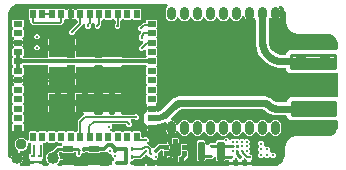
<source format=gbr>
G04 EAGLE Gerber RS-274X export*
G75*
%MOMM*%
%FSLAX34Y34*%
%LPD*%
%INTop Copper*%
%IPPOS*%
%AMOC8*
5,1,8,0,0,1.08239X$1,22.5*%
G01*
%ADD10R,0.250000X0.350000*%
%ADD11R,0.800000X0.500000*%
%ADD12R,0.500000X0.800000*%
%ADD13R,1.600000X1.600000*%
%ADD14R,0.280000X0.430000*%
%ADD15R,0.350000X0.250000*%
%ADD16R,0.430000X0.280000*%
%ADD17C,0.280000*%
%ADD18C,1.108000*%
%ADD19C,0.250000*%
%ADD20C,0.958000*%
%ADD21C,0.800000*%
%ADD22R,0.900000X0.500000*%
%ADD23C,0.320000*%
%ADD24C,0.240000*%
%ADD25C,0.240000*%
%ADD26C,0.260000*%
%ADD27C,1.016000*%
%ADD28C,0.031500*%
%ADD29C,0.152400*%
%ADD30C,0.302400*%
%ADD31C,0.254000*%
%ADD32C,0.304800*%
%ADD33C,0.609600*%
%ADD34C,0.508000*%
%ADD35C,0.203200*%

G36*
X117601Y1542D02*
X117601Y1542D01*
X117739Y1555D01*
X117758Y1562D01*
X117778Y1565D01*
X117908Y1616D01*
X118039Y1663D01*
X118055Y1674D01*
X118074Y1682D01*
X118187Y1763D01*
X118302Y1841D01*
X118315Y1857D01*
X118332Y1868D01*
X118420Y1976D01*
X118512Y2080D01*
X118521Y2098D01*
X118534Y2113D01*
X118593Y2239D01*
X118657Y2363D01*
X118661Y2383D01*
X118670Y2401D01*
X118696Y2537D01*
X118726Y2673D01*
X118726Y2694D01*
X118730Y2713D01*
X118721Y2852D01*
X118717Y2991D01*
X118711Y3011D01*
X118710Y3031D01*
X118667Y3163D01*
X118648Y3231D01*
X119250Y3231D01*
X119851Y3231D01*
X119830Y3187D01*
X119826Y3167D01*
X119818Y3148D01*
X119796Y3011D01*
X119770Y2874D01*
X119772Y2854D01*
X119768Y2834D01*
X119781Y2696D01*
X119790Y2557D01*
X119796Y2538D01*
X119798Y2518D01*
X119845Y2387D01*
X119888Y2255D01*
X119899Y2237D01*
X119906Y2218D01*
X119984Y2103D01*
X120058Y1986D01*
X120073Y1972D01*
X120084Y1955D01*
X120189Y1863D01*
X120290Y1768D01*
X120308Y1758D01*
X120323Y1745D01*
X120447Y1682D01*
X120568Y1614D01*
X120588Y1609D01*
X120606Y1600D01*
X120742Y1570D01*
X120876Y1535D01*
X120904Y1533D01*
X120916Y1530D01*
X120937Y1531D01*
X121037Y1525D01*
X125963Y1525D01*
X126101Y1542D01*
X126239Y1555D01*
X126258Y1562D01*
X126278Y1565D01*
X126408Y1616D01*
X126539Y1663D01*
X126555Y1674D01*
X126574Y1682D01*
X126687Y1763D01*
X126802Y1841D01*
X126815Y1857D01*
X126832Y1868D01*
X126920Y1976D01*
X127012Y2080D01*
X127021Y2098D01*
X127034Y2113D01*
X127093Y2239D01*
X127157Y2363D01*
X127161Y2383D01*
X127170Y2401D01*
X127196Y2537D01*
X127226Y2673D01*
X127226Y2694D01*
X127230Y2713D01*
X127221Y2852D01*
X127217Y2991D01*
X127211Y3011D01*
X127210Y3031D01*
X127167Y3163D01*
X127148Y3231D01*
X127750Y3231D01*
X128351Y3231D01*
X128330Y3187D01*
X128326Y3167D01*
X128318Y3148D01*
X128296Y3011D01*
X128270Y2874D01*
X128272Y2854D01*
X128268Y2834D01*
X128281Y2696D01*
X128290Y2557D01*
X128296Y2538D01*
X128298Y2518D01*
X128345Y2387D01*
X128388Y2255D01*
X128399Y2237D01*
X128406Y2218D01*
X128484Y2103D01*
X128558Y1986D01*
X128573Y1972D01*
X128584Y1955D01*
X128689Y1863D01*
X128790Y1768D01*
X128808Y1758D01*
X128823Y1745D01*
X128947Y1682D01*
X129068Y1614D01*
X129088Y1609D01*
X129106Y1600D01*
X129242Y1570D01*
X129376Y1535D01*
X129404Y1533D01*
X129416Y1530D01*
X129437Y1531D01*
X129537Y1525D01*
X188480Y1525D01*
X188598Y1540D01*
X188717Y1547D01*
X188755Y1560D01*
X188796Y1565D01*
X188906Y1608D01*
X189019Y1645D01*
X189054Y1667D01*
X189091Y1682D01*
X189187Y1751D01*
X189288Y1815D01*
X189316Y1845D01*
X189349Y1868D01*
X189425Y1960D01*
X189506Y2047D01*
X189526Y2082D01*
X189551Y2113D01*
X189602Y2221D01*
X189660Y2325D01*
X189670Y2365D01*
X189687Y2401D01*
X189709Y2518D01*
X189739Y2633D01*
X189743Y2693D01*
X189747Y2713D01*
X189746Y2731D01*
X191500Y2731D01*
X193259Y2731D01*
X193266Y2676D01*
X193273Y2557D01*
X193286Y2519D01*
X193291Y2478D01*
X193334Y2368D01*
X193371Y2255D01*
X193393Y2220D01*
X193408Y2183D01*
X193477Y2087D01*
X193541Y1986D01*
X193571Y1958D01*
X193594Y1925D01*
X193686Y1849D01*
X193773Y1768D01*
X193808Y1748D01*
X193839Y1723D01*
X193947Y1672D01*
X194051Y1614D01*
X194091Y1604D01*
X194127Y1587D01*
X194244Y1565D01*
X194359Y1535D01*
X194419Y1531D01*
X194439Y1527D01*
X194460Y1529D01*
X194520Y1525D01*
X195980Y1525D01*
X196098Y1540D01*
X196217Y1547D01*
X196255Y1560D01*
X196296Y1565D01*
X196406Y1608D01*
X196519Y1645D01*
X196554Y1667D01*
X196591Y1682D01*
X196687Y1751D01*
X196788Y1815D01*
X196816Y1845D01*
X196849Y1868D01*
X196925Y1960D01*
X197006Y2047D01*
X197026Y2082D01*
X197051Y2113D01*
X197102Y2221D01*
X197160Y2325D01*
X197170Y2365D01*
X197187Y2401D01*
X197209Y2518D01*
X197239Y2633D01*
X197243Y2693D01*
X197247Y2713D01*
X197246Y2731D01*
X199000Y2731D01*
X200759Y2731D01*
X200766Y2676D01*
X200773Y2557D01*
X200786Y2519D01*
X200791Y2478D01*
X200834Y2368D01*
X200871Y2255D01*
X200893Y2220D01*
X200908Y2183D01*
X200977Y2087D01*
X201041Y1986D01*
X201071Y1958D01*
X201094Y1925D01*
X201186Y1849D01*
X201273Y1768D01*
X201308Y1748D01*
X201339Y1723D01*
X201447Y1672D01*
X201551Y1614D01*
X201591Y1604D01*
X201627Y1587D01*
X201744Y1565D01*
X201859Y1535D01*
X201919Y1531D01*
X201939Y1527D01*
X201960Y1529D01*
X202020Y1525D01*
X203480Y1525D01*
X203598Y1540D01*
X203717Y1547D01*
X203755Y1560D01*
X203796Y1565D01*
X203906Y1608D01*
X204019Y1645D01*
X204054Y1667D01*
X204091Y1682D01*
X204187Y1751D01*
X204288Y1815D01*
X204316Y1845D01*
X204349Y1868D01*
X204425Y1960D01*
X204506Y2047D01*
X204526Y2082D01*
X204551Y2113D01*
X204602Y2221D01*
X204660Y2325D01*
X204670Y2365D01*
X204687Y2401D01*
X204709Y2518D01*
X204739Y2633D01*
X204743Y2693D01*
X204747Y2713D01*
X204746Y2731D01*
X206500Y2731D01*
X208259Y2731D01*
X208266Y2676D01*
X208273Y2557D01*
X208286Y2519D01*
X208291Y2478D01*
X208334Y2368D01*
X208371Y2255D01*
X208393Y2220D01*
X208408Y2183D01*
X208477Y2087D01*
X208541Y1986D01*
X208571Y1958D01*
X208594Y1925D01*
X208686Y1849D01*
X208773Y1768D01*
X208808Y1748D01*
X208839Y1723D01*
X208947Y1672D01*
X209051Y1614D01*
X209091Y1604D01*
X209127Y1587D01*
X209244Y1565D01*
X209359Y1535D01*
X209419Y1531D01*
X209439Y1527D01*
X209460Y1529D01*
X209520Y1525D01*
X228000Y1525D01*
X228020Y1527D01*
X228124Y1531D01*
X229530Y1669D01*
X229634Y1693D01*
X229739Y1708D01*
X229819Y1735D01*
X229840Y1740D01*
X229854Y1747D01*
X229892Y1760D01*
X232489Y2836D01*
X232497Y2840D01*
X232506Y2843D01*
X232635Y2919D01*
X232765Y2993D01*
X232772Y3000D01*
X232780Y3005D01*
X232901Y3111D01*
X234889Y5099D01*
X234895Y5106D01*
X234902Y5112D01*
X234992Y5232D01*
X235084Y5350D01*
X235088Y5359D01*
X235093Y5366D01*
X235164Y5511D01*
X236240Y8108D01*
X236268Y8211D01*
X236305Y8311D01*
X236318Y8394D01*
X236324Y8415D01*
X236324Y8431D01*
X236331Y8470D01*
X236469Y9876D01*
X236469Y9895D01*
X236475Y10000D01*
X236475Y17292D01*
X238230Y21528D01*
X241472Y24770D01*
X245708Y26525D01*
X273000Y26525D01*
X273020Y26527D01*
X273124Y26531D01*
X274530Y26669D01*
X274634Y26693D01*
X274739Y26708D01*
X274819Y26735D01*
X274840Y26740D01*
X274854Y26747D01*
X274892Y26760D01*
X277489Y27836D01*
X277497Y27840D01*
X277506Y27843D01*
X277635Y27919D01*
X277765Y27993D01*
X277772Y28000D01*
X277780Y28005D01*
X277901Y28111D01*
X279889Y30099D01*
X279895Y30106D01*
X279902Y30112D01*
X279992Y30232D01*
X280084Y30350D01*
X280088Y30359D01*
X280093Y30366D01*
X280164Y30511D01*
X281240Y33108D01*
X281268Y33211D01*
X281305Y33311D01*
X281318Y33394D01*
X281324Y33415D01*
X281324Y33431D01*
X281331Y33470D01*
X281469Y34876D01*
X281469Y34895D01*
X281475Y35000D01*
X281475Y39190D01*
X281460Y39308D01*
X281453Y39427D01*
X281440Y39465D01*
X281435Y39506D01*
X281392Y39616D01*
X281355Y39729D01*
X281333Y39764D01*
X281318Y39801D01*
X281249Y39897D01*
X281185Y39998D01*
X281155Y40026D01*
X281132Y40059D01*
X281040Y40135D01*
X280953Y40216D01*
X280918Y40236D01*
X280887Y40261D01*
X280779Y40312D01*
X280675Y40370D01*
X280635Y40380D01*
X280599Y40397D01*
X280482Y40419D01*
X280367Y40449D01*
X280307Y40453D01*
X280287Y40457D01*
X280266Y40455D01*
X280206Y40459D01*
X240768Y40459D01*
X238459Y42768D01*
X238459Y43142D01*
X238444Y43260D01*
X238437Y43379D01*
X238424Y43417D01*
X238419Y43458D01*
X238376Y43568D01*
X238339Y43681D01*
X238317Y43716D01*
X238302Y43753D01*
X238233Y43849D01*
X238169Y43950D01*
X238139Y43978D01*
X238116Y44011D01*
X238024Y44087D01*
X237937Y44168D01*
X237902Y44188D01*
X237871Y44213D01*
X237763Y44264D01*
X237659Y44322D01*
X237619Y44332D01*
X237583Y44349D01*
X237466Y44371D01*
X237351Y44401D01*
X237291Y44405D01*
X237271Y44409D01*
X237250Y44407D01*
X237190Y44411D01*
X227303Y44411D01*
X222147Y46405D01*
X220162Y48209D01*
X220101Y48264D01*
X220084Y48276D01*
X220011Y48339D01*
X219549Y48687D01*
X219467Y48734D01*
X219389Y48790D01*
X219289Y48836D01*
X219273Y48845D01*
X219263Y48848D01*
X219243Y48857D01*
X218168Y49273D01*
X218076Y49296D01*
X217986Y49328D01*
X217878Y49345D01*
X217859Y49349D01*
X217849Y49349D01*
X217827Y49353D01*
X217251Y49406D01*
X217230Y49405D01*
X217134Y49411D01*
X149899Y49411D01*
X149879Y49409D01*
X149778Y49405D01*
X149180Y49348D01*
X149080Y49326D01*
X148979Y49312D01*
X148890Y49283D01*
X148869Y49278D01*
X148857Y49272D01*
X148826Y49262D01*
X147716Y48814D01*
X147627Y48765D01*
X147534Y48723D01*
X147457Y48669D01*
X147439Y48659D01*
X147429Y48650D01*
X147402Y48631D01*
X146931Y48258D01*
X146917Y48243D01*
X146840Y48178D01*
X146366Y47722D01*
X145857Y47232D01*
X145857Y47231D01*
X140550Y42121D01*
X140460Y42009D01*
X140366Y41898D01*
X140360Y41885D01*
X140350Y41873D01*
X140291Y41742D01*
X140228Y41612D01*
X140225Y41597D01*
X140218Y41584D01*
X140193Y41442D01*
X140165Y41300D01*
X140165Y41285D01*
X140163Y41271D01*
X140173Y41127D01*
X140181Y40983D01*
X140185Y40969D01*
X140187Y40954D01*
X140233Y40817D01*
X140276Y40679D01*
X140284Y40667D01*
X140288Y40652D01*
X140367Y40532D01*
X140443Y40409D01*
X140454Y40398D01*
X140462Y40386D01*
X140568Y40288D01*
X140672Y40188D01*
X140685Y40181D01*
X140696Y40171D01*
X140824Y40103D01*
X140949Y40032D01*
X140969Y40025D01*
X140977Y40021D01*
X140994Y40017D01*
X141102Y39981D01*
X142044Y39728D01*
X142956Y39201D01*
X143701Y38456D01*
X144228Y37544D01*
X144242Y37492D01*
X144300Y37351D01*
X144356Y37209D01*
X144360Y37204D01*
X144362Y37198D01*
X144454Y37074D01*
X144542Y36952D01*
X144548Y36948D01*
X144552Y36943D01*
X144670Y36847D01*
X144787Y36749D01*
X144794Y36746D01*
X144799Y36742D01*
X144937Y36679D01*
X145075Y36614D01*
X145082Y36613D01*
X145088Y36610D01*
X145238Y36583D01*
X145388Y36554D01*
X145394Y36554D01*
X145401Y36553D01*
X145554Y36564D01*
X145705Y36574D01*
X145711Y36576D01*
X145718Y36576D01*
X145863Y36625D01*
X146007Y36672D01*
X146013Y36675D01*
X146019Y36677D01*
X146147Y36760D01*
X146276Y36842D01*
X146281Y36847D01*
X146286Y36850D01*
X146389Y36962D01*
X146494Y37074D01*
X146497Y37079D01*
X146502Y37084D01*
X146574Y37219D01*
X146648Y37352D01*
X146649Y37358D01*
X146652Y37364D01*
X146689Y37514D01*
X146727Y37660D01*
X146728Y37669D01*
X146729Y37673D01*
X146729Y37684D01*
X146737Y37821D01*
X146737Y37973D01*
X149527Y40763D01*
X153473Y40763D01*
X156102Y38133D01*
X156197Y38060D01*
X156286Y37981D01*
X156322Y37963D01*
X156354Y37938D01*
X156463Y37891D01*
X156569Y37837D01*
X156608Y37828D01*
X156646Y37812D01*
X156763Y37793D01*
X156879Y37767D01*
X156920Y37768D01*
X156960Y37762D01*
X157078Y37773D01*
X157197Y37777D01*
X157236Y37788D01*
X157276Y37792D01*
X157389Y37832D01*
X157503Y37865D01*
X157537Y37886D01*
X157576Y37899D01*
X157674Y37966D01*
X157777Y38027D01*
X157822Y38066D01*
X157839Y38078D01*
X157852Y38093D01*
X157897Y38133D01*
X160527Y40763D01*
X164473Y40763D01*
X167102Y38133D01*
X167197Y38060D01*
X167286Y37981D01*
X167322Y37963D01*
X167354Y37938D01*
X167463Y37891D01*
X167569Y37837D01*
X167608Y37828D01*
X167646Y37812D01*
X167763Y37793D01*
X167879Y37767D01*
X167920Y37768D01*
X167960Y37762D01*
X168078Y37773D01*
X168197Y37777D01*
X168236Y37788D01*
X168276Y37792D01*
X168389Y37832D01*
X168503Y37865D01*
X168537Y37886D01*
X168576Y37899D01*
X168674Y37966D01*
X168777Y38027D01*
X168822Y38066D01*
X168839Y38078D01*
X168852Y38093D01*
X168897Y38133D01*
X171527Y40763D01*
X175473Y40763D01*
X178102Y38133D01*
X178197Y38060D01*
X178286Y37981D01*
X178322Y37963D01*
X178354Y37938D01*
X178463Y37891D01*
X178569Y37837D01*
X178608Y37828D01*
X178646Y37812D01*
X178763Y37793D01*
X178879Y37767D01*
X178920Y37768D01*
X178960Y37762D01*
X179078Y37773D01*
X179197Y37777D01*
X179236Y37788D01*
X179276Y37792D01*
X179389Y37832D01*
X179503Y37865D01*
X179537Y37886D01*
X179576Y37899D01*
X179674Y37966D01*
X179777Y38027D01*
X179822Y38066D01*
X179839Y38078D01*
X179852Y38093D01*
X179897Y38133D01*
X182527Y40763D01*
X186473Y40763D01*
X189102Y38133D01*
X189197Y38060D01*
X189286Y37981D01*
X189322Y37963D01*
X189354Y37938D01*
X189463Y37891D01*
X189569Y37837D01*
X189608Y37828D01*
X189646Y37812D01*
X189763Y37793D01*
X189879Y37767D01*
X189920Y37768D01*
X189960Y37762D01*
X190078Y37773D01*
X190197Y37777D01*
X190236Y37788D01*
X190276Y37792D01*
X190389Y37832D01*
X190503Y37865D01*
X190537Y37886D01*
X190576Y37899D01*
X190674Y37966D01*
X190777Y38027D01*
X190822Y38066D01*
X190839Y38078D01*
X190852Y38093D01*
X190897Y38133D01*
X193527Y40763D01*
X197473Y40763D01*
X200102Y38133D01*
X200197Y38060D01*
X200286Y37981D01*
X200322Y37963D01*
X200354Y37938D01*
X200463Y37891D01*
X200569Y37837D01*
X200608Y37828D01*
X200646Y37812D01*
X200763Y37793D01*
X200879Y37767D01*
X200920Y37768D01*
X200960Y37762D01*
X201078Y37773D01*
X201197Y37777D01*
X201236Y37788D01*
X201276Y37792D01*
X201389Y37832D01*
X201503Y37865D01*
X201537Y37886D01*
X201576Y37899D01*
X201674Y37966D01*
X201777Y38027D01*
X201822Y38066D01*
X201839Y38078D01*
X201852Y38093D01*
X201897Y38133D01*
X204527Y40763D01*
X208473Y40763D01*
X211102Y38133D01*
X211197Y38060D01*
X211286Y37981D01*
X211322Y37963D01*
X211354Y37938D01*
X211463Y37891D01*
X211569Y37837D01*
X211608Y37828D01*
X211646Y37812D01*
X211763Y37793D01*
X211879Y37767D01*
X211920Y37768D01*
X211960Y37762D01*
X212078Y37773D01*
X212197Y37777D01*
X212236Y37788D01*
X212276Y37792D01*
X212389Y37832D01*
X212503Y37865D01*
X212537Y37886D01*
X212576Y37899D01*
X212674Y37966D01*
X212777Y38027D01*
X212822Y38066D01*
X212839Y38078D01*
X212852Y38093D01*
X212897Y38133D01*
X215527Y40763D01*
X219473Y40763D01*
X222102Y38133D01*
X222197Y38060D01*
X222286Y37981D01*
X222322Y37963D01*
X222354Y37938D01*
X222463Y37891D01*
X222569Y37837D01*
X222608Y37828D01*
X222646Y37812D01*
X222763Y37793D01*
X222879Y37767D01*
X222920Y37768D01*
X222960Y37762D01*
X223078Y37773D01*
X223197Y37777D01*
X223236Y37788D01*
X223276Y37792D01*
X223389Y37832D01*
X223503Y37865D01*
X223537Y37886D01*
X223576Y37899D01*
X223674Y37966D01*
X223777Y38027D01*
X223822Y38066D01*
X223839Y38078D01*
X223852Y38093D01*
X223897Y38133D01*
X226527Y40763D01*
X230473Y40763D01*
X233263Y37973D01*
X233263Y30027D01*
X230473Y27237D01*
X226527Y27237D01*
X223897Y29867D01*
X223803Y29940D01*
X223714Y30019D01*
X223678Y30037D01*
X223646Y30062D01*
X223537Y30109D01*
X223431Y30163D01*
X223392Y30172D01*
X223354Y30188D01*
X223237Y30207D01*
X223121Y30233D01*
X223080Y30232D01*
X223040Y30238D01*
X222922Y30227D01*
X222803Y30223D01*
X222764Y30212D01*
X222724Y30208D01*
X222611Y30168D01*
X222497Y30135D01*
X222462Y30114D01*
X222424Y30101D01*
X222326Y30034D01*
X222223Y29973D01*
X222178Y29934D01*
X222161Y29922D01*
X222148Y29907D01*
X222102Y29867D01*
X219473Y27237D01*
X215527Y27237D01*
X212897Y29867D01*
X212803Y29940D01*
X212714Y30019D01*
X212678Y30037D01*
X212646Y30062D01*
X212537Y30109D01*
X212431Y30163D01*
X212392Y30172D01*
X212354Y30188D01*
X212237Y30207D01*
X212121Y30233D01*
X212080Y30232D01*
X212040Y30238D01*
X211922Y30227D01*
X211803Y30223D01*
X211764Y30212D01*
X211724Y30208D01*
X211611Y30168D01*
X211497Y30135D01*
X211462Y30114D01*
X211424Y30101D01*
X211326Y30034D01*
X211223Y29973D01*
X211178Y29934D01*
X211161Y29922D01*
X211148Y29907D01*
X211102Y29867D01*
X208473Y27237D01*
X204527Y27237D01*
X201897Y29867D01*
X201803Y29940D01*
X201714Y30019D01*
X201678Y30037D01*
X201646Y30062D01*
X201537Y30109D01*
X201431Y30163D01*
X201392Y30172D01*
X201354Y30188D01*
X201237Y30207D01*
X201121Y30233D01*
X201080Y30232D01*
X201040Y30238D01*
X200922Y30227D01*
X200803Y30223D01*
X200764Y30212D01*
X200724Y30208D01*
X200611Y30168D01*
X200497Y30135D01*
X200462Y30114D01*
X200424Y30101D01*
X200326Y30034D01*
X200223Y29973D01*
X200178Y29934D01*
X200161Y29922D01*
X200148Y29907D01*
X200102Y29867D01*
X197473Y27237D01*
X193527Y27237D01*
X190897Y29867D01*
X190803Y29940D01*
X190714Y30019D01*
X190678Y30037D01*
X190646Y30062D01*
X190537Y30109D01*
X190431Y30163D01*
X190392Y30172D01*
X190354Y30188D01*
X190237Y30207D01*
X190121Y30233D01*
X190080Y30232D01*
X190040Y30238D01*
X189922Y30227D01*
X189803Y30223D01*
X189764Y30212D01*
X189724Y30208D01*
X189611Y30168D01*
X189497Y30135D01*
X189462Y30114D01*
X189424Y30101D01*
X189326Y30034D01*
X189223Y29973D01*
X189178Y29934D01*
X189161Y29922D01*
X189148Y29907D01*
X189102Y29867D01*
X186817Y27581D01*
X186731Y27471D01*
X186643Y27364D01*
X186634Y27346D01*
X186622Y27330D01*
X186566Y27202D01*
X186507Y27076D01*
X186503Y27057D01*
X186495Y27038D01*
X186473Y26900D01*
X186447Y26764D01*
X186449Y26744D01*
X186445Y26724D01*
X186459Y26585D01*
X186467Y26447D01*
X186473Y26427D01*
X186475Y26407D01*
X186522Y26276D01*
X186565Y26144D01*
X186576Y26127D01*
X186583Y26108D01*
X186661Y25993D01*
X186735Y25875D01*
X186750Y25862D01*
X186761Y25845D01*
X186866Y25753D01*
X186967Y25657D01*
X186985Y25648D01*
X187000Y25634D01*
X187124Y25571D01*
X187245Y25504D01*
X187265Y25499D01*
X187283Y25490D01*
X187419Y25459D01*
X187553Y25425D01*
X187581Y25423D01*
X187593Y25420D01*
X187614Y25421D01*
X187714Y25414D01*
X188228Y25414D01*
X189503Y24139D01*
X189597Y24066D01*
X189686Y23988D01*
X189722Y23969D01*
X189754Y23945D01*
X189864Y23897D01*
X189970Y23843D01*
X190009Y23834D01*
X190046Y23818D01*
X190164Y23800D01*
X190280Y23773D01*
X190320Y23775D01*
X190360Y23768D01*
X190479Y23780D01*
X190598Y23783D01*
X190637Y23794D01*
X190677Y23798D01*
X190789Y23838D01*
X190903Y23872D01*
X190938Y23892D01*
X190976Y23906D01*
X191075Y23973D01*
X191177Y24033D01*
X191222Y24073D01*
X191239Y24084D01*
X191253Y24100D01*
X191298Y24139D01*
X191521Y24363D01*
X193479Y24363D01*
X193602Y24239D01*
X193697Y24166D01*
X193786Y24087D01*
X193822Y24069D01*
X193854Y24044D01*
X193963Y23997D01*
X194069Y23943D01*
X194108Y23934D01*
X194146Y23918D01*
X194263Y23899D01*
X194379Y23873D01*
X194420Y23874D01*
X194460Y23868D01*
X194578Y23879D01*
X194697Y23883D01*
X194736Y23894D01*
X194776Y23898D01*
X194888Y23938D01*
X195003Y23971D01*
X195038Y23991D01*
X195076Y24005D01*
X195174Y24072D01*
X195277Y24132D01*
X195322Y24172D01*
X195339Y24184D01*
X195352Y24199D01*
X195397Y24239D01*
X195521Y24363D01*
X197479Y24363D01*
X197602Y24239D01*
X197697Y24166D01*
X197786Y24087D01*
X197822Y24069D01*
X197854Y24044D01*
X197963Y23997D01*
X198069Y23943D01*
X198108Y23934D01*
X198146Y23918D01*
X198263Y23899D01*
X198379Y23873D01*
X198420Y23874D01*
X198460Y23868D01*
X198578Y23879D01*
X198697Y23883D01*
X198736Y23894D01*
X198776Y23898D01*
X198888Y23938D01*
X199003Y23971D01*
X199038Y23991D01*
X199076Y24005D01*
X199174Y24072D01*
X199277Y24132D01*
X199322Y24172D01*
X199339Y24184D01*
X199352Y24199D01*
X199397Y24239D01*
X199521Y24363D01*
X201479Y24363D01*
X201602Y24239D01*
X201697Y24166D01*
X201786Y24087D01*
X201822Y24069D01*
X201854Y24044D01*
X201963Y23997D01*
X202069Y23943D01*
X202108Y23934D01*
X202146Y23918D01*
X202263Y23899D01*
X202379Y23873D01*
X202420Y23874D01*
X202460Y23868D01*
X202578Y23879D01*
X202697Y23883D01*
X202736Y23894D01*
X202776Y23898D01*
X202888Y23938D01*
X203003Y23971D01*
X203038Y23991D01*
X203076Y24005D01*
X203174Y24072D01*
X203277Y24132D01*
X203322Y24172D01*
X203339Y24184D01*
X203352Y24199D01*
X203397Y24239D01*
X203521Y24363D01*
X205479Y24363D01*
X206863Y22979D01*
X206863Y21021D01*
X206739Y20898D01*
X206666Y20803D01*
X206587Y20714D01*
X206569Y20678D01*
X206544Y20646D01*
X206497Y20537D01*
X206443Y20431D01*
X206434Y20392D01*
X206418Y20354D01*
X206399Y20237D01*
X206373Y20121D01*
X206374Y20080D01*
X206368Y20040D01*
X206379Y19922D01*
X206383Y19803D01*
X206394Y19764D01*
X206398Y19724D01*
X206438Y19612D01*
X206471Y19497D01*
X206491Y19462D01*
X206505Y19424D01*
X206572Y19326D01*
X206632Y19223D01*
X206672Y19178D01*
X206684Y19161D01*
X206699Y19148D01*
X206739Y19103D01*
X206863Y18979D01*
X206863Y17021D01*
X206739Y16898D01*
X206666Y16803D01*
X206587Y16714D01*
X206569Y16678D01*
X206544Y16646D01*
X206497Y16537D01*
X206443Y16431D01*
X206434Y16392D01*
X206418Y16354D01*
X206399Y16237D01*
X206373Y16121D01*
X206374Y16080D01*
X206368Y16040D01*
X206379Y15922D01*
X206383Y15803D01*
X206394Y15764D01*
X206398Y15724D01*
X206438Y15612D01*
X206471Y15497D01*
X206492Y15462D01*
X206505Y15424D01*
X206572Y15326D01*
X206632Y15223D01*
X206672Y15178D01*
X206684Y15161D01*
X206699Y15148D01*
X206739Y15103D01*
X206863Y14979D01*
X206863Y12982D01*
X206847Y12963D01*
X206838Y12944D01*
X206826Y12928D01*
X206771Y12801D01*
X206711Y12675D01*
X206708Y12655D01*
X206700Y12636D01*
X206678Y12499D01*
X206652Y12362D01*
X206653Y12342D01*
X206650Y12322D01*
X206663Y12184D01*
X206671Y12045D01*
X206678Y12026D01*
X206680Y12006D01*
X206727Y11875D01*
X206769Y11743D01*
X206780Y11725D01*
X206787Y11706D01*
X206865Y11591D01*
X206940Y11474D01*
X206954Y11460D01*
X206966Y11443D01*
X207070Y11351D01*
X207171Y11256D01*
X207189Y11246D01*
X207204Y11233D01*
X207328Y11170D01*
X207450Y11102D01*
X207469Y11097D01*
X207487Y11088D01*
X207623Y11058D01*
X207758Y11023D01*
X207786Y11021D01*
X207798Y11018D01*
X207818Y11019D01*
X207918Y11013D01*
X208566Y11013D01*
X209013Y10566D01*
X209013Y7434D01*
X208434Y6855D01*
X208416Y6832D01*
X208393Y6813D01*
X208318Y6706D01*
X208239Y6604D01*
X208227Y6577D01*
X208210Y6553D01*
X208164Y6431D01*
X208113Y6312D01*
X208108Y6283D01*
X208098Y6255D01*
X208083Y6126D01*
X208063Y5998D01*
X208066Y5969D01*
X208062Y5939D01*
X208080Y5811D01*
X208093Y5681D01*
X208103Y5654D01*
X208107Y5624D01*
X208159Y5472D01*
X208243Y5269D01*
X206500Y5269D01*
X204757Y5269D01*
X204778Y5321D01*
X204786Y5349D01*
X204800Y5375D01*
X204828Y5502D01*
X204862Y5627D01*
X204863Y5657D01*
X204869Y5685D01*
X204865Y5815D01*
X204867Y5945D01*
X204861Y5974D01*
X204860Y6003D01*
X204824Y6128D01*
X204793Y6255D01*
X204780Y6280D01*
X204771Y6309D01*
X204705Y6421D01*
X204645Y6536D01*
X204625Y6557D01*
X204610Y6583D01*
X204504Y6704D01*
X204456Y6751D01*
X204431Y6770D01*
X204431Y6771D01*
X204429Y6772D01*
X204405Y6791D01*
X204360Y6838D01*
X204280Y6888D01*
X204205Y6946D01*
X204172Y6960D01*
X203586Y7614D01*
X203470Y7715D01*
X203355Y7816D01*
X203350Y7819D01*
X203346Y7823D01*
X203207Y7892D01*
X203072Y7961D01*
X203066Y7962D01*
X203061Y7965D01*
X202911Y7997D01*
X202761Y8031D01*
X202756Y8030D01*
X202750Y8032D01*
X202597Y8026D01*
X202443Y8021D01*
X202438Y8019D01*
X202432Y8019D01*
X202287Y7976D01*
X202138Y7933D01*
X202133Y7930D01*
X202128Y7928D01*
X201996Y7849D01*
X201864Y7771D01*
X201858Y7766D01*
X201855Y7764D01*
X201848Y7757D01*
X201743Y7665D01*
X200934Y6855D01*
X200916Y6832D01*
X200893Y6813D01*
X200818Y6706D01*
X200739Y6604D01*
X200727Y6577D01*
X200710Y6553D01*
X200664Y6431D01*
X200613Y6312D01*
X200608Y6283D01*
X200598Y6255D01*
X200583Y6126D01*
X200563Y5998D01*
X200566Y5969D01*
X200562Y5939D01*
X200580Y5811D01*
X200593Y5681D01*
X200603Y5654D01*
X200607Y5624D01*
X200659Y5472D01*
X200743Y5269D01*
X199000Y5269D01*
X197257Y5269D01*
X197341Y5472D01*
X197349Y5501D01*
X197362Y5527D01*
X197391Y5653D01*
X197425Y5779D01*
X197426Y5808D01*
X197432Y5837D01*
X197428Y5967D01*
X197430Y6097D01*
X197423Y6125D01*
X197422Y6155D01*
X197386Y6280D01*
X197356Y6406D01*
X197342Y6432D01*
X197334Y6461D01*
X197268Y6573D01*
X197207Y6687D01*
X197188Y6709D01*
X197172Y6734D01*
X197066Y6855D01*
X196147Y7774D01*
X196054Y7847D01*
X195964Y7926D01*
X195928Y7944D01*
X195896Y7969D01*
X195787Y8016D01*
X195681Y8070D01*
X195641Y8079D01*
X195604Y8095D01*
X195487Y8114D01*
X195371Y8140D01*
X195330Y8139D01*
X195290Y8145D01*
X195172Y8134D01*
X195053Y8130D01*
X195014Y8119D01*
X194974Y8115D01*
X194862Y8075D01*
X194747Y8042D01*
X194713Y8021D01*
X194674Y8008D01*
X194576Y7941D01*
X194473Y7880D01*
X194428Y7840D01*
X194411Y7829D01*
X194398Y7814D01*
X194352Y7774D01*
X193434Y6855D01*
X193416Y6832D01*
X193393Y6813D01*
X193319Y6707D01*
X193239Y6604D01*
X193227Y6577D01*
X193210Y6553D01*
X193164Y6431D01*
X193113Y6312D01*
X193108Y6283D01*
X193098Y6255D01*
X193083Y6126D01*
X193063Y5998D01*
X193066Y5969D01*
X193062Y5939D01*
X193080Y5811D01*
X193093Y5681D01*
X193103Y5654D01*
X193107Y5624D01*
X193159Y5472D01*
X193243Y5269D01*
X191500Y5269D01*
X189739Y5269D01*
X189734Y5308D01*
X189727Y5427D01*
X189714Y5465D01*
X189709Y5506D01*
X189666Y5616D01*
X189629Y5729D01*
X189607Y5764D01*
X189592Y5801D01*
X189523Y5897D01*
X189459Y5998D01*
X189429Y6026D01*
X189406Y6059D01*
X189314Y6134D01*
X189227Y6216D01*
X189192Y6236D01*
X189161Y6261D01*
X189053Y6312D01*
X188949Y6370D01*
X188909Y6380D01*
X188873Y6397D01*
X188756Y6419D01*
X188641Y6449D01*
X188581Y6453D01*
X188561Y6457D01*
X188540Y6455D01*
X188480Y6459D01*
X186420Y6459D01*
X186322Y6447D01*
X186223Y6444D01*
X186164Y6427D01*
X186104Y6419D01*
X186012Y6383D01*
X185917Y6355D01*
X185865Y6325D01*
X185809Y6302D01*
X185728Y6244D01*
X185643Y6194D01*
X185568Y6128D01*
X185551Y6116D01*
X185543Y6106D01*
X185522Y6088D01*
X184863Y5428D01*
X179637Y5428D01*
X178487Y6578D01*
X178487Y7830D01*
X178470Y7968D01*
X178457Y8106D01*
X178450Y8125D01*
X178447Y8145D01*
X178396Y8275D01*
X178349Y8406D01*
X178338Y8422D01*
X178330Y8441D01*
X178249Y8554D01*
X178171Y8669D01*
X178155Y8682D01*
X178144Y8698D01*
X178036Y8787D01*
X177932Y8879D01*
X177914Y8888D01*
X177899Y8901D01*
X177773Y8961D01*
X177649Y9024D01*
X177629Y9028D01*
X177611Y9037D01*
X177474Y9063D01*
X177339Y9093D01*
X177318Y9093D01*
X177299Y9097D01*
X177160Y9088D01*
X177021Y9084D01*
X177001Y9078D01*
X176981Y9077D01*
X176849Y9034D01*
X176715Y8995D01*
X176698Y8985D01*
X176679Y8979D01*
X176561Y8904D01*
X176441Y8834D01*
X176420Y8815D01*
X176410Y8809D01*
X176396Y8794D01*
X176321Y8727D01*
X175052Y7459D01*
X170782Y7459D01*
X170664Y7444D01*
X170545Y7437D01*
X170507Y7424D01*
X170466Y7419D01*
X170356Y7376D01*
X170243Y7339D01*
X170208Y7317D01*
X170171Y7302D01*
X170075Y7233D01*
X169974Y7169D01*
X169946Y7139D01*
X169913Y7116D01*
X169837Y7024D01*
X169756Y6937D01*
X169736Y6902D01*
X169711Y6871D01*
X169660Y6763D01*
X169614Y6679D01*
X168363Y5428D01*
X163137Y5428D01*
X161987Y6578D01*
X161987Y21922D01*
X163137Y23072D01*
X168363Y23072D01*
X169513Y21922D01*
X169513Y20170D01*
X169530Y20032D01*
X169543Y19894D01*
X169550Y19875D01*
X169553Y19855D01*
X169604Y19725D01*
X169651Y19594D01*
X169662Y19578D01*
X169670Y19559D01*
X169751Y19446D01*
X169829Y19331D01*
X169845Y19318D01*
X169856Y19302D01*
X169964Y19212D01*
X170068Y19121D01*
X170086Y19112D01*
X170101Y19099D01*
X170227Y19039D01*
X170351Y18976D01*
X170371Y18972D01*
X170389Y18963D01*
X170526Y18937D01*
X170661Y18907D01*
X170682Y18907D01*
X170701Y18903D01*
X170840Y18912D01*
X170979Y18916D01*
X170999Y18922D01*
X171019Y18923D01*
X171151Y18966D01*
X171285Y19005D01*
X171302Y19015D01*
X171321Y19021D01*
X171439Y19096D01*
X171559Y19166D01*
X171580Y19185D01*
X171590Y19191D01*
X171604Y19206D01*
X171679Y19273D01*
X172948Y20541D01*
X177218Y20541D01*
X177336Y20556D01*
X177455Y20563D01*
X177493Y20576D01*
X177534Y20581D01*
X177644Y20624D01*
X177757Y20661D01*
X177792Y20683D01*
X177829Y20698D01*
X177925Y20767D01*
X178026Y20831D01*
X178054Y20861D01*
X178087Y20884D01*
X178163Y20976D01*
X178244Y21063D01*
X178264Y21098D01*
X178289Y21129D01*
X178340Y21237D01*
X178398Y21341D01*
X178408Y21381D01*
X178425Y21417D01*
X178447Y21534D01*
X178477Y21649D01*
X178481Y21709D01*
X178485Y21729D01*
X178484Y21747D01*
X178485Y21752D01*
X178484Y21761D01*
X178487Y21810D01*
X178487Y21922D01*
X179637Y23072D01*
X183742Y23072D01*
X183860Y23087D01*
X183979Y23094D01*
X184017Y23107D01*
X184058Y23112D01*
X184168Y23155D01*
X184281Y23192D01*
X184316Y23214D01*
X184353Y23229D01*
X184449Y23298D01*
X184550Y23362D01*
X184578Y23392D01*
X184611Y23415D01*
X184687Y23507D01*
X184768Y23594D01*
X184788Y23629D01*
X184813Y23660D01*
X184864Y23768D01*
X184922Y23872D01*
X184932Y23912D01*
X184949Y23948D01*
X184966Y24036D01*
X186000Y25071D01*
X186085Y25180D01*
X186174Y25287D01*
X186183Y25306D01*
X186195Y25322D01*
X186250Y25449D01*
X186309Y25575D01*
X186313Y25595D01*
X186321Y25614D01*
X186343Y25752D01*
X186369Y25888D01*
X186368Y25908D01*
X186371Y25928D01*
X186358Y26067D01*
X186349Y26205D01*
X186343Y26224D01*
X186341Y26244D01*
X186294Y26376D01*
X186251Y26507D01*
X186241Y26525D01*
X186234Y26544D01*
X186156Y26659D01*
X186081Y26776D01*
X186066Y26790D01*
X186055Y26807D01*
X185951Y26899D01*
X185850Y26994D01*
X185832Y27004D01*
X185817Y27017D01*
X185693Y27081D01*
X185571Y27148D01*
X185552Y27153D01*
X185533Y27162D01*
X185398Y27192D01*
X185263Y27227D01*
X185235Y27229D01*
X185223Y27232D01*
X185203Y27231D01*
X185103Y27237D01*
X182527Y27237D01*
X179897Y29867D01*
X179803Y29940D01*
X179714Y30019D01*
X179678Y30037D01*
X179646Y30062D01*
X179537Y30109D01*
X179431Y30163D01*
X179392Y30172D01*
X179354Y30188D01*
X179237Y30207D01*
X179121Y30233D01*
X179080Y30232D01*
X179040Y30238D01*
X178922Y30227D01*
X178803Y30223D01*
X178764Y30212D01*
X178724Y30208D01*
X178611Y30168D01*
X178497Y30135D01*
X178462Y30114D01*
X178424Y30101D01*
X178326Y30034D01*
X178223Y29973D01*
X178178Y29934D01*
X178161Y29922D01*
X178148Y29907D01*
X178102Y29867D01*
X175473Y27237D01*
X171527Y27237D01*
X168897Y29867D01*
X168803Y29940D01*
X168714Y30019D01*
X168678Y30037D01*
X168646Y30062D01*
X168537Y30109D01*
X168431Y30163D01*
X168392Y30172D01*
X168354Y30188D01*
X168237Y30207D01*
X168121Y30233D01*
X168080Y30232D01*
X168040Y30238D01*
X167922Y30227D01*
X167803Y30223D01*
X167764Y30212D01*
X167724Y30208D01*
X167611Y30168D01*
X167497Y30135D01*
X167462Y30114D01*
X167424Y30101D01*
X167326Y30034D01*
X167223Y29973D01*
X167178Y29934D01*
X167161Y29922D01*
X167148Y29907D01*
X167102Y29867D01*
X164473Y27237D01*
X160527Y27237D01*
X157897Y29867D01*
X157803Y29940D01*
X157714Y30019D01*
X157678Y30037D01*
X157646Y30062D01*
X157537Y30109D01*
X157431Y30163D01*
X157392Y30172D01*
X157354Y30188D01*
X157237Y30207D01*
X157121Y30233D01*
X157080Y30232D01*
X157040Y30238D01*
X156922Y30227D01*
X156803Y30223D01*
X156764Y30212D01*
X156724Y30208D01*
X156611Y30168D01*
X156497Y30135D01*
X156462Y30114D01*
X156424Y30101D01*
X156326Y30034D01*
X156223Y29973D01*
X156178Y29934D01*
X156161Y29922D01*
X156148Y29907D01*
X156102Y29867D01*
X153473Y27237D01*
X149527Y27237D01*
X146737Y30027D01*
X146737Y30179D01*
X146718Y30331D01*
X146701Y30482D01*
X146698Y30488D01*
X146697Y30495D01*
X146641Y30636D01*
X146587Y30779D01*
X146583Y30784D01*
X146580Y30791D01*
X146491Y30914D01*
X146403Y31038D01*
X146397Y31042D01*
X146394Y31048D01*
X146276Y31145D01*
X146160Y31244D01*
X146154Y31246D01*
X146149Y31251D01*
X146011Y31315D01*
X145873Y31382D01*
X145867Y31383D01*
X145861Y31386D01*
X145712Y31415D01*
X145562Y31445D01*
X145555Y31445D01*
X145549Y31446D01*
X145397Y31437D01*
X145244Y31429D01*
X145238Y31427D01*
X145231Y31426D01*
X145087Y31379D01*
X144941Y31334D01*
X144935Y31330D01*
X144929Y31328D01*
X144800Y31247D01*
X144670Y31166D01*
X144666Y31162D01*
X144660Y31158D01*
X144555Y31047D01*
X144450Y30937D01*
X144447Y30931D01*
X144442Y30926D01*
X144369Y30794D01*
X144293Y30660D01*
X144291Y30652D01*
X144288Y30648D01*
X144286Y30638D01*
X144242Y30508D01*
X144228Y30456D01*
X143701Y29544D01*
X142956Y28799D01*
X142499Y28535D01*
X142499Y33270D01*
X142484Y33388D01*
X142477Y33507D01*
X142464Y33545D01*
X142459Y33585D01*
X142416Y33696D01*
X142379Y33809D01*
X142357Y33843D01*
X142342Y33881D01*
X142273Y33977D01*
X142209Y34078D01*
X142179Y34106D01*
X142156Y34138D01*
X142064Y34214D01*
X141977Y34296D01*
X141942Y34315D01*
X141911Y34341D01*
X141803Y34392D01*
X141699Y34449D01*
X141659Y34459D01*
X141623Y34477D01*
X141506Y34499D01*
X141391Y34529D01*
X141331Y34533D01*
X141311Y34536D01*
X141290Y34535D01*
X141230Y34539D01*
X141039Y34539D01*
X141039Y34730D01*
X141024Y34848D01*
X141017Y34967D01*
X141004Y35005D01*
X140999Y35046D01*
X140955Y35156D01*
X140919Y35269D01*
X140897Y35304D01*
X140882Y35341D01*
X140812Y35437D01*
X140749Y35538D01*
X140719Y35566D01*
X140695Y35599D01*
X140604Y35675D01*
X140517Y35756D01*
X140482Y35776D01*
X140450Y35801D01*
X140343Y35852D01*
X140238Y35910D01*
X140199Y35920D01*
X140163Y35937D01*
X140046Y35959D01*
X139930Y35989D01*
X139870Y35993D01*
X139850Y35997D01*
X139830Y35995D01*
X139770Y35999D01*
X136499Y35999D01*
X136499Y36527D01*
X136593Y36878D01*
X136600Y36928D01*
X136615Y36976D01*
X136622Y37085D01*
X136637Y37193D01*
X136631Y37243D01*
X136634Y37293D01*
X136613Y37400D01*
X136600Y37509D01*
X136582Y37556D01*
X136572Y37605D01*
X136525Y37704D01*
X136486Y37806D01*
X136457Y37847D01*
X136435Y37892D01*
X136365Y37976D01*
X136302Y38065D01*
X136263Y38098D01*
X136231Y38136D01*
X136143Y38200D01*
X136059Y38271D01*
X136014Y38292D01*
X135973Y38322D01*
X135871Y38362D01*
X135773Y38409D01*
X135724Y38419D01*
X135677Y38437D01*
X135568Y38450D01*
X135461Y38472D01*
X135411Y38470D01*
X135361Y38476D01*
X135253Y38461D01*
X135144Y38456D01*
X135096Y38441D01*
X135046Y38434D01*
X134893Y38384D01*
X131261Y36919D01*
X129137Y36919D01*
X129019Y36904D01*
X128900Y36897D01*
X128862Y36884D01*
X128822Y36879D01*
X128711Y36836D01*
X128598Y36799D01*
X128564Y36777D01*
X128526Y36762D01*
X128430Y36693D01*
X128329Y36629D01*
X128301Y36599D01*
X128269Y36576D01*
X128193Y36484D01*
X128111Y36397D01*
X128092Y36362D01*
X128066Y36331D01*
X128015Y36223D01*
X127958Y36119D01*
X127948Y36079D01*
X127930Y36043D01*
X127908Y35926D01*
X127878Y35811D01*
X127874Y35751D01*
X127871Y35731D01*
X127872Y35710D01*
X127868Y35650D01*
X127868Y35269D01*
X123868Y35269D01*
X123867Y35269D01*
X119867Y35269D01*
X119867Y35690D01*
X119852Y35808D01*
X119844Y35927D01*
X119832Y35965D01*
X119827Y36006D01*
X119783Y36116D01*
X119746Y36229D01*
X119725Y36264D01*
X119710Y36301D01*
X119640Y36397D01*
X119576Y36498D01*
X119547Y36526D01*
X119523Y36559D01*
X119431Y36635D01*
X119344Y36716D01*
X119309Y36736D01*
X119278Y36761D01*
X119170Y36812D01*
X119066Y36870D01*
X119027Y36880D01*
X118990Y36897D01*
X118873Y36919D01*
X118848Y36926D01*
X117327Y38448D01*
X117327Y45552D01*
X118839Y47064D01*
X118873Y47076D01*
X118913Y47081D01*
X119024Y47124D01*
X119137Y47161D01*
X119171Y47183D01*
X119209Y47198D01*
X119305Y47267D01*
X119405Y47331D01*
X119433Y47361D01*
X119466Y47384D01*
X119542Y47476D01*
X119623Y47563D01*
X119643Y47598D01*
X119669Y47629D01*
X119719Y47737D01*
X119777Y47841D01*
X119787Y47881D01*
X119804Y47917D01*
X119827Y48034D01*
X119856Y48149D01*
X119860Y48209D01*
X119864Y48229D01*
X119863Y48250D01*
X119867Y48310D01*
X119867Y48731D01*
X123867Y48731D01*
X123868Y48731D01*
X127868Y48731D01*
X127868Y48460D01*
X127874Y48417D01*
X127871Y48373D01*
X127888Y48286D01*
X127890Y48250D01*
X127897Y48229D01*
X127908Y48144D01*
X127924Y48104D01*
X127932Y48061D01*
X127982Y47956D01*
X128025Y47849D01*
X128051Y47813D01*
X128069Y47774D01*
X128144Y47685D01*
X128212Y47591D01*
X128246Y47563D01*
X128274Y47530D01*
X128367Y47462D01*
X128457Y47388D01*
X128496Y47370D01*
X128532Y47344D01*
X128640Y47302D01*
X128744Y47253D01*
X128787Y47245D01*
X128828Y47229D01*
X128943Y47215D01*
X129057Y47193D01*
X129100Y47196D01*
X129144Y47191D01*
X129259Y47206D01*
X129374Y47213D01*
X129416Y47226D01*
X129459Y47232D01*
X129612Y47283D01*
X129916Y47405D01*
X129997Y47451D01*
X130083Y47487D01*
X130136Y47528D01*
X130194Y47560D01*
X130261Y47624D01*
X130335Y47681D01*
X130376Y47733D01*
X130424Y47779D01*
X130474Y47858D01*
X130531Y47932D01*
X130584Y48034D01*
X130593Y48049D01*
X130593Y48051D01*
X138791Y55944D01*
X139086Y56229D01*
X141265Y58327D01*
X146875Y60589D01*
X220042Y60589D01*
X225468Y58491D01*
X227620Y56535D01*
X227637Y56523D01*
X227710Y56460D01*
X228059Y56198D01*
X228141Y56150D01*
X228218Y56095D01*
X228318Y56049D01*
X228335Y56040D01*
X228344Y56037D01*
X228365Y56028D01*
X229175Y55714D01*
X229267Y55691D01*
X229357Y55659D01*
X229465Y55642D01*
X229484Y55638D01*
X229494Y55638D01*
X229516Y55634D01*
X229950Y55594D01*
X229971Y55595D01*
X230067Y55589D01*
X237190Y55589D01*
X237308Y55604D01*
X237427Y55611D01*
X237465Y55624D01*
X237506Y55629D01*
X237616Y55672D01*
X237729Y55709D01*
X237764Y55731D01*
X237801Y55746D01*
X237897Y55815D01*
X237998Y55879D01*
X238026Y55909D01*
X238059Y55932D01*
X238135Y56024D01*
X238216Y56111D01*
X238236Y56146D01*
X238261Y56177D01*
X238312Y56285D01*
X238370Y56389D01*
X238380Y56429D01*
X238397Y56465D01*
X238419Y56582D01*
X238449Y56697D01*
X238453Y56757D01*
X238457Y56777D01*
X238455Y56798D01*
X238459Y56858D01*
X238459Y57232D01*
X240768Y59541D01*
X280206Y59541D01*
X280324Y59556D01*
X280443Y59563D01*
X280481Y59576D01*
X280522Y59581D01*
X280632Y59624D01*
X280745Y59661D01*
X280780Y59683D01*
X280817Y59698D01*
X280913Y59767D01*
X281014Y59831D01*
X281042Y59861D01*
X281075Y59884D01*
X281151Y59976D01*
X281232Y60063D01*
X281252Y60098D01*
X281277Y60129D01*
X281328Y60237D01*
X281386Y60341D01*
X281396Y60381D01*
X281413Y60417D01*
X281435Y60534D01*
X281465Y60649D01*
X281469Y60709D01*
X281473Y60729D01*
X281471Y60750D01*
X281475Y60810D01*
X281475Y79190D01*
X281460Y79308D01*
X281453Y79427D01*
X281440Y79465D01*
X281435Y79506D01*
X281392Y79616D01*
X281355Y79729D01*
X281333Y79764D01*
X281318Y79801D01*
X281249Y79897D01*
X281185Y79998D01*
X281155Y80026D01*
X281132Y80059D01*
X281040Y80135D01*
X280953Y80216D01*
X280918Y80236D01*
X280887Y80261D01*
X280779Y80312D01*
X280675Y80370D01*
X280635Y80380D01*
X280599Y80397D01*
X280482Y80419D01*
X280367Y80449D01*
X280307Y80453D01*
X280287Y80457D01*
X280266Y80455D01*
X280206Y80459D01*
X240268Y80459D01*
X237959Y82768D01*
X237959Y83142D01*
X237944Y83260D01*
X237937Y83379D01*
X237924Y83417D01*
X237919Y83458D01*
X237876Y83568D01*
X237839Y83681D01*
X237817Y83716D01*
X237802Y83753D01*
X237733Y83849D01*
X237669Y83950D01*
X237639Y83978D01*
X237616Y84011D01*
X237524Y84087D01*
X237437Y84168D01*
X237402Y84188D01*
X237371Y84213D01*
X237263Y84264D01*
X237159Y84322D01*
X237119Y84332D01*
X237083Y84349D01*
X236966Y84371D01*
X236851Y84401D01*
X236791Y84405D01*
X236771Y84409D01*
X236750Y84407D01*
X236690Y84411D01*
X231012Y84411D01*
X224175Y86633D01*
X218359Y90859D01*
X214133Y96675D01*
X211911Y103513D01*
X211911Y125148D01*
X211910Y125157D01*
X211911Y125167D01*
X211890Y125315D01*
X211871Y125464D01*
X211868Y125472D01*
X211867Y125482D01*
X211815Y125634D01*
X211656Y126016D01*
X211632Y126060D01*
X211615Y126106D01*
X211553Y126197D01*
X211499Y126293D01*
X211464Y126328D01*
X211436Y126369D01*
X211354Y126442D01*
X211277Y126521D01*
X211235Y126547D01*
X211198Y126580D01*
X211100Y126630D01*
X211006Y126687D01*
X210959Y126702D01*
X210915Y126725D01*
X210807Y126749D01*
X210702Y126781D01*
X210653Y126783D01*
X210604Y126794D01*
X210495Y126791D01*
X210385Y126796D01*
X210336Y126786D01*
X210286Y126785D01*
X210181Y126754D01*
X210073Y126732D01*
X210029Y126710D01*
X209981Y126696D01*
X209886Y126640D01*
X209788Y126592D01*
X209750Y126560D01*
X209707Y126535D01*
X209586Y126428D01*
X208957Y125799D01*
X208499Y125535D01*
X208499Y130270D01*
X208484Y130388D01*
X208477Y130507D01*
X208464Y130545D01*
X208459Y130585D01*
X208416Y130696D01*
X208379Y130809D01*
X208357Y130843D01*
X208342Y130881D01*
X208273Y130977D01*
X208209Y131078D01*
X208179Y131106D01*
X208156Y131138D01*
X208064Y131214D01*
X207977Y131296D01*
X207942Y131315D01*
X207911Y131341D01*
X207803Y131392D01*
X207699Y131449D01*
X207659Y131459D01*
X207623Y131477D01*
X207506Y131499D01*
X207391Y131529D01*
X207331Y131533D01*
X207311Y131536D01*
X207290Y131535D01*
X207230Y131539D01*
X205770Y131539D01*
X205652Y131524D01*
X205533Y131517D01*
X205495Y131504D01*
X205454Y131499D01*
X205344Y131455D01*
X205231Y131419D01*
X205196Y131397D01*
X205159Y131382D01*
X205062Y131312D01*
X204962Y131249D01*
X204934Y131219D01*
X204901Y131195D01*
X204825Y131104D01*
X204744Y131017D01*
X204724Y130982D01*
X204699Y130950D01*
X204648Y130843D01*
X204590Y130738D01*
X204580Y130699D01*
X204563Y130663D01*
X204541Y130546D01*
X204511Y130430D01*
X204507Y130370D01*
X204503Y130350D01*
X204505Y130330D01*
X204501Y130270D01*
X204501Y125535D01*
X204044Y125799D01*
X203299Y126544D01*
X202772Y127456D01*
X202758Y127508D01*
X202700Y127650D01*
X202644Y127790D01*
X202640Y127796D01*
X202638Y127802D01*
X202546Y127925D01*
X202458Y128048D01*
X202452Y128052D01*
X202448Y128057D01*
X202330Y128154D01*
X202213Y128251D01*
X202206Y128253D01*
X202201Y128258D01*
X202062Y128322D01*
X201925Y128386D01*
X201918Y128387D01*
X201912Y128390D01*
X201761Y128418D01*
X201612Y128446D01*
X201606Y128446D01*
X201599Y128447D01*
X201446Y128436D01*
X201295Y128426D01*
X201289Y128424D01*
X201282Y128424D01*
X201137Y128375D01*
X200993Y128328D01*
X200987Y128325D01*
X200981Y128322D01*
X200854Y128240D01*
X200724Y128158D01*
X200719Y128153D01*
X200714Y128149D01*
X200611Y128039D01*
X200506Y127926D01*
X200503Y127920D01*
X200498Y127916D01*
X200426Y127782D01*
X200352Y127648D01*
X200351Y127641D01*
X200348Y127636D01*
X200310Y127485D01*
X200273Y127340D01*
X200272Y127331D01*
X200271Y127327D01*
X200271Y127316D01*
X200263Y127179D01*
X200263Y127027D01*
X197473Y124237D01*
X193527Y124237D01*
X190898Y126867D01*
X190803Y126940D01*
X190714Y127019D01*
X190678Y127037D01*
X190646Y127062D01*
X190537Y127109D01*
X190431Y127163D01*
X190392Y127172D01*
X190354Y127188D01*
X190237Y127207D01*
X190121Y127233D01*
X190080Y127232D01*
X190040Y127238D01*
X189922Y127227D01*
X189803Y127223D01*
X189764Y127212D01*
X189724Y127208D01*
X189611Y127168D01*
X189497Y127135D01*
X189463Y127114D01*
X189424Y127101D01*
X189326Y127034D01*
X189223Y126973D01*
X189178Y126934D01*
X189161Y126922D01*
X189148Y126907D01*
X189103Y126867D01*
X186473Y124237D01*
X182527Y124237D01*
X179898Y126867D01*
X179803Y126940D01*
X179714Y127019D01*
X179678Y127037D01*
X179646Y127062D01*
X179537Y127109D01*
X179431Y127163D01*
X179392Y127172D01*
X179354Y127188D01*
X179237Y127207D01*
X179121Y127233D01*
X179080Y127232D01*
X179040Y127238D01*
X178922Y127227D01*
X178803Y127223D01*
X178764Y127212D01*
X178724Y127208D01*
X178611Y127168D01*
X178497Y127135D01*
X178463Y127114D01*
X178424Y127101D01*
X178326Y127034D01*
X178223Y126973D01*
X178178Y126934D01*
X178161Y126922D01*
X178148Y126907D01*
X178103Y126867D01*
X175473Y124237D01*
X171527Y124237D01*
X168898Y126867D01*
X168803Y126940D01*
X168714Y127019D01*
X168678Y127037D01*
X168646Y127062D01*
X168537Y127109D01*
X168431Y127163D01*
X168392Y127172D01*
X168354Y127188D01*
X168237Y127207D01*
X168121Y127233D01*
X168080Y127232D01*
X168040Y127238D01*
X167922Y127227D01*
X167803Y127223D01*
X167764Y127212D01*
X167724Y127208D01*
X167611Y127168D01*
X167497Y127135D01*
X167463Y127114D01*
X167424Y127101D01*
X167326Y127034D01*
X167223Y126973D01*
X167178Y126934D01*
X167161Y126922D01*
X167148Y126907D01*
X167103Y126867D01*
X164473Y124237D01*
X160527Y124237D01*
X157898Y126867D01*
X157803Y126940D01*
X157714Y127019D01*
X157678Y127037D01*
X157646Y127062D01*
X157537Y127109D01*
X157431Y127163D01*
X157392Y127172D01*
X157354Y127188D01*
X157237Y127207D01*
X157121Y127233D01*
X157080Y127232D01*
X157040Y127238D01*
X156922Y127227D01*
X156803Y127223D01*
X156764Y127212D01*
X156724Y127208D01*
X156611Y127168D01*
X156497Y127135D01*
X156463Y127114D01*
X156424Y127101D01*
X156326Y127034D01*
X156223Y126973D01*
X156178Y126934D01*
X156161Y126922D01*
X156148Y126907D01*
X156103Y126867D01*
X153473Y124237D01*
X149527Y124237D01*
X146898Y126867D01*
X146803Y126940D01*
X146714Y127019D01*
X146678Y127037D01*
X146646Y127062D01*
X146537Y127109D01*
X146431Y127163D01*
X146392Y127172D01*
X146354Y127188D01*
X146237Y127207D01*
X146121Y127233D01*
X146080Y127232D01*
X146040Y127238D01*
X145922Y127227D01*
X145803Y127223D01*
X145764Y127212D01*
X145724Y127208D01*
X145611Y127168D01*
X145497Y127135D01*
X145463Y127114D01*
X145424Y127101D01*
X145326Y127034D01*
X145223Y126973D01*
X145178Y126934D01*
X145161Y126922D01*
X145148Y126907D01*
X145103Y126867D01*
X142473Y124237D01*
X138527Y124237D01*
X135737Y127027D01*
X135737Y134973D01*
X137073Y136309D01*
X137158Y136418D01*
X137247Y136525D01*
X137256Y136544D01*
X137268Y136560D01*
X137323Y136688D01*
X137382Y136813D01*
X137386Y136833D01*
X137394Y136852D01*
X137416Y136990D01*
X137442Y137126D01*
X137441Y137146D01*
X137444Y137166D01*
X137431Y137305D01*
X137422Y137443D01*
X137416Y137462D01*
X137414Y137482D01*
X137367Y137614D01*
X137324Y137745D01*
X137314Y137763D01*
X137307Y137782D01*
X137229Y137897D01*
X137154Y138014D01*
X137139Y138028D01*
X137128Y138045D01*
X137024Y138137D01*
X136923Y138232D01*
X136905Y138242D01*
X136890Y138255D01*
X136766Y138319D01*
X136644Y138386D01*
X136625Y138391D01*
X136606Y138400D01*
X136471Y138430D01*
X136336Y138465D01*
X136308Y138467D01*
X136296Y138470D01*
X136276Y138469D01*
X136176Y138475D01*
X11000Y138475D01*
X10980Y138473D01*
X10876Y138469D01*
X9470Y138331D01*
X9366Y138307D01*
X9261Y138292D01*
X9181Y138265D01*
X9160Y138260D01*
X9146Y138253D01*
X9108Y138240D01*
X6511Y137164D01*
X6503Y137160D01*
X6494Y137157D01*
X6365Y137081D01*
X6235Y137007D01*
X6228Y137000D01*
X6220Y136995D01*
X6099Y136889D01*
X4111Y134901D01*
X4105Y134894D01*
X4098Y134888D01*
X4008Y134768D01*
X3916Y134650D01*
X3912Y134641D01*
X3907Y134634D01*
X3836Y134489D01*
X2760Y131892D01*
X2732Y131789D01*
X2695Y131689D01*
X2682Y131606D01*
X2676Y131585D01*
X2676Y131569D01*
X2669Y131530D01*
X2531Y130124D01*
X2531Y130105D01*
X2525Y130000D01*
X2525Y10000D01*
X2527Y9980D01*
X2531Y9876D01*
X2574Y9440D01*
X2603Y9312D01*
X2627Y9182D01*
X2638Y9157D01*
X2644Y9130D01*
X2705Y9013D01*
X2760Y8893D01*
X2777Y8872D01*
X2790Y8847D01*
X2877Y8749D01*
X2960Y8647D01*
X2983Y8630D01*
X3001Y8610D01*
X3110Y8536D01*
X3216Y8458D01*
X3242Y8447D01*
X3265Y8432D01*
X3389Y8387D01*
X3511Y8338D01*
X3538Y8334D01*
X3564Y8325D01*
X3696Y8313D01*
X3826Y8295D01*
X3853Y8299D01*
X3881Y8296D01*
X4011Y8317D01*
X4142Y8333D01*
X4168Y8343D01*
X4195Y8347D01*
X4315Y8400D01*
X4439Y8447D01*
X4461Y8463D01*
X4486Y8474D01*
X4590Y8555D01*
X4697Y8632D01*
X4715Y8653D01*
X4737Y8670D01*
X4817Y8774D01*
X4902Y8875D01*
X4914Y8900D01*
X4931Y8922D01*
X4983Y9042D01*
X5040Y9161D01*
X5050Y9199D01*
X5057Y9214D01*
X5060Y9235D01*
X5082Y9317D01*
X5115Y9482D01*
X5498Y10407D01*
X6054Y11239D01*
X6761Y11946D01*
X7593Y12502D01*
X8518Y12885D01*
X9500Y13081D01*
X9502Y13081D01*
X9640Y13098D01*
X9779Y13111D01*
X9798Y13118D01*
X9818Y13121D01*
X9947Y13172D01*
X10078Y13219D01*
X10095Y13230D01*
X10114Y13238D01*
X10226Y13319D01*
X10341Y13397D01*
X10354Y13413D01*
X10371Y13424D01*
X10460Y13532D01*
X10552Y13636D01*
X10561Y13654D01*
X10574Y13669D01*
X10633Y13795D01*
X10696Y13919D01*
X10701Y13939D01*
X10709Y13957D01*
X10735Y14094D01*
X10766Y14229D01*
X10765Y14250D01*
X10769Y14269D01*
X10760Y14407D01*
X10756Y14547D01*
X10750Y14567D01*
X10749Y14587D01*
X10706Y14719D01*
X10668Y14853D01*
X10657Y14870D01*
X10651Y14889D01*
X10577Y15007D01*
X10506Y15127D01*
X10488Y15148D01*
X10481Y15158D01*
X10466Y15172D01*
X10400Y15247D01*
X8793Y16855D01*
X7947Y18895D01*
X7947Y21105D01*
X8793Y23145D01*
X10355Y24707D01*
X12395Y25553D01*
X14605Y25553D01*
X16645Y24707D01*
X17938Y23415D01*
X18048Y23330D01*
X18155Y23241D01*
X18173Y23232D01*
X18189Y23220D01*
X18317Y23165D01*
X18443Y23105D01*
X18462Y23102D01*
X18481Y23094D01*
X18619Y23072D01*
X18755Y23046D01*
X18775Y23047D01*
X18795Y23044D01*
X18934Y23057D01*
X19072Y23065D01*
X19091Y23072D01*
X19112Y23074D01*
X19243Y23121D01*
X19375Y23163D01*
X19392Y23174D01*
X19411Y23181D01*
X19526Y23259D01*
X19643Y23334D01*
X19657Y23348D01*
X19674Y23360D01*
X19766Y23464D01*
X19861Y23565D01*
X19871Y23583D01*
X19885Y23598D01*
X19948Y23722D01*
X20015Y23844D01*
X20020Y23863D01*
X20029Y23881D01*
X20060Y24017D01*
X20094Y24152D01*
X20096Y24180D01*
X20099Y24192D01*
X20098Y24212D01*
X20105Y24312D01*
X20105Y30316D01*
X20551Y30763D01*
X26183Y30763D01*
X26470Y30476D01*
X26564Y30403D01*
X26653Y30324D01*
X26689Y30306D01*
X26721Y30281D01*
X26830Y30234D01*
X26936Y30180D01*
X26976Y30171D01*
X27013Y30155D01*
X27131Y30136D01*
X27247Y30110D01*
X27287Y30111D01*
X27327Y30105D01*
X27446Y30116D01*
X27565Y30120D01*
X27603Y30131D01*
X27644Y30135D01*
X27756Y30175D01*
X27870Y30208D01*
X27905Y30229D01*
X27943Y30242D01*
X28041Y30309D01*
X28144Y30370D01*
X28189Y30410D01*
X28206Y30421D01*
X28220Y30436D01*
X28265Y30476D01*
X28551Y30763D01*
X34183Y30763D01*
X34470Y30476D01*
X34564Y30403D01*
X34653Y30324D01*
X34689Y30306D01*
X34721Y30281D01*
X34830Y30234D01*
X34936Y30180D01*
X34976Y30171D01*
X35013Y30155D01*
X35131Y30136D01*
X35247Y30110D01*
X35287Y30111D01*
X35327Y30105D01*
X35446Y30116D01*
X35565Y30120D01*
X35603Y30131D01*
X35644Y30135D01*
X35756Y30175D01*
X35870Y30208D01*
X35905Y30229D01*
X35943Y30242D01*
X36041Y30309D01*
X36144Y30370D01*
X36189Y30410D01*
X36206Y30421D01*
X36220Y30436D01*
X36265Y30476D01*
X36551Y30763D01*
X42183Y30763D01*
X42470Y30476D01*
X42564Y30403D01*
X42653Y30324D01*
X42689Y30306D01*
X42721Y30281D01*
X42830Y30234D01*
X42936Y30180D01*
X42976Y30171D01*
X43013Y30155D01*
X43131Y30136D01*
X43247Y30110D01*
X43287Y30111D01*
X43327Y30105D01*
X43446Y30116D01*
X43565Y30120D01*
X43603Y30131D01*
X43644Y30135D01*
X43756Y30175D01*
X43870Y30208D01*
X43905Y30229D01*
X43943Y30242D01*
X44041Y30309D01*
X44144Y30370D01*
X44189Y30410D01*
X44206Y30421D01*
X44220Y30436D01*
X44265Y30476D01*
X44551Y30763D01*
X50183Y30763D01*
X50470Y30476D01*
X50564Y30403D01*
X50653Y30324D01*
X50689Y30306D01*
X50721Y30281D01*
X50830Y30234D01*
X50936Y30180D01*
X50976Y30171D01*
X51013Y30155D01*
X51131Y30136D01*
X51247Y30110D01*
X51287Y30111D01*
X51327Y30105D01*
X51446Y30116D01*
X51565Y30120D01*
X51603Y30131D01*
X51644Y30135D01*
X51756Y30175D01*
X51870Y30208D01*
X51905Y30229D01*
X51943Y30242D01*
X52041Y30309D01*
X52144Y30370D01*
X52189Y30410D01*
X52206Y30421D01*
X52220Y30436D01*
X52265Y30476D01*
X52551Y30763D01*
X58183Y30763D01*
X58470Y30476D01*
X58564Y30403D01*
X58653Y30324D01*
X58689Y30306D01*
X58721Y30281D01*
X58830Y30234D01*
X58936Y30180D01*
X58976Y30171D01*
X59013Y30155D01*
X59131Y30136D01*
X59247Y30110D01*
X59287Y30111D01*
X59327Y30105D01*
X59446Y30116D01*
X59565Y30120D01*
X59603Y30131D01*
X59644Y30135D01*
X59756Y30175D01*
X59870Y30208D01*
X59905Y30229D01*
X59943Y30242D01*
X60041Y30309D01*
X60144Y30370D01*
X60189Y30410D01*
X60206Y30421D01*
X60220Y30436D01*
X60265Y30476D01*
X60787Y30999D01*
X60873Y31053D01*
X60901Y31083D01*
X60934Y31106D01*
X61010Y31198D01*
X61091Y31285D01*
X61111Y31320D01*
X61137Y31351D01*
X61187Y31459D01*
X61245Y31563D01*
X61255Y31603D01*
X61272Y31639D01*
X61295Y31756D01*
X61324Y31871D01*
X61328Y31931D01*
X61332Y31951D01*
X61331Y31972D01*
X61335Y32032D01*
X61335Y39842D01*
X64963Y43470D01*
X66325Y44833D01*
X66410Y44942D01*
X66499Y45049D01*
X66508Y45068D01*
X66520Y45084D01*
X66575Y45211D01*
X66635Y45337D01*
X66638Y45357D01*
X66646Y45376D01*
X66668Y45514D01*
X66694Y45650D01*
X66693Y45670D01*
X66696Y45690D01*
X66683Y45829D01*
X66675Y45967D01*
X66668Y45986D01*
X66666Y46006D01*
X66620Y46137D01*
X66577Y46269D01*
X66566Y46287D01*
X66559Y46306D01*
X66481Y46421D01*
X66406Y46538D01*
X66392Y46552D01*
X66380Y46569D01*
X66276Y46661D01*
X66175Y46756D01*
X66157Y46766D01*
X66142Y46779D01*
X66018Y46843D01*
X65896Y46910D01*
X65877Y46915D01*
X65859Y46924D01*
X65723Y46954D01*
X65588Y46989D01*
X65560Y46991D01*
X65548Y46994D01*
X65528Y46993D01*
X65428Y46999D01*
X59367Y46999D01*
X59367Y47000D01*
X59367Y52461D01*
X66097Y52461D01*
X66215Y52476D01*
X66334Y52483D01*
X66373Y52496D01*
X66413Y52501D01*
X66524Y52544D01*
X66637Y52581D01*
X66671Y52603D01*
X66708Y52618D01*
X66805Y52688D01*
X66905Y52751D01*
X66933Y52781D01*
X66966Y52805D01*
X67042Y52896D01*
X67123Y52983D01*
X67143Y53018D01*
X67169Y53049D01*
X67219Y53157D01*
X67277Y53261D01*
X67287Y53301D01*
X67304Y53337D01*
X67326Y53454D01*
X67356Y53569D01*
X67360Y53630D01*
X67364Y53650D01*
X67363Y53670D01*
X67366Y53730D01*
X67366Y55001D01*
X67368Y55001D01*
X67368Y53730D01*
X67383Y53612D01*
X67391Y53493D01*
X67403Y53455D01*
X67408Y53415D01*
X67452Y53304D01*
X67489Y53191D01*
X67510Y53156D01*
X67525Y53119D01*
X67595Y53023D01*
X67659Y52922D01*
X67688Y52894D01*
X67712Y52861D01*
X67804Y52786D01*
X67890Y52704D01*
X67926Y52684D01*
X67957Y52659D01*
X68065Y52608D01*
X68169Y52550D01*
X68208Y52540D01*
X68245Y52523D01*
X68361Y52501D01*
X68477Y52471D01*
X68537Y52467D01*
X68557Y52463D01*
X68577Y52465D01*
X68637Y52461D01*
X75368Y52461D01*
X75368Y47000D01*
X75280Y46788D01*
X75267Y46740D01*
X75246Y46695D01*
X75225Y46587D01*
X75196Y46481D01*
X75195Y46431D01*
X75186Y46382D01*
X75193Y46273D01*
X75191Y46163D01*
X75203Y46115D01*
X75206Y46065D01*
X75240Y45961D01*
X75265Y45854D01*
X75289Y45810D01*
X75304Y45763D01*
X75363Y45670D01*
X75414Y45573D01*
X75447Y45536D01*
X75474Y45494D01*
X75554Y45419D01*
X75628Y45337D01*
X75669Y45310D01*
X75706Y45276D01*
X75802Y45223D01*
X75894Y45163D01*
X75941Y45146D01*
X75984Y45122D01*
X76090Y45095D01*
X76194Y45059D01*
X76244Y45055D01*
X76292Y45043D01*
X76453Y45033D01*
X81282Y45033D01*
X81331Y45039D01*
X81381Y45037D01*
X81488Y45059D01*
X81597Y45073D01*
X81644Y45091D01*
X81692Y45101D01*
X81791Y45149D01*
X81893Y45190D01*
X81933Y45219D01*
X81978Y45241D01*
X82062Y45312D01*
X82150Y45376D01*
X82182Y45415D01*
X82220Y45447D01*
X82283Y45537D01*
X82353Y45621D01*
X82374Y45666D01*
X82403Y45707D01*
X82442Y45810D01*
X82489Y45909D01*
X82498Y45958D01*
X82516Y46004D01*
X82528Y46114D01*
X82549Y46221D01*
X82545Y46271D01*
X82551Y46320D01*
X82536Y46429D01*
X82529Y46539D01*
X82514Y46586D01*
X82507Y46635D01*
X82454Y46788D01*
X82367Y47000D01*
X82367Y52461D01*
X87828Y52461D01*
X87828Y46302D01*
X87843Y46184D01*
X87850Y46065D01*
X87863Y46027D01*
X87868Y45986D01*
X87912Y45876D01*
X87948Y45763D01*
X87970Y45728D01*
X87985Y45691D01*
X88055Y45595D01*
X88119Y45494D01*
X88148Y45466D01*
X88172Y45433D01*
X88264Y45357D01*
X88350Y45276D01*
X88386Y45256D01*
X88417Y45231D01*
X88524Y45180D01*
X88629Y45122D01*
X88668Y45112D01*
X88705Y45095D01*
X88821Y45073D01*
X88937Y45043D01*
X88997Y45039D01*
X89017Y45035D01*
X89037Y45037D01*
X89097Y45033D01*
X91637Y45033D01*
X91755Y45048D01*
X91874Y45055D01*
X91913Y45068D01*
X91953Y45073D01*
X92064Y45116D01*
X92177Y45153D01*
X92211Y45175D01*
X92248Y45190D01*
X92345Y45259D01*
X92445Y45323D01*
X92473Y45353D01*
X92506Y45376D01*
X92582Y45468D01*
X92663Y45555D01*
X92683Y45590D01*
X92709Y45621D01*
X92759Y45729D01*
X92817Y45833D01*
X92827Y45873D01*
X92844Y45909D01*
X92867Y46026D01*
X92896Y46141D01*
X92900Y46201D01*
X92904Y46221D01*
X92903Y46242D01*
X92907Y46302D01*
X92907Y52461D01*
X98368Y52461D01*
X98368Y47000D01*
X98280Y46788D01*
X98267Y46740D01*
X98246Y46695D01*
X98225Y46587D01*
X98196Y46481D01*
X98195Y46431D01*
X98186Y46382D01*
X98193Y46273D01*
X98191Y46163D01*
X98203Y46115D01*
X98206Y46065D01*
X98240Y45961D01*
X98265Y45854D01*
X98289Y45810D01*
X98304Y45763D01*
X98363Y45670D01*
X98414Y45573D01*
X98447Y45536D01*
X98474Y45494D01*
X98554Y45419D01*
X98628Y45337D01*
X98669Y45310D01*
X98706Y45276D01*
X98802Y45223D01*
X98894Y45163D01*
X98941Y45146D01*
X98984Y45122D01*
X99090Y45095D01*
X99194Y45059D01*
X99244Y45055D01*
X99292Y45043D01*
X99453Y45033D01*
X109290Y45033D01*
X109388Y45045D01*
X109487Y45048D01*
X109545Y45065D01*
X109606Y45073D01*
X109698Y45109D01*
X109793Y45137D01*
X109845Y45167D01*
X109901Y45190D01*
X109981Y45248D01*
X110027Y45275D01*
X111942Y45275D01*
X113275Y43942D01*
X113275Y42058D01*
X111942Y40725D01*
X110035Y40725D01*
X109984Y40753D01*
X109936Y40790D01*
X109845Y40830D01*
X109759Y40878D01*
X109700Y40893D01*
X109644Y40917D01*
X109546Y40932D01*
X109451Y40957D01*
X109351Y40963D01*
X109330Y40967D01*
X109318Y40965D01*
X109290Y40967D01*
X107314Y40967D01*
X107176Y40950D01*
X107038Y40937D01*
X107019Y40930D01*
X106998Y40927D01*
X106869Y40876D01*
X106738Y40829D01*
X106721Y40818D01*
X106703Y40810D01*
X106590Y40729D01*
X106475Y40651D01*
X106462Y40635D01*
X106445Y40624D01*
X106357Y40516D01*
X106265Y40412D01*
X106255Y40394D01*
X106243Y40379D01*
X106183Y40253D01*
X106120Y40129D01*
X106116Y40109D01*
X106107Y40091D01*
X106081Y39954D01*
X106050Y39819D01*
X106051Y39798D01*
X106047Y39779D01*
X106056Y39640D01*
X106060Y39501D01*
X106066Y39481D01*
X106067Y39461D01*
X106110Y39329D01*
X106148Y39195D01*
X106159Y39178D01*
X106165Y39159D01*
X106239Y39041D01*
X106310Y38921D01*
X106329Y38900D01*
X106335Y38890D01*
X106350Y38876D01*
X106416Y38801D01*
X107275Y37942D01*
X107275Y36058D01*
X105942Y34725D01*
X104058Y34725D01*
X102633Y36150D01*
X102605Y36237D01*
X102583Y36272D01*
X102568Y36309D01*
X102499Y36405D01*
X102435Y36506D01*
X102405Y36534D01*
X102382Y36567D01*
X102290Y36643D01*
X102203Y36724D01*
X102168Y36744D01*
X102137Y36769D01*
X102029Y36820D01*
X101925Y36878D01*
X101885Y36888D01*
X101849Y36905D01*
X101732Y36927D01*
X101617Y36957D01*
X101557Y36961D01*
X101537Y36965D01*
X101516Y36963D01*
X101456Y36967D01*
X91395Y36967D01*
X91277Y36952D01*
X91158Y36945D01*
X91120Y36932D01*
X91079Y36927D01*
X90969Y36884D01*
X90856Y36847D01*
X90821Y36825D01*
X90784Y36810D01*
X90688Y36741D01*
X90587Y36677D01*
X90559Y36647D01*
X90526Y36624D01*
X90450Y36532D01*
X90369Y36445D01*
X90349Y36410D01*
X90324Y36379D01*
X90273Y36271D01*
X90215Y36167D01*
X90205Y36127D01*
X90188Y36091D01*
X90166Y35974D01*
X90136Y35859D01*
X90132Y35799D01*
X90128Y35779D01*
X90130Y35758D01*
X90126Y35698D01*
X90126Y33909D01*
X89146Y32929D01*
X89061Y32820D01*
X88973Y32713D01*
X88964Y32694D01*
X88952Y32678D01*
X88896Y32551D01*
X88837Y32425D01*
X88833Y32405D01*
X88825Y32386D01*
X88803Y32248D01*
X88777Y32112D01*
X88778Y32092D01*
X88775Y32072D01*
X88788Y31933D01*
X88797Y31795D01*
X88803Y31776D01*
X88805Y31756D01*
X88852Y31624D01*
X88895Y31493D01*
X88906Y31475D01*
X88913Y31456D01*
X88991Y31341D01*
X89065Y31224D01*
X89080Y31210D01*
X89091Y31193D01*
X89196Y31101D01*
X89297Y31006D01*
X89314Y30996D01*
X89330Y30983D01*
X89454Y30919D01*
X89575Y30852D01*
X89595Y30847D01*
X89613Y30838D01*
X89749Y30808D01*
X89883Y30773D01*
X89911Y30771D01*
X89923Y30768D01*
X89944Y30769D01*
X90044Y30763D01*
X90183Y30763D01*
X90470Y30476D01*
X90564Y30403D01*
X90653Y30324D01*
X90689Y30306D01*
X90721Y30281D01*
X90830Y30234D01*
X90936Y30180D01*
X90976Y30171D01*
X91013Y30155D01*
X91131Y30136D01*
X91247Y30110D01*
X91287Y30111D01*
X91327Y30105D01*
X91446Y30116D01*
X91565Y30120D01*
X91603Y30131D01*
X91644Y30135D01*
X91756Y30175D01*
X91870Y30208D01*
X91905Y30229D01*
X91943Y30242D01*
X92041Y30309D01*
X92144Y30370D01*
X92189Y30410D01*
X92206Y30421D01*
X92220Y30436D01*
X92265Y30476D01*
X92551Y30763D01*
X98183Y30763D01*
X98470Y30476D01*
X98564Y30403D01*
X98653Y30324D01*
X98689Y30306D01*
X98721Y30281D01*
X98830Y30234D01*
X98936Y30180D01*
X98976Y30171D01*
X99013Y30155D01*
X99131Y30136D01*
X99247Y30110D01*
X99287Y30111D01*
X99327Y30105D01*
X99446Y30116D01*
X99565Y30120D01*
X99603Y30131D01*
X99644Y30135D01*
X99756Y30175D01*
X99870Y30208D01*
X99905Y30229D01*
X99943Y30242D01*
X100041Y30309D01*
X100144Y30370D01*
X100189Y30410D01*
X100206Y30421D01*
X100220Y30436D01*
X100265Y30476D01*
X100551Y30763D01*
X106183Y30763D01*
X106470Y30476D01*
X106564Y30403D01*
X106653Y30324D01*
X106689Y30306D01*
X106721Y30281D01*
X106830Y30234D01*
X106936Y30180D01*
X106976Y30171D01*
X107013Y30155D01*
X107131Y30136D01*
X107247Y30110D01*
X107287Y30111D01*
X107327Y30105D01*
X107446Y30116D01*
X107565Y30120D01*
X107603Y30131D01*
X107644Y30135D01*
X107756Y30175D01*
X107870Y30208D01*
X107905Y30229D01*
X107943Y30242D01*
X108041Y30309D01*
X108144Y30370D01*
X108189Y30410D01*
X108206Y30421D01*
X108220Y30436D01*
X108265Y30476D01*
X108551Y30763D01*
X114183Y30763D01*
X114630Y30316D01*
X114630Y26802D01*
X114645Y26684D01*
X114652Y26565D01*
X114665Y26527D01*
X114670Y26486D01*
X114714Y26376D01*
X114750Y26263D01*
X114772Y26228D01*
X114787Y26191D01*
X114857Y26095D01*
X114921Y25994D01*
X114950Y25966D01*
X114974Y25933D01*
X115066Y25857D01*
X115152Y25776D01*
X115188Y25756D01*
X115219Y25731D01*
X115326Y25680D01*
X115431Y25622D01*
X115470Y25612D01*
X115506Y25595D01*
X115623Y25573D01*
X115739Y25543D01*
X115799Y25539D01*
X115819Y25535D01*
X115839Y25537D01*
X115899Y25533D01*
X117290Y25533D01*
X117388Y25545D01*
X117487Y25548D01*
X117545Y25565D01*
X117606Y25573D01*
X117698Y25609D01*
X117793Y25637D01*
X117845Y25667D01*
X117901Y25690D01*
X117981Y25748D01*
X118027Y25775D01*
X119942Y25775D01*
X121275Y24442D01*
X121275Y22558D01*
X120452Y21735D01*
X120368Y21626D01*
X120279Y21519D01*
X120270Y21500D01*
X120258Y21484D01*
X120202Y21356D01*
X120143Y21231D01*
X120139Y21211D01*
X120131Y21192D01*
X120109Y21054D01*
X120083Y20918D01*
X120084Y20898D01*
X120081Y20878D01*
X120094Y20739D01*
X120103Y20601D01*
X120109Y20582D01*
X120111Y20562D01*
X120158Y20430D01*
X120201Y20299D01*
X120212Y20281D01*
X120219Y20262D01*
X120297Y20147D01*
X120371Y20030D01*
X120386Y20016D01*
X120397Y19999D01*
X120501Y19907D01*
X120603Y19812D01*
X120621Y19802D01*
X120636Y19789D01*
X120759Y19726D01*
X120881Y19658D01*
X120901Y19653D01*
X120919Y19644D01*
X121055Y19614D01*
X121189Y19579D01*
X121217Y19577D01*
X121229Y19574D01*
X121250Y19575D01*
X121350Y19569D01*
X124210Y16708D01*
X124305Y16635D01*
X124394Y16556D01*
X124430Y16538D01*
X124462Y16513D01*
X124571Y16465D01*
X124677Y16411D01*
X124716Y16403D01*
X124754Y16387D01*
X124871Y16368D01*
X124987Y16342D01*
X125028Y16343D01*
X125068Y16337D01*
X125186Y16348D01*
X125305Y16351D01*
X125344Y16363D01*
X125384Y16366D01*
X125496Y16407D01*
X125611Y16440D01*
X125646Y16460D01*
X125684Y16474D01*
X125782Y16541D01*
X125885Y16601D01*
X125930Y16641D01*
X125947Y16653D01*
X125960Y16668D01*
X126005Y16708D01*
X127583Y18286D01*
X129592Y20295D01*
X135980Y20295D01*
X136098Y20310D01*
X136217Y20317D01*
X136255Y20330D01*
X136296Y20335D01*
X136406Y20378D01*
X136519Y20415D01*
X136554Y20437D01*
X136591Y20452D01*
X136687Y20521D01*
X136788Y20585D01*
X136816Y20615D01*
X136849Y20638D01*
X136925Y20730D01*
X137006Y20817D01*
X137026Y20852D01*
X137051Y20883D01*
X137102Y20991D01*
X137160Y21095D01*
X137170Y21135D01*
X137187Y21171D01*
X137209Y21288D01*
X137233Y21381D01*
X139000Y21381D01*
X139118Y21396D01*
X139237Y21403D01*
X139275Y21415D01*
X139315Y21420D01*
X139426Y21464D01*
X139539Y21501D01*
X139573Y21523D01*
X139611Y21537D01*
X139707Y21607D01*
X139808Y21671D01*
X139836Y21701D01*
X139868Y21724D01*
X139869Y21725D01*
X139945Y21816D01*
X140008Y21884D01*
X140026Y21903D01*
X140046Y21939D01*
X140072Y21970D01*
X140122Y22077D01*
X140180Y22182D01*
X140190Y22221D01*
X140207Y22257D01*
X140229Y22374D01*
X140259Y22490D01*
X140263Y22550D01*
X140267Y22570D01*
X140266Y22590D01*
X140269Y22650D01*
X140269Y24551D01*
X140739Y24551D01*
X140837Y24563D01*
X140936Y24566D01*
X140994Y24583D01*
X141054Y24591D01*
X141146Y24627D01*
X141241Y24655D01*
X141293Y24685D01*
X141350Y24708D01*
X141430Y24766D01*
X141515Y24816D01*
X141591Y24882D01*
X141607Y24894D01*
X141615Y24904D01*
X141636Y24922D01*
X142026Y25313D01*
X145974Y25313D01*
X146364Y24922D01*
X146442Y24862D01*
X146514Y24794D01*
X146567Y24765D01*
X146615Y24728D01*
X146706Y24688D01*
X146793Y24640D01*
X146851Y24625D01*
X146907Y24601D01*
X147005Y24586D01*
X147101Y24561D01*
X147201Y24555D01*
X147221Y24551D01*
X147233Y24553D01*
X147261Y24551D01*
X147731Y24551D01*
X147731Y22650D01*
X147746Y22532D01*
X147753Y22413D01*
X147765Y22375D01*
X147770Y22335D01*
X147814Y22224D01*
X147851Y22111D01*
X147873Y22077D01*
X147887Y22039D01*
X147957Y21943D01*
X148021Y21842D01*
X148022Y21842D01*
X148051Y21814D01*
X148074Y21782D01*
X148075Y21781D01*
X148167Y21705D01*
X148253Y21624D01*
X148289Y21604D01*
X148320Y21578D01*
X148427Y21528D01*
X148532Y21470D01*
X148571Y21460D01*
X148607Y21443D01*
X148724Y21421D01*
X148840Y21391D01*
X148900Y21387D01*
X148920Y21383D01*
X148940Y21384D01*
X149000Y21381D01*
X150757Y21381D01*
X150766Y21314D01*
X150773Y21195D01*
X150786Y21157D01*
X150791Y21116D01*
X150834Y21006D01*
X150871Y20893D01*
X150893Y20858D01*
X150908Y20821D01*
X150977Y20725D01*
X151041Y20624D01*
X151071Y20596D01*
X151094Y20563D01*
X151186Y20487D01*
X151273Y20406D01*
X151308Y20386D01*
X151339Y20361D01*
X151447Y20310D01*
X151551Y20252D01*
X151591Y20242D01*
X151627Y20225D01*
X151744Y20203D01*
X151859Y20173D01*
X151919Y20169D01*
X151939Y20165D01*
X151960Y20167D01*
X152020Y20163D01*
X153624Y20163D01*
X154163Y19624D01*
X154163Y14465D01*
X154175Y14367D01*
X154178Y14268D01*
X154195Y14210D01*
X154203Y14150D01*
X154239Y14058D01*
X154267Y13963D01*
X154297Y13910D01*
X154320Y13854D01*
X154378Y13774D01*
X154428Y13689D01*
X154445Y13670D01*
X154445Y8842D01*
X151884Y6282D01*
X151824Y6204D01*
X151756Y6132D01*
X151727Y6079D01*
X151690Y6031D01*
X151650Y5940D01*
X151602Y5853D01*
X151587Y5795D01*
X151563Y5739D01*
X151548Y5641D01*
X151523Y5545D01*
X151517Y5445D01*
X151513Y5425D01*
X151515Y5413D01*
X151513Y5385D01*
X151513Y5226D01*
X150974Y4687D01*
X150815Y4687D01*
X150717Y4675D01*
X150618Y4672D01*
X150560Y4655D01*
X150500Y4647D01*
X150408Y4611D01*
X150312Y4583D01*
X150265Y4555D01*
X147730Y4555D01*
X147653Y4598D01*
X147595Y4613D01*
X147539Y4637D01*
X147441Y4652D01*
X147345Y4677D01*
X147245Y4683D01*
X147225Y4687D01*
X147213Y4685D01*
X147185Y4687D01*
X147026Y4687D01*
X146636Y5078D01*
X146558Y5138D01*
X146486Y5206D01*
X146433Y5235D01*
X146385Y5272D01*
X146294Y5312D01*
X146207Y5360D01*
X146149Y5375D01*
X146093Y5399D01*
X145995Y5414D01*
X145899Y5439D01*
X145799Y5445D01*
X145779Y5449D01*
X145767Y5447D01*
X145739Y5449D01*
X145269Y5449D01*
X145269Y7350D01*
X145269Y9251D01*
X145739Y9251D01*
X145837Y9263D01*
X145936Y9266D01*
X145994Y9283D01*
X146054Y9291D01*
X146146Y9327D01*
X146241Y9355D01*
X146293Y9385D01*
X146350Y9408D01*
X146430Y9466D01*
X146515Y9516D01*
X146591Y9582D01*
X146607Y9594D01*
X146615Y9604D01*
X146636Y9622D01*
X147026Y10013D01*
X147185Y10013D01*
X147283Y10025D01*
X147382Y10028D01*
X147440Y10045D01*
X147500Y10053D01*
X147592Y10089D01*
X147687Y10117D01*
X147740Y10147D01*
X147796Y10170D01*
X147876Y10228D01*
X147961Y10278D01*
X148037Y10344D01*
X148053Y10356D01*
X148061Y10366D01*
X148082Y10385D01*
X148484Y10786D01*
X148544Y10864D01*
X148612Y10936D01*
X148633Y10974D01*
X148653Y10998D01*
X148660Y11013D01*
X148678Y11037D01*
X148718Y11128D01*
X148766Y11215D01*
X148779Y11265D01*
X148788Y11286D01*
X148790Y11295D01*
X148805Y11329D01*
X148820Y11427D01*
X148845Y11523D01*
X148851Y11623D01*
X148855Y11643D01*
X148853Y11655D01*
X148855Y11683D01*
X148855Y13677D01*
X148894Y13718D01*
X148923Y13771D01*
X148960Y13819D01*
X149000Y13910D01*
X149048Y13997D01*
X149063Y14055D01*
X149087Y14111D01*
X149102Y14209D01*
X149127Y14305D01*
X149133Y14405D01*
X149137Y14425D01*
X149135Y14437D01*
X149137Y14465D01*
X149137Y19480D01*
X149122Y19598D01*
X149115Y19717D01*
X149102Y19755D01*
X149097Y19796D01*
X149054Y19906D01*
X149017Y20019D01*
X148995Y20054D01*
X148980Y20091D01*
X148911Y20187D01*
X148847Y20288D01*
X148817Y20316D01*
X148794Y20349D01*
X148702Y20425D01*
X148615Y20506D01*
X148580Y20526D01*
X148549Y20551D01*
X148441Y20602D01*
X148337Y20660D01*
X148297Y20670D01*
X148261Y20687D01*
X148144Y20709D01*
X148029Y20739D01*
X147969Y20743D01*
X147949Y20747D01*
X147928Y20745D01*
X147868Y20749D01*
X147261Y20749D01*
X147163Y20737D01*
X147064Y20734D01*
X147006Y20717D01*
X146946Y20709D01*
X146854Y20673D01*
X146759Y20645D01*
X146707Y20615D01*
X146650Y20592D01*
X146570Y20534D01*
X146485Y20484D01*
X146409Y20418D01*
X146393Y20406D01*
X146385Y20396D01*
X146364Y20378D01*
X145974Y19987D01*
X142026Y19987D01*
X141636Y20378D01*
X141558Y20438D01*
X141486Y20506D01*
X141433Y20535D01*
X141385Y20572D01*
X141294Y20612D01*
X141207Y20660D01*
X141149Y20675D01*
X141093Y20699D01*
X140995Y20714D01*
X140899Y20739D01*
X140799Y20745D01*
X140779Y20749D01*
X140767Y20747D01*
X140739Y20749D01*
X140132Y20749D01*
X140014Y20734D01*
X139895Y20727D01*
X139857Y20714D01*
X139816Y20709D01*
X139706Y20666D01*
X139593Y20629D01*
X139558Y20607D01*
X139521Y20592D01*
X139425Y20523D01*
X139324Y20459D01*
X139296Y20429D01*
X139263Y20406D01*
X139187Y20314D01*
X139106Y20227D01*
X139086Y20192D01*
X139061Y20161D01*
X139010Y20053D01*
X138952Y19949D01*
X138942Y19909D01*
X138925Y19873D01*
X138903Y19756D01*
X138873Y19641D01*
X138870Y19592D01*
X138868Y19586D01*
X138869Y19578D01*
X138865Y19561D01*
X138867Y19540D01*
X138863Y19480D01*
X138863Y19465D01*
X138875Y19367D01*
X138878Y19268D01*
X138885Y19245D01*
X138885Y19243D01*
X138888Y19233D01*
X138895Y19210D01*
X138903Y19150D01*
X138939Y19058D01*
X138967Y18963D01*
X138997Y18910D01*
X139020Y18854D01*
X139078Y18774D01*
X139128Y18689D01*
X139145Y18670D01*
X139145Y16323D01*
X139106Y16282D01*
X139077Y16229D01*
X139040Y16181D01*
X139000Y16090D01*
X138952Y16003D01*
X138937Y15945D01*
X138913Y15889D01*
X138898Y15791D01*
X138873Y15695D01*
X138867Y15595D01*
X138863Y15575D01*
X138865Y15563D01*
X138863Y15535D01*
X138863Y10520D01*
X138878Y10402D01*
X138885Y10283D01*
X138898Y10245D01*
X138903Y10204D01*
X138946Y10094D01*
X138983Y9981D01*
X139005Y9946D01*
X139020Y9909D01*
X139089Y9813D01*
X139153Y9712D01*
X139183Y9684D01*
X139206Y9651D01*
X139298Y9575D01*
X139385Y9494D01*
X139420Y9474D01*
X139451Y9449D01*
X139559Y9398D01*
X139663Y9340D01*
X139703Y9330D01*
X139739Y9313D01*
X139856Y9291D01*
X139971Y9261D01*
X140031Y9257D01*
X140051Y9253D01*
X140072Y9255D01*
X140132Y9251D01*
X140624Y9251D01*
X140723Y9210D01*
X140786Y9155D01*
X140822Y9136D01*
X140854Y9111D01*
X140963Y9064D01*
X141069Y9010D01*
X141108Y9001D01*
X141145Y8985D01*
X141263Y8966D01*
X141379Y8940D01*
X141420Y8941D01*
X141460Y8935D01*
X141578Y8946D01*
X141697Y8950D01*
X141736Y8961D01*
X141776Y8965D01*
X141888Y9005D01*
X142003Y9038D01*
X142037Y9059D01*
X142075Y9072D01*
X142174Y9139D01*
X142277Y9200D01*
X142297Y9218D01*
X142376Y9251D01*
X142731Y9251D01*
X142731Y8619D01*
X139000Y8619D01*
X137243Y8619D01*
X137234Y8686D01*
X137227Y8805D01*
X137214Y8843D01*
X137209Y8884D01*
X137166Y8994D01*
X137129Y9107D01*
X137107Y9142D01*
X137092Y9179D01*
X137023Y9275D01*
X136959Y9376D01*
X136929Y9404D01*
X136906Y9437D01*
X136814Y9512D01*
X136727Y9594D01*
X136692Y9614D01*
X136661Y9639D01*
X136553Y9690D01*
X136449Y9748D01*
X136409Y9758D01*
X136373Y9775D01*
X136256Y9797D01*
X136141Y9827D01*
X136081Y9831D01*
X136061Y9835D01*
X136040Y9833D01*
X135980Y9837D01*
X134376Y9837D01*
X133837Y10376D01*
X133837Y13436D01*
X133822Y13554D01*
X133815Y13673D01*
X133802Y13711D01*
X133797Y13752D01*
X133754Y13862D01*
X133717Y13975D01*
X133695Y14010D01*
X133680Y14047D01*
X133611Y14143D01*
X133547Y14244D01*
X133517Y14272D01*
X133494Y14305D01*
X133402Y14381D01*
X133315Y14462D01*
X133280Y14482D01*
X133249Y14507D01*
X133141Y14558D01*
X133037Y14616D01*
X132997Y14626D01*
X132961Y14643D01*
X132844Y14665D01*
X132729Y14695D01*
X132669Y14699D01*
X132649Y14703D01*
X132628Y14701D01*
X132568Y14705D01*
X132433Y14705D01*
X132335Y14693D01*
X132236Y14690D01*
X132178Y14673D01*
X132118Y14665D01*
X132026Y14629D01*
X131931Y14601D01*
X131878Y14571D01*
X131822Y14548D01*
X131742Y14490D01*
X131657Y14440D01*
X131581Y14374D01*
X131565Y14362D01*
X131557Y14352D01*
X131536Y14334D01*
X129512Y12309D01*
X129438Y12215D01*
X129360Y12126D01*
X129341Y12090D01*
X129317Y12058D01*
X129269Y11949D01*
X129215Y11843D01*
X129206Y11803D01*
X129190Y11766D01*
X129172Y11648D01*
X129146Y11532D01*
X129147Y11492D01*
X129140Y11452D01*
X129152Y11333D01*
X129155Y11214D01*
X129166Y11176D01*
X129170Y11135D01*
X129211Y11023D01*
X129244Y10909D01*
X129264Y10874D01*
X129278Y10836D01*
X129345Y10738D01*
X129405Y10635D01*
X129445Y10590D01*
X129456Y10573D01*
X129472Y10559D01*
X129512Y10514D01*
X129713Y10313D01*
X129713Y8687D01*
X128384Y7359D01*
X128311Y7265D01*
X128233Y7175D01*
X128214Y7139D01*
X128189Y7107D01*
X128142Y6998D01*
X128088Y6892D01*
X128079Y6853D01*
X128063Y6816D01*
X128044Y6698D01*
X128018Y6582D01*
X128020Y6542D01*
X128013Y6501D01*
X128024Y6383D01*
X128028Y6264D01*
X128039Y6225D01*
X128043Y6185D01*
X128083Y6073D01*
X128116Y5958D01*
X128137Y5924D01*
X128151Y5886D01*
X128218Y5787D01*
X128228Y5769D01*
X127750Y5769D01*
X126728Y5769D01*
X126728Y5772D01*
X126698Y5857D01*
X126677Y5944D01*
X126644Y6006D01*
X126620Y6072D01*
X126570Y6146D01*
X126528Y6225D01*
X126481Y6277D01*
X126442Y6335D01*
X126374Y6394D01*
X126314Y6461D01*
X126256Y6499D01*
X126203Y6545D01*
X126123Y6586D01*
X126048Y6635D01*
X125982Y6658D01*
X125920Y6690D01*
X125832Y6710D01*
X125747Y6739D01*
X125678Y6744D01*
X125610Y6760D01*
X125520Y6757D01*
X125430Y6764D01*
X125361Y6752D01*
X125292Y6750D01*
X125206Y6725D01*
X125117Y6710D01*
X125053Y6681D01*
X124986Y6661D01*
X124909Y6616D01*
X124827Y6579D01*
X124773Y6535D01*
X124769Y6534D01*
X124769Y7000D01*
X124754Y7118D01*
X124747Y7237D01*
X124735Y7275D01*
X124730Y7315D01*
X124686Y7426D01*
X124649Y7539D01*
X124627Y7573D01*
X124613Y7611D01*
X124543Y7707D01*
X124479Y7808D01*
X124478Y7808D01*
X124449Y7836D01*
X124426Y7868D01*
X124425Y7869D01*
X124333Y7945D01*
X124247Y8026D01*
X124211Y8046D01*
X124180Y8072D01*
X124073Y8122D01*
X123968Y8180D01*
X123929Y8190D01*
X123893Y8207D01*
X123776Y8229D01*
X123660Y8259D01*
X123600Y8263D01*
X123580Y8267D01*
X123560Y8266D01*
X123500Y8269D01*
X122478Y8269D01*
X122478Y8272D01*
X122448Y8357D01*
X122427Y8444D01*
X122394Y8506D01*
X122370Y8572D01*
X122320Y8646D01*
X122278Y8725D01*
X122231Y8777D01*
X122192Y8835D01*
X122124Y8894D01*
X122064Y8961D01*
X122006Y8999D01*
X121953Y9045D01*
X121873Y9086D01*
X121798Y9135D01*
X121732Y9158D01*
X121670Y9190D01*
X121582Y9210D01*
X121497Y9239D01*
X121428Y9244D01*
X121360Y9260D01*
X121270Y9257D01*
X121180Y9264D01*
X121111Y9252D01*
X121042Y9250D01*
X120956Y9225D01*
X120867Y9210D01*
X120803Y9181D01*
X120736Y9161D01*
X120659Y9116D01*
X120577Y9079D01*
X120523Y9035D01*
X120519Y9034D01*
X120519Y9500D01*
X120504Y9618D01*
X120497Y9737D01*
X120485Y9775D01*
X120480Y9815D01*
X120436Y9926D01*
X120399Y10039D01*
X120377Y10073D01*
X120363Y10111D01*
X120293Y10207D01*
X120229Y10308D01*
X120199Y10336D01*
X120176Y10368D01*
X120084Y10444D01*
X119997Y10526D01*
X119962Y10545D01*
X119931Y10571D01*
X119823Y10622D01*
X119719Y10679D01*
X119680Y10689D01*
X119643Y10707D01*
X119526Y10729D01*
X119411Y10759D01*
X119351Y10763D01*
X119331Y10766D01*
X119330Y10766D01*
X119310Y10765D01*
X119250Y10769D01*
X119132Y10754D01*
X119013Y10747D01*
X118974Y10734D01*
X118934Y10729D01*
X118824Y10685D01*
X118710Y10649D01*
X118676Y10627D01*
X118639Y10612D01*
X118542Y10542D01*
X118442Y10478D01*
X118414Y10449D01*
X118381Y10425D01*
X118305Y10333D01*
X118224Y10247D01*
X118204Y10211D01*
X118178Y10180D01*
X118128Y10073D01*
X118070Y9968D01*
X118060Y9929D01*
X118043Y9893D01*
X118021Y9776D01*
X117991Y9660D01*
X117987Y9600D01*
X117983Y9580D01*
X117984Y9560D01*
X117981Y9500D01*
X117981Y9013D01*
X117875Y9058D01*
X117769Y9112D01*
X117730Y9121D01*
X117693Y9137D01*
X117575Y9156D01*
X117459Y9182D01*
X117419Y9181D01*
X117379Y9187D01*
X117260Y9176D01*
X117141Y9172D01*
X117102Y9161D01*
X117062Y9157D01*
X116950Y9117D01*
X116836Y9084D01*
X116801Y9064D01*
X116763Y9050D01*
X116664Y8983D01*
X116562Y8922D01*
X116516Y8883D01*
X116500Y8871D01*
X116486Y8856D01*
X116441Y8816D01*
X115092Y7467D01*
X110172Y7467D01*
X110073Y7455D01*
X109974Y7452D01*
X109916Y7435D01*
X109856Y7427D01*
X109764Y7391D01*
X109669Y7363D01*
X109617Y7333D01*
X109560Y7310D01*
X109480Y7252D01*
X109395Y7202D01*
X109320Y7136D01*
X109303Y7124D01*
X109295Y7114D01*
X109274Y7096D01*
X108623Y6444D01*
X108562Y6366D01*
X108494Y6293D01*
X108465Y6240D01*
X108428Y6193D01*
X108388Y6102D01*
X108340Y6015D01*
X108325Y5956D01*
X108301Y5901D01*
X108286Y5803D01*
X108261Y5707D01*
X108255Y5607D01*
X108251Y5587D01*
X108253Y5574D01*
X108251Y5546D01*
X108251Y5269D01*
X107000Y5269D01*
X106882Y5254D01*
X106763Y5247D01*
X106725Y5235D01*
X106685Y5230D01*
X106574Y5186D01*
X106461Y5149D01*
X106427Y5127D01*
X106389Y5113D01*
X106293Y5043D01*
X106192Y4979D01*
X106164Y4949D01*
X106132Y4926D01*
X106056Y4834D01*
X105974Y4747D01*
X105955Y4712D01*
X105929Y4681D01*
X105878Y4573D01*
X105821Y4469D01*
X105811Y4430D01*
X105793Y4393D01*
X105771Y4276D01*
X105741Y4161D01*
X105737Y4101D01*
X105734Y4081D01*
X105734Y4080D01*
X105735Y4060D01*
X105731Y4000D01*
X105746Y3882D01*
X105753Y3763D01*
X105766Y3724D01*
X105771Y3684D01*
X105815Y3574D01*
X105851Y3460D01*
X105873Y3426D01*
X105888Y3389D01*
X105958Y3292D01*
X106022Y3192D01*
X106051Y3164D01*
X106075Y3131D01*
X106167Y3055D01*
X106253Y2974D01*
X106289Y2954D01*
X106320Y2928D01*
X106427Y2878D01*
X106532Y2820D01*
X106571Y2810D01*
X106607Y2793D01*
X106724Y2771D01*
X106840Y2741D01*
X106900Y2737D01*
X106920Y2733D01*
X106940Y2734D01*
X107000Y2731D01*
X108259Y2731D01*
X108266Y2676D01*
X108273Y2557D01*
X108286Y2519D01*
X108291Y2478D01*
X108334Y2368D01*
X108371Y2255D01*
X108393Y2220D01*
X108408Y2183D01*
X108477Y2087D01*
X108541Y1986D01*
X108571Y1958D01*
X108594Y1925D01*
X108686Y1849D01*
X108773Y1768D01*
X108808Y1748D01*
X108839Y1723D01*
X108947Y1672D01*
X109051Y1614D01*
X109091Y1604D01*
X109127Y1587D01*
X109244Y1565D01*
X109359Y1535D01*
X109419Y1531D01*
X109439Y1527D01*
X109460Y1529D01*
X109520Y1525D01*
X117463Y1525D01*
X117601Y1542D01*
G37*
%LPC*%
G36*
X123867Y51269D02*
X123867Y51269D01*
X119867Y51269D01*
X119867Y52500D01*
X119937Y52570D01*
X120022Y52680D01*
X120111Y52787D01*
X120119Y52806D01*
X120132Y52822D01*
X120187Y52949D01*
X120246Y53075D01*
X120250Y53095D01*
X120258Y53114D01*
X120280Y53251D01*
X120306Y53388D01*
X120305Y53408D01*
X120308Y53428D01*
X120295Y53566D01*
X120286Y53705D01*
X120280Y53724D01*
X120278Y53744D01*
X120231Y53875D01*
X120188Y54007D01*
X120177Y54025D01*
X120171Y54044D01*
X120093Y54159D01*
X120018Y54276D01*
X120003Y54290D01*
X119992Y54307D01*
X119906Y54383D01*
X119105Y55184D01*
X119105Y60816D01*
X119391Y61102D01*
X119464Y61197D01*
X119543Y61286D01*
X119561Y61322D01*
X119586Y61354D01*
X119633Y61463D01*
X119688Y61569D01*
X119696Y61608D01*
X119712Y61646D01*
X119731Y61763D01*
X119757Y61879D01*
X119756Y61920D01*
X119762Y61960D01*
X119751Y62078D01*
X119748Y62197D01*
X119736Y62236D01*
X119733Y62276D01*
X119692Y62388D01*
X119659Y62503D01*
X119639Y62538D01*
X119625Y62576D01*
X119558Y62674D01*
X119498Y62777D01*
X119458Y62822D01*
X119446Y62839D01*
X119431Y62852D01*
X119391Y62897D01*
X119105Y63184D01*
X119105Y68816D01*
X119391Y69102D01*
X119464Y69197D01*
X119543Y69286D01*
X119561Y69322D01*
X119586Y69354D01*
X119633Y69463D01*
X119688Y69569D01*
X119696Y69608D01*
X119712Y69646D01*
X119731Y69763D01*
X119757Y69879D01*
X119756Y69920D01*
X119762Y69960D01*
X119751Y70078D01*
X119748Y70197D01*
X119736Y70236D01*
X119733Y70276D01*
X119692Y70388D01*
X119659Y70503D01*
X119639Y70538D01*
X119625Y70576D01*
X119558Y70674D01*
X119498Y70777D01*
X119458Y70822D01*
X119446Y70839D01*
X119431Y70852D01*
X119391Y70897D01*
X119105Y71184D01*
X119105Y76816D01*
X119391Y77102D01*
X119464Y77197D01*
X119543Y77286D01*
X119561Y77322D01*
X119586Y77354D01*
X119633Y77463D01*
X119688Y77569D01*
X119696Y77608D01*
X119712Y77646D01*
X119731Y77763D01*
X119757Y77879D01*
X119756Y77920D01*
X119762Y77960D01*
X119751Y78078D01*
X119748Y78197D01*
X119736Y78236D01*
X119733Y78276D01*
X119692Y78388D01*
X119659Y78503D01*
X119639Y78538D01*
X119625Y78576D01*
X119558Y78674D01*
X119498Y78777D01*
X119458Y78822D01*
X119446Y78839D01*
X119431Y78852D01*
X119391Y78897D01*
X119105Y79184D01*
X119105Y84816D01*
X119327Y85038D01*
X119412Y85148D01*
X119501Y85255D01*
X119510Y85274D01*
X119522Y85290D01*
X119578Y85418D01*
X119637Y85543D01*
X119640Y85563D01*
X119649Y85582D01*
X119670Y85720D01*
X119696Y85856D01*
X119695Y85876D01*
X119698Y85896D01*
X119685Y86035D01*
X119677Y86173D01*
X119670Y86192D01*
X119669Y86212D01*
X119622Y86343D01*
X119579Y86475D01*
X119568Y86493D01*
X119561Y86512D01*
X119483Y86626D01*
X119408Y86744D01*
X119394Y86758D01*
X119382Y86775D01*
X119278Y86867D01*
X119177Y86962D01*
X119159Y86972D01*
X119144Y86985D01*
X119020Y87048D01*
X118898Y87116D01*
X118879Y87121D01*
X118861Y87130D01*
X118725Y87160D01*
X118590Y87195D01*
X118562Y87197D01*
X118550Y87200D01*
X118530Y87199D01*
X118430Y87205D01*
X99637Y87205D01*
X99519Y87190D01*
X99400Y87183D01*
X99362Y87170D01*
X99322Y87165D01*
X99211Y87122D01*
X99098Y87085D01*
X99064Y87063D01*
X99026Y87048D01*
X98930Y86979D01*
X98829Y86915D01*
X98801Y86885D01*
X98769Y86862D01*
X98693Y86770D01*
X98611Y86683D01*
X98592Y86648D01*
X98566Y86617D01*
X98515Y86509D01*
X98458Y86405D01*
X98448Y86365D01*
X98430Y86329D01*
X98408Y86212D01*
X98378Y86097D01*
X98374Y86037D01*
X98371Y86017D01*
X98372Y85996D01*
X98368Y85936D01*
X98368Y80539D01*
X91637Y80539D01*
X91519Y80524D01*
X91401Y80517D01*
X91362Y80504D01*
X91322Y80499D01*
X91211Y80455D01*
X91098Y80419D01*
X91064Y80397D01*
X91026Y80382D01*
X90930Y80312D01*
X90829Y80249D01*
X90802Y80219D01*
X90769Y80195D01*
X90693Y80104D01*
X90611Y80017D01*
X90592Y79982D01*
X90566Y79950D01*
X90515Y79843D01*
X90458Y79739D01*
X90448Y79699D01*
X90431Y79663D01*
X90408Y79546D01*
X90378Y79431D01*
X90375Y79370D01*
X90371Y79350D01*
X90372Y79330D01*
X90368Y79270D01*
X90368Y77999D01*
X90366Y77999D01*
X90366Y79270D01*
X90352Y79388D01*
X90344Y79507D01*
X90332Y79545D01*
X90327Y79585D01*
X90283Y79696D01*
X90246Y79809D01*
X90224Y79844D01*
X90210Y79881D01*
X90140Y79977D01*
X90076Y80078D01*
X90047Y80106D01*
X90023Y80138D01*
X89931Y80214D01*
X89844Y80296D01*
X89809Y80315D01*
X89778Y80341D01*
X89670Y80392D01*
X89566Y80449D01*
X89527Y80460D01*
X89490Y80477D01*
X89373Y80499D01*
X89258Y80529D01*
X89198Y80533D01*
X89178Y80537D01*
X89157Y80535D01*
X89097Y80539D01*
X82367Y80539D01*
X82367Y85936D01*
X82352Y86054D01*
X82344Y86173D01*
X82332Y86211D01*
X82327Y86252D01*
X82283Y86362D01*
X82246Y86475D01*
X82225Y86510D01*
X82210Y86547D01*
X82140Y86643D01*
X82076Y86744D01*
X82047Y86772D01*
X82023Y86805D01*
X81931Y86881D01*
X81844Y86962D01*
X81809Y86982D01*
X81778Y87007D01*
X81670Y87058D01*
X81566Y87116D01*
X81527Y87126D01*
X81490Y87143D01*
X81373Y87165D01*
X81258Y87195D01*
X81198Y87199D01*
X81178Y87203D01*
X81158Y87201D01*
X81097Y87205D01*
X76637Y87205D01*
X76519Y87190D01*
X76400Y87183D01*
X76362Y87170D01*
X76322Y87165D01*
X76211Y87122D01*
X76098Y87085D01*
X76064Y87063D01*
X76026Y87048D01*
X75930Y86979D01*
X75829Y86915D01*
X75801Y86885D01*
X75769Y86862D01*
X75693Y86770D01*
X75611Y86683D01*
X75592Y86648D01*
X75566Y86617D01*
X75515Y86509D01*
X75458Y86405D01*
X75448Y86365D01*
X75430Y86329D01*
X75408Y86212D01*
X75378Y86097D01*
X75374Y86037D01*
X75371Y86017D01*
X75372Y85996D01*
X75368Y85936D01*
X75368Y80539D01*
X68637Y80539D01*
X68519Y80524D01*
X68401Y80517D01*
X68362Y80504D01*
X68322Y80499D01*
X68211Y80455D01*
X68098Y80419D01*
X68064Y80397D01*
X68026Y80382D01*
X67930Y80312D01*
X67829Y80249D01*
X67802Y80219D01*
X67769Y80195D01*
X67693Y80104D01*
X67611Y80017D01*
X67592Y79982D01*
X67566Y79950D01*
X67515Y79843D01*
X67458Y79739D01*
X67448Y79699D01*
X67431Y79663D01*
X67408Y79546D01*
X67378Y79431D01*
X67375Y79370D01*
X67371Y79350D01*
X67372Y79330D01*
X67368Y79270D01*
X67368Y77999D01*
X67366Y77999D01*
X67366Y79270D01*
X67352Y79388D01*
X67344Y79507D01*
X67332Y79545D01*
X67327Y79585D01*
X67283Y79696D01*
X67246Y79809D01*
X67224Y79844D01*
X67210Y79881D01*
X67140Y79977D01*
X67076Y80078D01*
X67047Y80106D01*
X67023Y80138D01*
X66931Y80214D01*
X66844Y80296D01*
X66809Y80315D01*
X66778Y80341D01*
X66670Y80392D01*
X66566Y80449D01*
X66527Y80460D01*
X66490Y80477D01*
X66373Y80499D01*
X66258Y80529D01*
X66198Y80533D01*
X66178Y80537D01*
X66157Y80535D01*
X66097Y80539D01*
X59367Y80539D01*
X59367Y85936D01*
X59352Y86054D01*
X59344Y86173D01*
X59332Y86211D01*
X59327Y86252D01*
X59283Y86362D01*
X59246Y86475D01*
X59225Y86510D01*
X59210Y86547D01*
X59140Y86643D01*
X59076Y86744D01*
X59047Y86772D01*
X59023Y86805D01*
X58931Y86881D01*
X58844Y86962D01*
X58809Y86982D01*
X58778Y87007D01*
X58670Y87058D01*
X58566Y87116D01*
X58527Y87126D01*
X58490Y87143D01*
X58373Y87165D01*
X58258Y87195D01*
X58198Y87199D01*
X58178Y87203D01*
X58158Y87201D01*
X58097Y87205D01*
X53637Y87205D01*
X53519Y87190D01*
X53400Y87183D01*
X53362Y87170D01*
X53322Y87165D01*
X53211Y87122D01*
X53098Y87085D01*
X53064Y87063D01*
X53026Y87048D01*
X52930Y86979D01*
X52829Y86915D01*
X52801Y86885D01*
X52769Y86862D01*
X52693Y86770D01*
X52611Y86683D01*
X52592Y86648D01*
X52566Y86617D01*
X52515Y86509D01*
X52458Y86405D01*
X52448Y86365D01*
X52430Y86329D01*
X52408Y86212D01*
X52378Y86097D01*
X52374Y86037D01*
X52371Y86017D01*
X52372Y85996D01*
X52368Y85936D01*
X52368Y80539D01*
X45637Y80539D01*
X45519Y80524D01*
X45401Y80517D01*
X45362Y80504D01*
X45322Y80499D01*
X45211Y80455D01*
X45098Y80419D01*
X45064Y80397D01*
X45026Y80382D01*
X44930Y80312D01*
X44829Y80249D01*
X44802Y80219D01*
X44769Y80195D01*
X44693Y80104D01*
X44611Y80017D01*
X44592Y79982D01*
X44566Y79950D01*
X44515Y79843D01*
X44458Y79739D01*
X44448Y79699D01*
X44431Y79663D01*
X44408Y79546D01*
X44378Y79431D01*
X44375Y79370D01*
X44371Y79350D01*
X44372Y79330D01*
X44368Y79270D01*
X44368Y77999D01*
X44366Y77999D01*
X44366Y79270D01*
X44352Y79388D01*
X44344Y79507D01*
X44332Y79545D01*
X44327Y79585D01*
X44283Y79696D01*
X44246Y79809D01*
X44224Y79844D01*
X44210Y79881D01*
X44140Y79977D01*
X44076Y80078D01*
X44047Y80106D01*
X44023Y80138D01*
X43931Y80214D01*
X43844Y80296D01*
X43809Y80315D01*
X43778Y80341D01*
X43670Y80392D01*
X43566Y80449D01*
X43527Y80460D01*
X43490Y80477D01*
X43373Y80499D01*
X43258Y80529D01*
X43198Y80533D01*
X43178Y80537D01*
X43157Y80535D01*
X43097Y80539D01*
X36367Y80539D01*
X36367Y85936D01*
X36352Y86054D01*
X36344Y86173D01*
X36332Y86211D01*
X36327Y86252D01*
X36283Y86362D01*
X36246Y86475D01*
X36225Y86510D01*
X36210Y86547D01*
X36140Y86643D01*
X36076Y86744D01*
X36047Y86772D01*
X36023Y86805D01*
X35931Y86881D01*
X35844Y86962D01*
X35809Y86982D01*
X35778Y87007D01*
X35670Y87058D01*
X35566Y87116D01*
X35527Y87126D01*
X35490Y87143D01*
X35373Y87165D01*
X35258Y87195D01*
X35198Y87199D01*
X35178Y87203D01*
X35158Y87201D01*
X35097Y87205D01*
X16305Y87205D01*
X16167Y87188D01*
X16029Y87175D01*
X16010Y87168D01*
X15989Y87165D01*
X15860Y87114D01*
X15729Y87067D01*
X15713Y87056D01*
X15694Y87048D01*
X15581Y86967D01*
X15466Y86889D01*
X15453Y86873D01*
X15436Y86862D01*
X15348Y86754D01*
X15256Y86650D01*
X15247Y86632D01*
X15234Y86617D01*
X15175Y86491D01*
X15111Y86367D01*
X15107Y86347D01*
X15098Y86329D01*
X15072Y86193D01*
X15041Y86057D01*
X15042Y86036D01*
X15038Y86017D01*
X15047Y85878D01*
X15051Y85739D01*
X15057Y85719D01*
X15058Y85699D01*
X15101Y85566D01*
X15140Y85433D01*
X15150Y85416D01*
X15156Y85397D01*
X15230Y85279D01*
X15301Y85159D01*
X15320Y85138D01*
X15326Y85128D01*
X15341Y85114D01*
X15407Y85038D01*
X15630Y84816D01*
X15630Y79184D01*
X14888Y78442D01*
X14857Y78421D01*
X14843Y78405D01*
X14827Y78394D01*
X14738Y78286D01*
X14646Y78182D01*
X14637Y78164D01*
X14624Y78149D01*
X14565Y78023D01*
X14501Y77899D01*
X14497Y77879D01*
X14488Y77861D01*
X14462Y77724D01*
X14432Y77589D01*
X14432Y77568D01*
X14429Y77549D01*
X14437Y77410D01*
X14442Y77271D01*
X14447Y77251D01*
X14448Y77231D01*
X14491Y77099D01*
X14530Y76965D01*
X14540Y76948D01*
X14546Y76929D01*
X14621Y76811D01*
X14691Y76691D01*
X14710Y76670D01*
X14717Y76660D01*
X14732Y76646D01*
X14798Y76570D01*
X14868Y76500D01*
X14868Y75269D01*
X10868Y75269D01*
X10867Y75269D01*
X6867Y75269D01*
X6867Y76500D01*
X6937Y76570D01*
X7022Y76680D01*
X7111Y76787D01*
X7119Y76806D01*
X7132Y76822D01*
X7187Y76949D01*
X7246Y77075D01*
X7250Y77095D01*
X7258Y77114D01*
X7280Y77251D01*
X7306Y77388D01*
X7305Y77408D01*
X7308Y77428D01*
X7295Y77566D01*
X7286Y77705D01*
X7280Y77724D01*
X7278Y77744D01*
X7231Y77875D01*
X7188Y78007D01*
X7177Y78025D01*
X7171Y78044D01*
X7093Y78159D01*
X7018Y78276D01*
X7003Y78290D01*
X6992Y78307D01*
X6906Y78383D01*
X6105Y79184D01*
X6105Y84816D01*
X6391Y85103D01*
X6464Y85197D01*
X6543Y85286D01*
X6561Y85322D01*
X6586Y85354D01*
X6634Y85463D01*
X6688Y85569D01*
X6696Y85608D01*
X6712Y85646D01*
X6731Y85763D01*
X6757Y85879D01*
X6756Y85920D01*
X6762Y85960D01*
X6751Y86078D01*
X6748Y86197D01*
X6736Y86236D01*
X6733Y86276D01*
X6692Y86388D01*
X6659Y86503D01*
X6639Y86538D01*
X6625Y86576D01*
X6558Y86674D01*
X6498Y86777D01*
X6458Y86822D01*
X6446Y86839D01*
X6431Y86852D01*
X6391Y86898D01*
X6105Y87184D01*
X6105Y92816D01*
X6391Y93103D01*
X6464Y93197D01*
X6543Y93286D01*
X6561Y93322D01*
X6586Y93354D01*
X6634Y93463D01*
X6688Y93569D01*
X6696Y93608D01*
X6712Y93646D01*
X6731Y93763D01*
X6757Y93879D01*
X6756Y93920D01*
X6762Y93960D01*
X6751Y94078D01*
X6748Y94197D01*
X6736Y94236D01*
X6733Y94276D01*
X6692Y94388D01*
X6659Y94503D01*
X6639Y94538D01*
X6625Y94576D01*
X6558Y94674D01*
X6498Y94777D01*
X6458Y94822D01*
X6446Y94839D01*
X6431Y94852D01*
X6391Y94898D01*
X6105Y95184D01*
X6105Y100816D01*
X6847Y101558D01*
X6878Y101579D01*
X6892Y101595D01*
X6908Y101606D01*
X6997Y101714D01*
X7089Y101818D01*
X7098Y101836D01*
X7111Y101851D01*
X7170Y101977D01*
X7233Y102101D01*
X7238Y102121D01*
X7246Y102139D01*
X7272Y102276D01*
X7303Y102411D01*
X7302Y102432D01*
X7306Y102451D01*
X7297Y102590D01*
X7293Y102729D01*
X7288Y102749D01*
X7286Y102769D01*
X7243Y102901D01*
X7205Y103035D01*
X7194Y103052D01*
X7188Y103071D01*
X7114Y103189D01*
X7043Y103309D01*
X7025Y103330D01*
X7018Y103340D01*
X7003Y103354D01*
X6937Y103430D01*
X6867Y103500D01*
X6867Y104731D01*
X10867Y104731D01*
X10868Y104731D01*
X14868Y104731D01*
X14868Y103500D01*
X14798Y103430D01*
X14713Y103320D01*
X14624Y103213D01*
X14615Y103194D01*
X14603Y103178D01*
X14548Y103051D01*
X14488Y102925D01*
X14485Y102905D01*
X14477Y102886D01*
X14455Y102749D01*
X14429Y102612D01*
X14430Y102592D01*
X14427Y102572D01*
X14440Y102434D01*
X14448Y102295D01*
X14455Y102276D01*
X14457Y102256D01*
X14504Y102125D01*
X14546Y101993D01*
X14557Y101975D01*
X14564Y101956D01*
X14642Y101841D01*
X14717Y101724D01*
X14731Y101710D01*
X14743Y101693D01*
X14829Y101617D01*
X15630Y100816D01*
X15630Y95184D01*
X15407Y94962D01*
X15322Y94852D01*
X15234Y94745D01*
X15225Y94726D01*
X15213Y94710D01*
X15157Y94582D01*
X15098Y94457D01*
X15094Y94437D01*
X15086Y94418D01*
X15064Y94280D01*
X15038Y94144D01*
X15040Y94124D01*
X15036Y94104D01*
X15049Y93965D01*
X15058Y93827D01*
X15064Y93808D01*
X15066Y93788D01*
X15113Y93657D01*
X15156Y93525D01*
X15167Y93507D01*
X15174Y93488D01*
X15252Y93374D01*
X15326Y93256D01*
X15341Y93242D01*
X15352Y93225D01*
X15456Y93133D01*
X15558Y93038D01*
X15576Y93028D01*
X15591Y93015D01*
X15715Y92952D01*
X15836Y92884D01*
X15856Y92879D01*
X15874Y92870D01*
X16010Y92840D01*
X16144Y92805D01*
X16172Y92803D01*
X16184Y92800D01*
X16205Y92801D01*
X16305Y92795D01*
X35097Y92795D01*
X35216Y92810D01*
X35334Y92817D01*
X35373Y92830D01*
X35413Y92835D01*
X35524Y92878D01*
X35637Y92915D01*
X35671Y92937D01*
X35709Y92952D01*
X35805Y93021D01*
X35905Y93085D01*
X35933Y93115D01*
X35966Y93138D01*
X36042Y93230D01*
X36123Y93317D01*
X36143Y93352D01*
X36169Y93383D01*
X36219Y93491D01*
X36277Y93595D01*
X36287Y93635D01*
X36304Y93671D01*
X36327Y93788D01*
X36356Y93903D01*
X36360Y93963D01*
X36364Y93983D01*
X36363Y94004D01*
X36367Y94064D01*
X36367Y98461D01*
X43097Y98461D01*
X43215Y98476D01*
X43334Y98483D01*
X43373Y98496D01*
X43413Y98501D01*
X43524Y98544D01*
X43637Y98581D01*
X43671Y98603D01*
X43708Y98618D01*
X43805Y98688D01*
X43905Y98751D01*
X43933Y98781D01*
X43966Y98805D01*
X44042Y98896D01*
X44123Y98983D01*
X44143Y99018D01*
X44169Y99049D01*
X44219Y99157D01*
X44277Y99261D01*
X44287Y99301D01*
X44304Y99337D01*
X44326Y99454D01*
X44356Y99569D01*
X44360Y99630D01*
X44364Y99650D01*
X44363Y99670D01*
X44366Y99730D01*
X44366Y101001D01*
X44368Y101001D01*
X44368Y99730D01*
X44383Y99611D01*
X44391Y99493D01*
X44403Y99455D01*
X44408Y99415D01*
X44452Y99304D01*
X44489Y99191D01*
X44510Y99156D01*
X44525Y99119D01*
X44595Y99023D01*
X44659Y98922D01*
X44688Y98894D01*
X44712Y98861D01*
X44804Y98786D01*
X44890Y98704D01*
X44926Y98684D01*
X44957Y98659D01*
X45065Y98608D01*
X45169Y98550D01*
X45208Y98540D01*
X45245Y98523D01*
X45361Y98501D01*
X45477Y98471D01*
X45537Y98467D01*
X45557Y98463D01*
X45577Y98465D01*
X45637Y98461D01*
X52368Y98461D01*
X52368Y94064D01*
X52383Y93946D01*
X52390Y93827D01*
X52403Y93789D01*
X52408Y93748D01*
X52452Y93638D01*
X52488Y93525D01*
X52510Y93490D01*
X52525Y93453D01*
X52595Y93357D01*
X52659Y93256D01*
X52688Y93228D01*
X52712Y93195D01*
X52804Y93119D01*
X52890Y93038D01*
X52926Y93018D01*
X52957Y92993D01*
X53064Y92942D01*
X53169Y92884D01*
X53208Y92874D01*
X53244Y92857D01*
X53361Y92835D01*
X53477Y92805D01*
X53537Y92801D01*
X53557Y92797D01*
X53577Y92799D01*
X53637Y92795D01*
X58097Y92795D01*
X58216Y92810D01*
X58334Y92817D01*
X58373Y92830D01*
X58413Y92835D01*
X58524Y92878D01*
X58637Y92915D01*
X58671Y92937D01*
X58709Y92952D01*
X58805Y93021D01*
X58905Y93085D01*
X58933Y93115D01*
X58966Y93138D01*
X59042Y93230D01*
X59123Y93317D01*
X59143Y93352D01*
X59169Y93383D01*
X59219Y93491D01*
X59277Y93595D01*
X59287Y93635D01*
X59304Y93671D01*
X59327Y93788D01*
X59356Y93903D01*
X59360Y93963D01*
X59364Y93983D01*
X59363Y94004D01*
X59367Y94064D01*
X59367Y98461D01*
X66097Y98461D01*
X66215Y98476D01*
X66334Y98483D01*
X66373Y98496D01*
X66413Y98501D01*
X66524Y98544D01*
X66637Y98581D01*
X66671Y98603D01*
X66708Y98618D01*
X66805Y98688D01*
X66905Y98751D01*
X66933Y98781D01*
X66966Y98805D01*
X67042Y98896D01*
X67123Y98983D01*
X67143Y99018D01*
X67169Y99049D01*
X67219Y99157D01*
X67277Y99261D01*
X67287Y99301D01*
X67304Y99337D01*
X67326Y99454D01*
X67356Y99569D01*
X67360Y99630D01*
X67364Y99650D01*
X67363Y99670D01*
X67366Y99730D01*
X67366Y101001D01*
X67368Y101001D01*
X67368Y99730D01*
X67383Y99611D01*
X67391Y99493D01*
X67403Y99455D01*
X67408Y99415D01*
X67452Y99304D01*
X67489Y99191D01*
X67510Y99156D01*
X67525Y99119D01*
X67595Y99023D01*
X67659Y98922D01*
X67688Y98894D01*
X67712Y98861D01*
X67804Y98786D01*
X67890Y98704D01*
X67926Y98684D01*
X67957Y98659D01*
X68065Y98608D01*
X68169Y98550D01*
X68208Y98540D01*
X68245Y98523D01*
X68361Y98501D01*
X68477Y98471D01*
X68537Y98467D01*
X68557Y98463D01*
X68577Y98465D01*
X68637Y98461D01*
X75368Y98461D01*
X75368Y94064D01*
X75383Y93946D01*
X75390Y93827D01*
X75403Y93789D01*
X75408Y93748D01*
X75452Y93638D01*
X75488Y93525D01*
X75510Y93490D01*
X75525Y93453D01*
X75595Y93357D01*
X75659Y93256D01*
X75688Y93228D01*
X75712Y93195D01*
X75804Y93119D01*
X75890Y93038D01*
X75926Y93018D01*
X75957Y92993D01*
X76064Y92942D01*
X76169Y92884D01*
X76208Y92874D01*
X76244Y92857D01*
X76361Y92835D01*
X76477Y92805D01*
X76537Y92801D01*
X76557Y92797D01*
X76577Y92799D01*
X76637Y92795D01*
X81097Y92795D01*
X81216Y92810D01*
X81334Y92817D01*
X81373Y92830D01*
X81413Y92835D01*
X81524Y92878D01*
X81637Y92915D01*
X81671Y92937D01*
X81709Y92952D01*
X81805Y93021D01*
X81905Y93085D01*
X81933Y93115D01*
X81966Y93138D01*
X82042Y93230D01*
X82123Y93317D01*
X82143Y93352D01*
X82169Y93383D01*
X82219Y93491D01*
X82277Y93595D01*
X82287Y93635D01*
X82304Y93671D01*
X82327Y93788D01*
X82356Y93903D01*
X82360Y93963D01*
X82364Y93983D01*
X82363Y94004D01*
X82367Y94064D01*
X82367Y98461D01*
X89097Y98461D01*
X89215Y98476D01*
X89334Y98483D01*
X89373Y98496D01*
X89413Y98501D01*
X89524Y98544D01*
X89637Y98581D01*
X89671Y98603D01*
X89708Y98618D01*
X89805Y98688D01*
X89905Y98751D01*
X89933Y98781D01*
X89966Y98805D01*
X90042Y98896D01*
X90123Y98983D01*
X90143Y99018D01*
X90169Y99049D01*
X90219Y99157D01*
X90277Y99261D01*
X90287Y99301D01*
X90304Y99337D01*
X90326Y99454D01*
X90356Y99569D01*
X90360Y99630D01*
X90364Y99650D01*
X90363Y99670D01*
X90366Y99730D01*
X90366Y101001D01*
X90368Y101001D01*
X90368Y99730D01*
X90383Y99611D01*
X90391Y99493D01*
X90403Y99455D01*
X90408Y99415D01*
X90452Y99304D01*
X90489Y99191D01*
X90510Y99156D01*
X90525Y99119D01*
X90595Y99023D01*
X90659Y98922D01*
X90688Y98894D01*
X90712Y98861D01*
X90804Y98786D01*
X90890Y98704D01*
X90926Y98684D01*
X90957Y98659D01*
X91065Y98608D01*
X91169Y98550D01*
X91208Y98540D01*
X91245Y98523D01*
X91361Y98501D01*
X91477Y98471D01*
X91537Y98467D01*
X91557Y98463D01*
X91577Y98465D01*
X91637Y98461D01*
X98368Y98461D01*
X98368Y94064D01*
X98383Y93946D01*
X98390Y93827D01*
X98403Y93789D01*
X98408Y93748D01*
X98452Y93638D01*
X98488Y93525D01*
X98510Y93490D01*
X98525Y93453D01*
X98595Y93357D01*
X98659Y93256D01*
X98688Y93228D01*
X98712Y93195D01*
X98804Y93119D01*
X98890Y93038D01*
X98926Y93018D01*
X98957Y92993D01*
X99064Y92942D01*
X99169Y92884D01*
X99208Y92874D01*
X99244Y92857D01*
X99361Y92835D01*
X99477Y92805D01*
X99537Y92801D01*
X99557Y92797D01*
X99577Y92799D01*
X99637Y92795D01*
X118430Y92795D01*
X118568Y92812D01*
X118706Y92825D01*
X118725Y92832D01*
X118745Y92835D01*
X118875Y92886D01*
X119005Y92933D01*
X119022Y92944D01*
X119041Y92952D01*
X119154Y93033D01*
X119269Y93111D01*
X119282Y93127D01*
X119298Y93138D01*
X119387Y93246D01*
X119479Y93350D01*
X119488Y93368D01*
X119501Y93383D01*
X119560Y93509D01*
X119624Y93633D01*
X119628Y93653D01*
X119637Y93671D01*
X119663Y93807D01*
X119693Y93943D01*
X119693Y93964D01*
X119696Y93983D01*
X119688Y94122D01*
X119684Y94261D01*
X119678Y94281D01*
X119677Y94301D01*
X119634Y94433D01*
X119595Y94567D01*
X119585Y94584D01*
X119579Y94603D01*
X119504Y94721D01*
X119434Y94841D01*
X119415Y94862D01*
X119408Y94872D01*
X119394Y94886D01*
X119327Y94962D01*
X119105Y95184D01*
X119105Y98823D01*
X119087Y98961D01*
X119074Y99100D01*
X119067Y99119D01*
X119065Y99139D01*
X119014Y99268D01*
X118967Y99399D01*
X118955Y99416D01*
X118948Y99435D01*
X118866Y99547D01*
X118788Y99662D01*
X118773Y99676D01*
X118761Y99692D01*
X118654Y99781D01*
X118550Y99873D01*
X118532Y99882D01*
X118516Y99895D01*
X118390Y99954D01*
X118266Y100017D01*
X118246Y100022D01*
X118228Y100030D01*
X118092Y100056D01*
X117956Y100087D01*
X117936Y100086D01*
X117916Y100090D01*
X117777Y100081D01*
X117638Y100077D01*
X117619Y100072D01*
X117598Y100070D01*
X117467Y100028D01*
X117333Y99989D01*
X117315Y99979D01*
X117296Y99972D01*
X117179Y99898D01*
X117059Y99827D01*
X117038Y99809D01*
X117027Y99802D01*
X117013Y99787D01*
X116938Y99721D01*
X116442Y99225D01*
X114558Y99225D01*
X113225Y100558D01*
X113225Y102442D01*
X114624Y103841D01*
X114649Y103851D01*
X114744Y103879D01*
X114797Y103909D01*
X114853Y103932D01*
X114933Y103990D01*
X115018Y104040D01*
X115094Y104106D01*
X115110Y104118D01*
X115118Y104128D01*
X115139Y104146D01*
X116551Y105559D01*
X116636Y105668D01*
X116725Y105775D01*
X116734Y105794D01*
X116746Y105810D01*
X116801Y105937D01*
X116861Y106063D01*
X116864Y106083D01*
X116872Y106102D01*
X116894Y106240D01*
X116920Y106376D01*
X116919Y106396D01*
X116922Y106416D01*
X116909Y106555D01*
X116901Y106693D01*
X116894Y106712D01*
X116892Y106732D01*
X116845Y106864D01*
X116803Y106995D01*
X116792Y107013D01*
X116785Y107032D01*
X116707Y107147D01*
X116632Y107264D01*
X116618Y107278D01*
X116606Y107295D01*
X116502Y107387D01*
X116401Y107482D01*
X116383Y107492D01*
X116368Y107505D01*
X116244Y107569D01*
X116122Y107636D01*
X116103Y107641D01*
X116085Y107650D01*
X115949Y107680D01*
X115814Y107715D01*
X115786Y107717D01*
X115774Y107720D01*
X115754Y107719D01*
X115654Y107725D01*
X114558Y107725D01*
X113225Y109058D01*
X113225Y110965D01*
X113253Y111016D01*
X113290Y111064D01*
X113330Y111155D01*
X113378Y111241D01*
X113393Y111300D01*
X113417Y111356D01*
X113432Y111454D01*
X113457Y111549D01*
X113463Y111649D01*
X113467Y111670D01*
X113465Y111682D01*
X113467Y111710D01*
X113467Y112475D01*
X114551Y113559D01*
X114636Y113668D01*
X114725Y113775D01*
X114734Y113794D01*
X114746Y113810D01*
X114801Y113937D01*
X114861Y114063D01*
X114864Y114083D01*
X114872Y114102D01*
X114894Y114240D01*
X114920Y114376D01*
X114919Y114396D01*
X114922Y114416D01*
X114909Y114555D01*
X114901Y114693D01*
X114894Y114712D01*
X114892Y114732D01*
X114845Y114864D01*
X114803Y114995D01*
X114792Y115013D01*
X114785Y115032D01*
X114707Y115147D01*
X114632Y115264D01*
X114618Y115278D01*
X114606Y115295D01*
X114502Y115387D01*
X114401Y115482D01*
X114383Y115492D01*
X114368Y115505D01*
X114244Y115569D01*
X114178Y115605D01*
X112725Y117058D01*
X112725Y118942D01*
X114074Y120291D01*
X114130Y120307D01*
X114190Y120315D01*
X114282Y120351D01*
X114377Y120379D01*
X114429Y120409D01*
X114485Y120432D01*
X114566Y120490D01*
X114651Y120540D01*
X114726Y120606D01*
X114743Y120618D01*
X114751Y120628D01*
X114772Y120646D01*
X116658Y122533D01*
X117835Y122533D01*
X117954Y122548D01*
X118072Y122555D01*
X118111Y122568D01*
X118151Y122573D01*
X118262Y122616D01*
X118375Y122653D01*
X118409Y122675D01*
X118447Y122690D01*
X118543Y122759D01*
X118643Y122823D01*
X118671Y122853D01*
X118704Y122876D01*
X118780Y122968D01*
X118861Y123055D01*
X118881Y123090D01*
X118907Y123121D01*
X118957Y123229D01*
X119015Y123333D01*
X119025Y123373D01*
X119042Y123409D01*
X119065Y123526D01*
X119094Y123641D01*
X119098Y123701D01*
X119102Y123721D01*
X119101Y123742D01*
X119105Y123802D01*
X119105Y124816D01*
X119551Y125263D01*
X128183Y125263D01*
X128630Y124816D01*
X128630Y119184D01*
X128343Y118897D01*
X128270Y118803D01*
X128192Y118714D01*
X128173Y118678D01*
X128149Y118646D01*
X128101Y118537D01*
X128047Y118431D01*
X128038Y118392D01*
X128022Y118354D01*
X128004Y118237D01*
X127977Y118121D01*
X127979Y118080D01*
X127972Y118040D01*
X127984Y117922D01*
X127987Y117803D01*
X127998Y117764D01*
X128002Y117724D01*
X128042Y117612D01*
X128076Y117497D01*
X128096Y117462D01*
X128110Y117424D01*
X128177Y117326D01*
X128237Y117223D01*
X128277Y117178D01*
X128288Y117161D01*
X128304Y117148D01*
X128344Y117102D01*
X128630Y116816D01*
X128630Y111184D01*
X128343Y110897D01*
X128270Y110803D01*
X128192Y110714D01*
X128173Y110678D01*
X128149Y110646D01*
X128101Y110537D01*
X128047Y110431D01*
X128038Y110392D01*
X128022Y110354D01*
X128004Y110237D01*
X127977Y110121D01*
X127979Y110080D01*
X127972Y110040D01*
X127984Y109922D01*
X127987Y109803D01*
X127998Y109764D01*
X128002Y109724D01*
X128042Y109612D01*
X128076Y109497D01*
X128096Y109462D01*
X128110Y109424D01*
X128177Y109326D01*
X128237Y109223D01*
X128277Y109178D01*
X128288Y109161D01*
X128304Y109148D01*
X128344Y109102D01*
X128630Y108816D01*
X128630Y103184D01*
X128343Y102897D01*
X128270Y102803D01*
X128192Y102714D01*
X128173Y102678D01*
X128149Y102646D01*
X128101Y102537D01*
X128047Y102431D01*
X128038Y102392D01*
X128022Y102354D01*
X128004Y102237D01*
X127977Y102121D01*
X127979Y102080D01*
X127972Y102040D01*
X127984Y101922D01*
X127987Y101803D01*
X127998Y101764D01*
X128002Y101724D01*
X128042Y101612D01*
X128076Y101497D01*
X128096Y101462D01*
X128110Y101424D01*
X128177Y101326D01*
X128237Y101223D01*
X128277Y101178D01*
X128288Y101161D01*
X128304Y101148D01*
X128344Y101102D01*
X128630Y100816D01*
X128630Y95184D01*
X128343Y94897D01*
X128270Y94803D01*
X128192Y94714D01*
X128173Y94678D01*
X128149Y94646D01*
X128101Y94537D01*
X128047Y94431D01*
X128038Y94392D01*
X128022Y94354D01*
X128004Y94237D01*
X127977Y94121D01*
X127979Y94080D01*
X127972Y94040D01*
X127984Y93922D01*
X127987Y93803D01*
X127998Y93764D01*
X128002Y93724D01*
X128042Y93612D01*
X128076Y93497D01*
X128096Y93462D01*
X128110Y93424D01*
X128177Y93326D01*
X128237Y93223D01*
X128277Y93178D01*
X128288Y93161D01*
X128304Y93148D01*
X128344Y93102D01*
X128630Y92816D01*
X128630Y87184D01*
X128343Y86897D01*
X128270Y86803D01*
X128192Y86714D01*
X128173Y86678D01*
X128149Y86646D01*
X128101Y86537D01*
X128047Y86431D01*
X128038Y86392D01*
X128022Y86354D01*
X128004Y86237D01*
X127977Y86121D01*
X127979Y86080D01*
X127972Y86040D01*
X127984Y85922D01*
X127987Y85803D01*
X127998Y85764D01*
X128002Y85724D01*
X128042Y85612D01*
X128076Y85497D01*
X128096Y85462D01*
X128110Y85424D01*
X128177Y85326D01*
X128237Y85223D01*
X128277Y85178D01*
X128288Y85161D01*
X128304Y85148D01*
X128344Y85102D01*
X128630Y84816D01*
X128630Y79184D01*
X128343Y78897D01*
X128270Y78803D01*
X128192Y78714D01*
X128173Y78678D01*
X128149Y78646D01*
X128101Y78537D01*
X128047Y78431D01*
X128038Y78392D01*
X128022Y78354D01*
X128004Y78237D01*
X127977Y78121D01*
X127979Y78080D01*
X127972Y78040D01*
X127984Y77921D01*
X127987Y77803D01*
X127998Y77764D01*
X128002Y77724D01*
X128042Y77612D01*
X128076Y77497D01*
X128096Y77462D01*
X128110Y77424D01*
X128177Y77326D01*
X128237Y77223D01*
X128277Y77178D01*
X128288Y77161D01*
X128304Y77148D01*
X128344Y77102D01*
X128630Y76816D01*
X128630Y71184D01*
X128343Y70897D01*
X128270Y70803D01*
X128192Y70714D01*
X128173Y70678D01*
X128149Y70646D01*
X128101Y70537D01*
X128047Y70431D01*
X128038Y70392D01*
X128022Y70354D01*
X128004Y70237D01*
X127977Y70121D01*
X127979Y70080D01*
X127972Y70040D01*
X127984Y69922D01*
X127987Y69803D01*
X127998Y69764D01*
X128002Y69724D01*
X128042Y69612D01*
X128076Y69497D01*
X128096Y69462D01*
X128110Y69424D01*
X128177Y69326D01*
X128237Y69223D01*
X128277Y69178D01*
X128288Y69161D01*
X128304Y69148D01*
X128344Y69102D01*
X128630Y68816D01*
X128630Y63184D01*
X128343Y62897D01*
X128270Y62803D01*
X128192Y62714D01*
X128173Y62678D01*
X128149Y62646D01*
X128101Y62537D01*
X128047Y62431D01*
X128038Y62392D01*
X128022Y62354D01*
X128004Y62237D01*
X127977Y62121D01*
X127979Y62080D01*
X127972Y62040D01*
X127984Y61922D01*
X127987Y61803D01*
X127998Y61764D01*
X128002Y61724D01*
X128042Y61612D01*
X128076Y61497D01*
X128096Y61462D01*
X128110Y61424D01*
X128177Y61326D01*
X128237Y61223D01*
X128277Y61178D01*
X128288Y61161D01*
X128304Y61148D01*
X128344Y61102D01*
X128630Y60816D01*
X128630Y55184D01*
X127888Y54442D01*
X127857Y54421D01*
X127843Y54405D01*
X127827Y54394D01*
X127738Y54286D01*
X127646Y54182D01*
X127637Y54164D01*
X127624Y54149D01*
X127565Y54023D01*
X127501Y53899D01*
X127497Y53879D01*
X127488Y53861D01*
X127462Y53724D01*
X127432Y53589D01*
X127432Y53568D01*
X127429Y53549D01*
X127437Y53410D01*
X127442Y53271D01*
X127447Y53251D01*
X127448Y53231D01*
X127491Y53099D01*
X127530Y52965D01*
X127540Y52948D01*
X127546Y52929D01*
X127621Y52811D01*
X127691Y52691D01*
X127710Y52670D01*
X127717Y52660D01*
X127732Y52646D01*
X127798Y52570D01*
X127868Y52500D01*
X127868Y51269D01*
X123868Y51269D01*
X123867Y51269D01*
X123867Y51269D01*
G37*
%LPD*%
G36*
X236808Y95604D02*
X236808Y95604D01*
X236927Y95611D01*
X236965Y95624D01*
X237006Y95629D01*
X237116Y95672D01*
X237229Y95709D01*
X237264Y95731D01*
X237301Y95746D01*
X237397Y95815D01*
X237498Y95879D01*
X237526Y95909D01*
X237559Y95932D01*
X237635Y96024D01*
X237716Y96111D01*
X237736Y96146D01*
X237761Y96177D01*
X237812Y96285D01*
X237870Y96389D01*
X237880Y96429D01*
X237897Y96465D01*
X237919Y96582D01*
X237949Y96697D01*
X237953Y96757D01*
X237957Y96777D01*
X237955Y96798D01*
X237959Y96858D01*
X237959Y97232D01*
X240268Y99541D01*
X280206Y99541D01*
X280324Y99556D01*
X280443Y99563D01*
X280481Y99576D01*
X280522Y99581D01*
X280632Y99624D01*
X280745Y99661D01*
X280780Y99683D01*
X280817Y99698D01*
X280913Y99767D01*
X281014Y99831D01*
X281042Y99861D01*
X281075Y99884D01*
X281151Y99976D01*
X281232Y100063D01*
X281252Y100098D01*
X281277Y100129D01*
X281328Y100237D01*
X281386Y100341D01*
X281396Y100381D01*
X281413Y100417D01*
X281435Y100534D01*
X281465Y100649D01*
X281469Y100709D01*
X281473Y100729D01*
X281471Y100750D01*
X281475Y100810D01*
X281475Y105000D01*
X281473Y105020D01*
X281469Y105124D01*
X281331Y106530D01*
X281307Y106634D01*
X281292Y106739D01*
X281265Y106819D01*
X281260Y106840D01*
X281253Y106854D01*
X281240Y106892D01*
X280164Y109489D01*
X280160Y109497D01*
X280157Y109506D01*
X280081Y109635D01*
X280007Y109765D01*
X280000Y109772D01*
X279995Y109780D01*
X279889Y109901D01*
X277901Y111889D01*
X277894Y111895D01*
X277888Y111902D01*
X277768Y111992D01*
X277650Y112084D01*
X277641Y112088D01*
X277634Y112093D01*
X277489Y112164D01*
X274892Y113240D01*
X274789Y113268D01*
X274689Y113305D01*
X274606Y113318D01*
X274585Y113324D01*
X274569Y113324D01*
X274530Y113331D01*
X273124Y113469D01*
X273105Y113469D01*
X273000Y113475D01*
X246708Y113475D01*
X242472Y115230D01*
X239230Y118472D01*
X237475Y122708D01*
X237475Y130000D01*
X237473Y130020D01*
X237469Y130124D01*
X237331Y131530D01*
X237307Y131634D01*
X237292Y131739D01*
X237265Y131819D01*
X237260Y131840D01*
X237253Y131854D01*
X237240Y131892D01*
X236164Y134489D01*
X236160Y134497D01*
X236157Y134506D01*
X236081Y134635D01*
X236007Y134765D01*
X236000Y134772D01*
X235995Y134780D01*
X235889Y134901D01*
X233901Y136889D01*
X233894Y136895D01*
X233888Y136902D01*
X233768Y136992D01*
X233650Y137084D01*
X233641Y137088D01*
X233634Y137093D01*
X233489Y137164D01*
X233298Y137243D01*
X233296Y137244D01*
X233294Y137245D01*
X233269Y137251D01*
X233237Y137260D01*
X233180Y137286D01*
X233084Y137302D01*
X232992Y137327D01*
X232928Y137328D01*
X232866Y137339D01*
X232770Y137331D01*
X232674Y137332D01*
X232612Y137318D01*
X232549Y137312D01*
X232458Y137281D01*
X232364Y137258D01*
X232308Y137229D01*
X232249Y137208D01*
X232168Y137155D01*
X232083Y137110D01*
X232036Y137067D01*
X231984Y137032D01*
X231919Y136961D01*
X231848Y136896D01*
X231813Y136843D01*
X231771Y136796D01*
X231745Y136747D01*
X231744Y136746D01*
X231742Y136742D01*
X231726Y136711D01*
X231673Y136630D01*
X231652Y136570D01*
X231623Y136514D01*
X231611Y136463D01*
X231609Y136458D01*
X231603Y136431D01*
X231601Y136421D01*
X231570Y136329D01*
X231565Y136266D01*
X231550Y136205D01*
X231551Y136157D01*
X231549Y136146D01*
X231552Y136102D01*
X231544Y136012D01*
X231555Y135950D01*
X231557Y135887D01*
X231567Y135847D01*
X231569Y135828D01*
X231585Y135777D01*
X231599Y135699D01*
X231625Y135641D01*
X231642Y135580D01*
X231663Y135538D01*
X231667Y135526D01*
X231676Y135511D01*
X231713Y135436D01*
X232228Y134544D01*
X232501Y133527D01*
X232501Y132999D01*
X229230Y132999D01*
X229112Y132984D01*
X228993Y132977D01*
X228955Y132964D01*
X228915Y132959D01*
X228804Y132916D01*
X228691Y132879D01*
X228657Y132857D01*
X228619Y132842D01*
X228523Y132773D01*
X228422Y132709D01*
X228394Y132679D01*
X228362Y132656D01*
X228286Y132564D01*
X228204Y132477D01*
X228185Y132442D01*
X228159Y132411D01*
X228108Y132303D01*
X228051Y132199D01*
X228041Y132159D01*
X228023Y132123D01*
X228001Y132006D01*
X227971Y131891D01*
X227967Y131831D01*
X227964Y131811D01*
X227965Y131790D01*
X227961Y131730D01*
X227961Y131539D01*
X227770Y131539D01*
X227652Y131524D01*
X227533Y131517D01*
X227495Y131504D01*
X227454Y131499D01*
X227344Y131455D01*
X227231Y131419D01*
X227196Y131397D01*
X227159Y131382D01*
X227062Y131312D01*
X226962Y131249D01*
X226934Y131219D01*
X226901Y131195D01*
X226825Y131104D01*
X226744Y131017D01*
X226724Y130982D01*
X226699Y130950D01*
X226648Y130843D01*
X226590Y130738D01*
X226580Y130699D01*
X226563Y130663D01*
X226541Y130546D01*
X226511Y130430D01*
X226507Y130370D01*
X226503Y130350D01*
X226505Y130330D01*
X226501Y130270D01*
X226501Y125535D01*
X226043Y125799D01*
X225414Y126428D01*
X225375Y126459D01*
X225341Y126495D01*
X225250Y126556D01*
X225163Y126623D01*
X225117Y126643D01*
X225076Y126670D01*
X224972Y126706D01*
X224871Y126749D01*
X224822Y126757D01*
X224775Y126773D01*
X224666Y126782D01*
X224557Y126799D01*
X224507Y126795D01*
X224458Y126799D01*
X224350Y126780D01*
X224240Y126770D01*
X224193Y126753D01*
X224144Y126744D01*
X224044Y126699D01*
X223941Y126662D01*
X223900Y126634D01*
X223854Y126614D01*
X223769Y126545D01*
X223678Y126483D01*
X223645Y126446D01*
X223606Y126415D01*
X223540Y126327D01*
X223467Y126245D01*
X223445Y126201D01*
X223415Y126161D01*
X223344Y126016D01*
X223185Y125634D01*
X223183Y125625D01*
X223178Y125617D01*
X223141Y125472D01*
X223101Y125327D01*
X223101Y125318D01*
X223099Y125309D01*
X223089Y125148D01*
X223089Y107107D01*
X223091Y107085D01*
X223093Y107007D01*
X223219Y105404D01*
X223233Y105337D01*
X223237Y105268D01*
X223277Y105112D01*
X224268Y102062D01*
X224318Y101955D01*
X224362Y101844D01*
X224395Y101793D01*
X224403Y101774D01*
X224416Y101758D01*
X224448Y101708D01*
X226333Y99114D01*
X226414Y99027D01*
X226490Y98936D01*
X226537Y98897D01*
X226551Y98882D01*
X226568Y98871D01*
X226614Y98833D01*
X229208Y96948D01*
X229312Y96891D01*
X229412Y96827D01*
X229469Y96805D01*
X229487Y96795D01*
X229506Y96790D01*
X229562Y96768D01*
X232612Y95777D01*
X232679Y95764D01*
X232745Y95742D01*
X232904Y95719D01*
X234508Y95593D01*
X234529Y95594D01*
X234607Y95589D01*
X236690Y95589D01*
X236808Y95604D01*
G37*
%LPC*%
G36*
X55558Y112725D02*
X55558Y112725D01*
X54225Y114058D01*
X54225Y115942D01*
X55574Y117291D01*
X55630Y117307D01*
X55690Y117315D01*
X55782Y117351D01*
X55877Y117379D01*
X55929Y117409D01*
X55985Y117432D01*
X56066Y117490D01*
X56151Y117540D01*
X56226Y117606D01*
X56243Y117618D01*
X56251Y117628D01*
X56272Y117646D01*
X60963Y122338D01*
X61024Y122416D01*
X61091Y122488D01*
X61121Y122541D01*
X61158Y122589D01*
X61197Y122680D01*
X61245Y122766D01*
X61260Y122825D01*
X61284Y122881D01*
X61300Y122979D01*
X61324Y123074D01*
X61331Y123174D01*
X61334Y123195D01*
X61333Y123207D01*
X61335Y123235D01*
X61335Y123968D01*
X61320Y124086D01*
X61312Y124205D01*
X61300Y124243D01*
X61295Y124284D01*
X61251Y124394D01*
X61214Y124507D01*
X61193Y124542D01*
X61178Y124579D01*
X61108Y124675D01*
X61044Y124776D01*
X61015Y124804D01*
X60991Y124837D01*
X60899Y124913D01*
X60812Y124994D01*
X60777Y125014D01*
X60766Y125023D01*
X59809Y125979D01*
X59788Y126011D01*
X59773Y126024D01*
X59761Y126041D01*
X59653Y126130D01*
X59549Y126221D01*
X59532Y126230D01*
X59516Y126243D01*
X59390Y126303D01*
X59266Y126366D01*
X59246Y126370D01*
X59228Y126379D01*
X59092Y126405D01*
X58956Y126436D01*
X58936Y126435D01*
X58916Y126439D01*
X58777Y126430D01*
X58638Y126426D01*
X58619Y126420D01*
X58598Y126419D01*
X58466Y126376D01*
X58333Y126337D01*
X58315Y126327D01*
X58296Y126321D01*
X58178Y126247D01*
X58059Y126176D01*
X58038Y126157D01*
X58027Y126151D01*
X58013Y126136D01*
X57938Y126069D01*
X57868Y125999D01*
X57867Y125999D01*
X56637Y125999D01*
X56637Y130000D01*
X56637Y134001D01*
X57867Y134001D01*
X57868Y134001D01*
X57938Y133931D01*
X58047Y133845D01*
X58155Y133757D01*
X58173Y133748D01*
X58189Y133736D01*
X58317Y133680D01*
X58443Y133621D01*
X58462Y133617D01*
X58481Y133609D01*
X58618Y133587D01*
X58755Y133561D01*
X58775Y133563D01*
X58795Y133559D01*
X58933Y133572D01*
X59072Y133581D01*
X59091Y133587D01*
X59112Y133589D01*
X59243Y133636D01*
X59375Y133679D01*
X59392Y133690D01*
X59411Y133697D01*
X59526Y133775D01*
X59643Y133849D01*
X59657Y133864D01*
X59674Y133875D01*
X59750Y133961D01*
X60551Y134763D01*
X66183Y134763D01*
X66470Y134476D01*
X66564Y134403D01*
X66653Y134324D01*
X66689Y134306D01*
X66721Y134281D01*
X66831Y134234D01*
X66936Y134180D01*
X66976Y134171D01*
X67013Y134155D01*
X67131Y134136D01*
X67247Y134110D01*
X67287Y134111D01*
X67327Y134105D01*
X67446Y134116D01*
X67565Y134120D01*
X67603Y134131D01*
X67644Y134135D01*
X67756Y134175D01*
X67870Y134208D01*
X67905Y134229D01*
X67943Y134242D01*
X68041Y134309D01*
X68144Y134370D01*
X68189Y134410D01*
X68206Y134421D01*
X68220Y134436D01*
X68265Y134476D01*
X68551Y134763D01*
X74183Y134763D01*
X74470Y134476D01*
X74564Y134403D01*
X74653Y134324D01*
X74689Y134306D01*
X74721Y134281D01*
X74831Y134234D01*
X74936Y134180D01*
X74976Y134171D01*
X75013Y134155D01*
X75131Y134136D01*
X75247Y134110D01*
X75287Y134111D01*
X75327Y134105D01*
X75446Y134116D01*
X75565Y134120D01*
X75603Y134131D01*
X75644Y134135D01*
X75756Y134175D01*
X75870Y134208D01*
X75905Y134229D01*
X75943Y134242D01*
X76041Y134309D01*
X76144Y134370D01*
X76189Y134410D01*
X76206Y134421D01*
X76220Y134436D01*
X76265Y134476D01*
X76551Y134763D01*
X82183Y134763D01*
X82470Y134476D01*
X82564Y134403D01*
X82653Y134324D01*
X82689Y134306D01*
X82721Y134281D01*
X82831Y134234D01*
X82936Y134180D01*
X82976Y134171D01*
X83013Y134155D01*
X83131Y134136D01*
X83247Y134110D01*
X83287Y134111D01*
X83327Y134105D01*
X83446Y134116D01*
X83565Y134120D01*
X83603Y134131D01*
X83644Y134135D01*
X83756Y134175D01*
X83870Y134208D01*
X83905Y134229D01*
X83943Y134242D01*
X84041Y134309D01*
X84144Y134370D01*
X84189Y134410D01*
X84206Y134421D01*
X84220Y134436D01*
X84265Y134476D01*
X84551Y134763D01*
X90183Y134763D01*
X90470Y134476D01*
X90564Y134403D01*
X90653Y134324D01*
X90689Y134306D01*
X90721Y134281D01*
X90831Y134234D01*
X90936Y134180D01*
X90976Y134171D01*
X91013Y134155D01*
X91131Y134136D01*
X91247Y134110D01*
X91287Y134111D01*
X91327Y134105D01*
X91446Y134116D01*
X91565Y134120D01*
X91603Y134131D01*
X91644Y134135D01*
X91756Y134175D01*
X91870Y134208D01*
X91905Y134229D01*
X91943Y134242D01*
X92041Y134309D01*
X92144Y134370D01*
X92189Y134410D01*
X92206Y134421D01*
X92220Y134436D01*
X92265Y134476D01*
X92551Y134763D01*
X98183Y134763D01*
X98470Y134476D01*
X98564Y134403D01*
X98653Y134324D01*
X98689Y134306D01*
X98721Y134281D01*
X98831Y134234D01*
X98936Y134180D01*
X98976Y134171D01*
X99013Y134155D01*
X99131Y134136D01*
X99247Y134110D01*
X99287Y134111D01*
X99327Y134105D01*
X99446Y134116D01*
X99565Y134120D01*
X99603Y134131D01*
X99644Y134135D01*
X99756Y134175D01*
X99870Y134208D01*
X99905Y134229D01*
X99943Y134242D01*
X100041Y134309D01*
X100144Y134370D01*
X100189Y134410D01*
X100206Y134421D01*
X100220Y134436D01*
X100265Y134476D01*
X100551Y134763D01*
X106183Y134763D01*
X106470Y134476D01*
X106564Y134403D01*
X106653Y134324D01*
X106689Y134306D01*
X106721Y134281D01*
X106831Y134234D01*
X106936Y134180D01*
X106976Y134171D01*
X107013Y134155D01*
X107131Y134136D01*
X107247Y134110D01*
X107287Y134111D01*
X107327Y134105D01*
X107446Y134116D01*
X107565Y134120D01*
X107603Y134131D01*
X107644Y134135D01*
X107756Y134175D01*
X107870Y134208D01*
X107905Y134229D01*
X107943Y134242D01*
X108041Y134309D01*
X108144Y134370D01*
X108189Y134410D01*
X108206Y134421D01*
X108220Y134436D01*
X108265Y134476D01*
X108551Y134763D01*
X114183Y134763D01*
X114630Y134316D01*
X114630Y125684D01*
X114183Y125237D01*
X108551Y125237D01*
X108265Y125524D01*
X108171Y125597D01*
X108082Y125676D01*
X108046Y125694D01*
X108014Y125719D01*
X107904Y125766D01*
X107798Y125820D01*
X107759Y125829D01*
X107722Y125845D01*
X107604Y125864D01*
X107488Y125890D01*
X107448Y125889D01*
X107408Y125895D01*
X107289Y125884D01*
X107170Y125880D01*
X107131Y125869D01*
X107091Y125865D01*
X106979Y125825D01*
X106865Y125792D01*
X106830Y125771D01*
X106792Y125758D01*
X106693Y125691D01*
X106591Y125630D01*
X106545Y125590D01*
X106529Y125579D01*
X106515Y125564D01*
X106470Y125524D01*
X106183Y125237D01*
X100551Y125237D01*
X100265Y125524D01*
X100171Y125597D01*
X100082Y125676D01*
X100046Y125694D01*
X100014Y125719D01*
X99904Y125766D01*
X99798Y125820D01*
X99759Y125829D01*
X99722Y125845D01*
X99604Y125864D01*
X99488Y125890D01*
X99448Y125889D01*
X99408Y125895D01*
X99289Y125884D01*
X99170Y125880D01*
X99131Y125869D01*
X99091Y125865D01*
X98979Y125825D01*
X98865Y125792D01*
X98830Y125771D01*
X98792Y125758D01*
X98693Y125691D01*
X98591Y125630D01*
X98545Y125590D01*
X98529Y125579D01*
X98515Y125564D01*
X98470Y125524D01*
X97947Y125001D01*
X97861Y124947D01*
X97833Y124917D01*
X97801Y124894D01*
X97725Y124802D01*
X97643Y124715D01*
X97624Y124680D01*
X97598Y124649D01*
X97547Y124541D01*
X97490Y124437D01*
X97480Y124397D01*
X97462Y124361D01*
X97440Y124244D01*
X97410Y124129D01*
X97406Y124069D01*
X97403Y124049D01*
X97404Y124028D01*
X97400Y123968D01*
X97400Y119408D01*
X97364Y119343D01*
X97349Y119284D01*
X97325Y119229D01*
X97310Y119131D01*
X97296Y119079D01*
X95942Y117725D01*
X94058Y117725D01*
X92725Y119058D01*
X92725Y120942D01*
X92963Y121180D01*
X93024Y121258D01*
X93091Y121330D01*
X93121Y121383D01*
X93158Y121431D01*
X93197Y121522D01*
X93245Y121609D01*
X93260Y121667D01*
X93284Y121723D01*
X93300Y121821D01*
X93324Y121917D01*
X93331Y122016D01*
X93332Y122023D01*
X93332Y122024D01*
X93334Y122037D01*
X93333Y122049D01*
X93335Y122077D01*
X93335Y123968D01*
X93320Y124086D01*
X93312Y124205D01*
X93300Y124243D01*
X93295Y124284D01*
X93251Y124394D01*
X93214Y124507D01*
X93193Y124542D01*
X93178Y124579D01*
X93108Y124675D01*
X93044Y124776D01*
X93015Y124804D01*
X92991Y124837D01*
X92899Y124913D01*
X92812Y124994D01*
X92777Y125014D01*
X92766Y125023D01*
X92265Y125524D01*
X92171Y125597D01*
X92082Y125676D01*
X92046Y125694D01*
X92014Y125719D01*
X91904Y125766D01*
X91798Y125820D01*
X91759Y125829D01*
X91722Y125845D01*
X91604Y125864D01*
X91488Y125890D01*
X91448Y125889D01*
X91408Y125895D01*
X91289Y125884D01*
X91170Y125880D01*
X91131Y125869D01*
X91091Y125865D01*
X90979Y125825D01*
X90865Y125792D01*
X90830Y125771D01*
X90792Y125758D01*
X90693Y125691D01*
X90591Y125630D01*
X90545Y125590D01*
X90529Y125579D01*
X90515Y125564D01*
X90470Y125524D01*
X90183Y125237D01*
X84551Y125237D01*
X84265Y125524D01*
X84171Y125597D01*
X84082Y125676D01*
X84046Y125694D01*
X84014Y125719D01*
X83904Y125766D01*
X83798Y125820D01*
X83759Y125829D01*
X83722Y125845D01*
X83604Y125864D01*
X83488Y125890D01*
X83448Y125889D01*
X83408Y125895D01*
X83289Y125884D01*
X83170Y125880D01*
X83131Y125869D01*
X83091Y125865D01*
X82979Y125825D01*
X82865Y125792D01*
X82830Y125771D01*
X82792Y125758D01*
X82693Y125691D01*
X82591Y125630D01*
X82545Y125590D01*
X82529Y125579D01*
X82515Y125564D01*
X82470Y125524D01*
X81947Y125001D01*
X81861Y124947D01*
X81833Y124917D01*
X81801Y124894D01*
X81725Y124802D01*
X81643Y124715D01*
X81624Y124680D01*
X81598Y124649D01*
X81547Y124541D01*
X81490Y124437D01*
X81480Y124397D01*
X81462Y124361D01*
X81440Y124244D01*
X81410Y124129D01*
X81406Y124069D01*
X81403Y124049D01*
X81404Y124028D01*
X81400Y123968D01*
X81400Y120525D01*
X80646Y119772D01*
X80586Y119693D01*
X80518Y119621D01*
X80489Y119568D01*
X80452Y119520D01*
X80412Y119430D01*
X80364Y119343D01*
X80349Y119284D01*
X80325Y119229D01*
X80310Y119131D01*
X80296Y119079D01*
X78942Y117725D01*
X77058Y117725D01*
X75725Y119058D01*
X75725Y121286D01*
X75708Y121424D01*
X75695Y121563D01*
X75688Y121582D01*
X75685Y121602D01*
X75634Y121731D01*
X75587Y121862D01*
X75576Y121879D01*
X75568Y121898D01*
X75487Y122010D01*
X75409Y122125D01*
X75393Y122138D01*
X75382Y122155D01*
X75274Y122244D01*
X75170Y122336D01*
X75152Y122345D01*
X75137Y122358D01*
X75011Y122417D01*
X74887Y122480D01*
X74867Y122485D01*
X74849Y122493D01*
X74712Y122519D01*
X74577Y122550D01*
X74556Y122549D01*
X74537Y122553D01*
X74398Y122544D01*
X74259Y122540D01*
X74239Y122535D01*
X74219Y122533D01*
X74087Y122491D01*
X73953Y122452D01*
X73936Y122441D01*
X73917Y122435D01*
X73799Y122361D01*
X73679Y122290D01*
X73658Y122272D01*
X73648Y122265D01*
X73634Y122250D01*
X73559Y122184D01*
X72646Y121272D01*
X72586Y121194D01*
X72518Y121121D01*
X72489Y121068D01*
X72452Y121020D01*
X72412Y120930D01*
X72364Y120843D01*
X72349Y120784D01*
X72325Y120729D01*
X72310Y120631D01*
X72285Y120535D01*
X72279Y120435D01*
X72275Y120415D01*
X72277Y120402D01*
X72275Y120374D01*
X72275Y119058D01*
X70942Y117725D01*
X69058Y117725D01*
X67725Y119058D01*
X67725Y120286D01*
X67708Y120424D01*
X67695Y120563D01*
X67688Y120582D01*
X67685Y120602D01*
X67634Y120731D01*
X67587Y120862D01*
X67576Y120879D01*
X67568Y120898D01*
X67487Y121010D01*
X67409Y121125D01*
X67393Y121138D01*
X67382Y121155D01*
X67274Y121244D01*
X67170Y121336D01*
X67152Y121345D01*
X67137Y121358D01*
X67011Y121417D01*
X66887Y121480D01*
X66867Y121485D01*
X66849Y121493D01*
X66713Y121519D01*
X66577Y121550D01*
X66556Y121549D01*
X66537Y121553D01*
X66398Y121544D01*
X66259Y121540D01*
X66239Y121535D01*
X66219Y121533D01*
X66087Y121490D01*
X65953Y121452D01*
X65936Y121441D01*
X65917Y121435D01*
X65799Y121361D01*
X65679Y121290D01*
X65658Y121272D01*
X65648Y121265D01*
X65634Y121250D01*
X65559Y121184D01*
X59146Y114772D01*
X59086Y114693D01*
X59018Y114621D01*
X58989Y114568D01*
X58952Y114520D01*
X58912Y114430D01*
X58864Y114343D01*
X58849Y114284D01*
X58825Y114229D01*
X58810Y114131D01*
X58796Y114079D01*
X57442Y112725D01*
X55558Y112725D01*
G37*
%LPD*%
G36*
X47348Y1540D02*
X47348Y1540D01*
X47467Y1547D01*
X47505Y1560D01*
X47546Y1565D01*
X47656Y1608D01*
X47769Y1645D01*
X47804Y1667D01*
X47841Y1682D01*
X47937Y1751D01*
X48038Y1815D01*
X48066Y1845D01*
X48099Y1868D01*
X48175Y1960D01*
X48256Y2047D01*
X48276Y2082D01*
X48301Y2113D01*
X48352Y2221D01*
X48410Y2325D01*
X48420Y2365D01*
X48437Y2401D01*
X48459Y2518D01*
X48489Y2633D01*
X48493Y2693D01*
X48497Y2713D01*
X48495Y2734D01*
X48499Y2794D01*
X48499Y3731D01*
X53000Y3731D01*
X57501Y3731D01*
X57501Y2794D01*
X57516Y2676D01*
X57523Y2557D01*
X57536Y2519D01*
X57541Y2478D01*
X57584Y2368D01*
X57621Y2255D01*
X57643Y2220D01*
X57658Y2183D01*
X57727Y2087D01*
X57791Y1986D01*
X57821Y1958D01*
X57844Y1925D01*
X57936Y1849D01*
X58023Y1768D01*
X58058Y1748D01*
X58089Y1723D01*
X58197Y1672D01*
X58301Y1614D01*
X58341Y1604D01*
X58377Y1587D01*
X58494Y1565D01*
X58609Y1535D01*
X58669Y1531D01*
X58689Y1527D01*
X58710Y1529D01*
X58770Y1525D01*
X69230Y1525D01*
X69348Y1540D01*
X69467Y1547D01*
X69505Y1560D01*
X69546Y1565D01*
X69656Y1608D01*
X69769Y1645D01*
X69804Y1667D01*
X69841Y1682D01*
X69937Y1751D01*
X70038Y1815D01*
X70066Y1845D01*
X70099Y1868D01*
X70175Y1960D01*
X70256Y2047D01*
X70276Y2082D01*
X70301Y2113D01*
X70352Y2221D01*
X70410Y2325D01*
X70420Y2365D01*
X70437Y2401D01*
X70459Y2518D01*
X70489Y2633D01*
X70493Y2693D01*
X70497Y2713D01*
X70495Y2734D01*
X70499Y2794D01*
X70499Y3731D01*
X75000Y3731D01*
X79501Y3731D01*
X79501Y2794D01*
X79516Y2676D01*
X79523Y2557D01*
X79536Y2519D01*
X79541Y2478D01*
X79584Y2368D01*
X79621Y2255D01*
X79643Y2220D01*
X79658Y2183D01*
X79727Y2087D01*
X79791Y1986D01*
X79821Y1958D01*
X79844Y1925D01*
X79936Y1849D01*
X80023Y1768D01*
X80058Y1748D01*
X80089Y1723D01*
X80197Y1672D01*
X80301Y1614D01*
X80341Y1604D01*
X80377Y1587D01*
X80494Y1565D01*
X80609Y1535D01*
X80669Y1531D01*
X80689Y1527D01*
X80710Y1529D01*
X80770Y1525D01*
X86980Y1525D01*
X87098Y1540D01*
X87217Y1547D01*
X87255Y1560D01*
X87296Y1565D01*
X87406Y1608D01*
X87519Y1645D01*
X87554Y1667D01*
X87591Y1682D01*
X87687Y1751D01*
X87788Y1815D01*
X87816Y1845D01*
X87849Y1868D01*
X87925Y1960D01*
X88006Y2047D01*
X88026Y2082D01*
X88051Y2113D01*
X88102Y2221D01*
X88160Y2325D01*
X88170Y2365D01*
X88187Y2401D01*
X88209Y2518D01*
X88239Y2633D01*
X88243Y2693D01*
X88247Y2713D01*
X88246Y2731D01*
X89500Y2731D01*
X89618Y2746D01*
X89737Y2753D01*
X89775Y2765D01*
X89815Y2770D01*
X89926Y2814D01*
X90039Y2851D01*
X90073Y2873D01*
X90111Y2887D01*
X90207Y2957D01*
X90308Y3021D01*
X90336Y3051D01*
X90368Y3074D01*
X90369Y3075D01*
X90445Y3166D01*
X90515Y3241D01*
X90526Y3253D01*
X90546Y3289D01*
X90572Y3320D01*
X90622Y3427D01*
X90680Y3532D01*
X90690Y3571D01*
X90707Y3607D01*
X90729Y3724D01*
X90759Y3840D01*
X90763Y3900D01*
X90767Y3920D01*
X90766Y3940D01*
X90769Y4000D01*
X90769Y5751D01*
X90968Y5751D01*
X91106Y5768D01*
X91244Y5781D01*
X91264Y5788D01*
X91284Y5791D01*
X91413Y5842D01*
X91544Y5889D01*
X91561Y5900D01*
X91579Y5908D01*
X91692Y5989D01*
X91807Y6067D01*
X91820Y6083D01*
X91837Y6094D01*
X91925Y6202D01*
X92017Y6306D01*
X92027Y6324D01*
X92039Y6339D01*
X92099Y6465D01*
X92162Y6589D01*
X92166Y6609D01*
X92175Y6627D01*
X92201Y6763D01*
X92232Y6899D01*
X92231Y6920D01*
X92235Y6939D01*
X92226Y7078D01*
X92222Y7217D01*
X92216Y7237D01*
X92215Y7257D01*
X92172Y7389D01*
X92134Y7523D01*
X92123Y7540D01*
X92117Y7559D01*
X92043Y7677D01*
X91972Y7797D01*
X91953Y7818D01*
X91947Y7828D01*
X91932Y7842D01*
X91866Y7917D01*
X91111Y8672D01*
X91087Y8691D01*
X91068Y8713D01*
X90962Y8788D01*
X90859Y8867D01*
X90832Y8879D01*
X90808Y8896D01*
X90687Y8942D01*
X90568Y8994D01*
X90538Y8998D01*
X90511Y9009D01*
X90382Y9023D01*
X90269Y9041D01*
X90269Y10000D01*
X90254Y10118D01*
X90247Y10237D01*
X90235Y10275D01*
X90230Y10315D01*
X90186Y10426D01*
X90149Y10539D01*
X90127Y10573D01*
X90113Y10611D01*
X90043Y10707D01*
X89979Y10808D01*
X89978Y10808D01*
X89949Y10836D01*
X89926Y10868D01*
X89925Y10869D01*
X89833Y10945D01*
X89747Y11026D01*
X89711Y11046D01*
X89680Y11072D01*
X89573Y11122D01*
X89468Y11180D01*
X89429Y11190D01*
X89393Y11207D01*
X89276Y11229D01*
X89160Y11259D01*
X89100Y11263D01*
X89080Y11267D01*
X89060Y11266D01*
X89000Y11269D01*
X88035Y11269D01*
X88037Y11352D01*
X88030Y11381D01*
X88029Y11410D01*
X87993Y11535D01*
X87962Y11661D01*
X87949Y11687D01*
X87940Y11716D01*
X87874Y11828D01*
X87814Y11942D01*
X87794Y11964D01*
X87779Y11990D01*
X87672Y12111D01*
X86765Y13018D01*
X86671Y13091D01*
X86582Y13170D01*
X86546Y13188D01*
X86514Y13213D01*
X86405Y13260D01*
X86299Y13314D01*
X86259Y13323D01*
X86222Y13339D01*
X86104Y13358D01*
X85988Y13384D01*
X85948Y13383D01*
X85908Y13389D01*
X85789Y13378D01*
X85670Y13374D01*
X85631Y13363D01*
X85591Y13359D01*
X85479Y13319D01*
X85365Y13286D01*
X85330Y13265D01*
X85292Y13252D01*
X85224Y13205D01*
X80810Y13205D01*
X80711Y13193D01*
X80612Y13190D01*
X80554Y13173D01*
X80494Y13165D01*
X80402Y13129D01*
X80307Y13101D01*
X80255Y13071D01*
X80198Y13048D01*
X80118Y12990D01*
X80033Y12940D01*
X79958Y12874D01*
X79941Y12862D01*
X79933Y12852D01*
X79912Y12834D01*
X79816Y12737D01*
X70183Y12737D01*
X70110Y12794D01*
X70037Y12862D01*
X69984Y12891D01*
X69937Y12928D01*
X69846Y12968D01*
X69759Y13016D01*
X69700Y13031D01*
X69645Y13055D01*
X69547Y13070D01*
X69451Y13095D01*
X69351Y13101D01*
X69331Y13105D01*
X69319Y13103D01*
X69290Y13105D01*
X68224Y13105D01*
X68126Y13093D01*
X68027Y13090D01*
X67969Y13073D01*
X67909Y13065D01*
X67817Y13029D01*
X67721Y13001D01*
X67669Y12971D01*
X67613Y12948D01*
X67533Y12890D01*
X67448Y12840D01*
X67372Y12774D01*
X67356Y12762D01*
X67348Y12752D01*
X67327Y12734D01*
X66802Y12209D01*
X65582Y12209D01*
X65464Y12194D01*
X65345Y12187D01*
X65307Y12174D01*
X65266Y12169D01*
X65156Y12126D01*
X65043Y12089D01*
X65008Y12067D01*
X64971Y12052D01*
X64875Y11983D01*
X64774Y11919D01*
X64746Y11889D01*
X64713Y11866D01*
X64637Y11774D01*
X64556Y11687D01*
X64536Y11652D01*
X64511Y11621D01*
X64460Y11513D01*
X64402Y11409D01*
X64392Y11369D01*
X64375Y11333D01*
X64353Y11216D01*
X64323Y11101D01*
X64319Y11041D01*
X64315Y11021D01*
X64317Y11000D01*
X64313Y10940D01*
X64313Y10396D01*
X63104Y9187D01*
X61396Y9187D01*
X60187Y10396D01*
X60187Y12044D01*
X60170Y12182D01*
X60157Y12321D01*
X60150Y12340D01*
X60147Y12360D01*
X60096Y12490D01*
X60049Y12620D01*
X60038Y12637D01*
X60030Y12656D01*
X59949Y12768D01*
X59871Y12883D01*
X59855Y12897D01*
X59844Y12913D01*
X59737Y13001D01*
X59632Y13094D01*
X59614Y13103D01*
X59599Y13116D01*
X59473Y13175D01*
X59349Y13238D01*
X59329Y13243D01*
X59311Y13251D01*
X59175Y13277D01*
X59039Y13308D01*
X59018Y13307D01*
X58999Y13311D01*
X58860Y13302D01*
X58721Y13298D01*
X58701Y13293D01*
X58681Y13291D01*
X58549Y13248D01*
X58415Y13210D01*
X58398Y13200D01*
X58379Y13193D01*
X58261Y13119D01*
X58141Y13048D01*
X58120Y13030D01*
X58110Y13023D01*
X58096Y13008D01*
X58020Y12942D01*
X57816Y12737D01*
X48184Y12737D01*
X47834Y13088D01*
X47756Y13148D01*
X47683Y13216D01*
X47630Y13245D01*
X47583Y13282D01*
X47492Y13322D01*
X47405Y13370D01*
X47346Y13385D01*
X47291Y13409D01*
X47193Y13424D01*
X47097Y13449D01*
X46997Y13455D01*
X46977Y13459D01*
X46964Y13457D01*
X46936Y13459D01*
X46578Y13459D01*
X46480Y13447D01*
X46381Y13444D01*
X46323Y13427D01*
X46263Y13419D01*
X46171Y13383D01*
X46076Y13356D01*
X46023Y13325D01*
X45967Y13302D01*
X45887Y13244D01*
X45802Y13194D01*
X45726Y13128D01*
X45710Y13116D01*
X45702Y13106D01*
X45681Y13088D01*
X45576Y12982D01*
X45502Y12888D01*
X45424Y12799D01*
X45405Y12763D01*
X45381Y12731D01*
X45333Y12622D01*
X45279Y12515D01*
X45270Y12476D01*
X45254Y12439D01*
X45236Y12322D01*
X45209Y12205D01*
X45211Y12165D01*
X45204Y12125D01*
X45216Y12007D01*
X45219Y11887D01*
X45230Y11849D01*
X45234Y11809D01*
X45274Y11696D01*
X45308Y11582D01*
X45328Y11547D01*
X45342Y11509D01*
X45409Y11411D01*
X45418Y11395D01*
X46343Y9162D01*
X46343Y8408D01*
X46360Y8270D01*
X46373Y8132D01*
X46380Y8112D01*
X46383Y8092D01*
X46434Y7963D01*
X46481Y7832D01*
X46492Y7816D01*
X46500Y7797D01*
X46581Y7684D01*
X46659Y7569D01*
X46675Y7556D01*
X46686Y7539D01*
X46794Y7450D01*
X46898Y7359D01*
X46916Y7350D01*
X46931Y7337D01*
X47057Y7277D01*
X47181Y7214D01*
X47201Y7210D01*
X47219Y7201D01*
X47356Y7175D01*
X47491Y7144D01*
X47512Y7145D01*
X47531Y7141D01*
X47670Y7150D01*
X47809Y7154D01*
X47829Y7160D01*
X47849Y7161D01*
X47981Y7204D01*
X48115Y7243D01*
X48132Y7253D01*
X48151Y7259D01*
X48269Y7333D01*
X48389Y7404D01*
X48410Y7423D01*
X48420Y7429D01*
X48434Y7444D01*
X48497Y7500D01*
X48500Y7501D01*
X51731Y7501D01*
X51731Y6269D01*
X48344Y6269D01*
X48342Y6274D01*
X48301Y6331D01*
X48269Y6393D01*
X48208Y6459D01*
X48156Y6532D01*
X48102Y6576D01*
X48055Y6628D01*
X47980Y6677D01*
X47911Y6735D01*
X47847Y6764D01*
X47789Y6803D01*
X47704Y6832D01*
X47623Y6870D01*
X47554Y6883D01*
X47488Y6906D01*
X47399Y6913D01*
X47310Y6930D01*
X47241Y6926D01*
X47171Y6931D01*
X47083Y6916D01*
X46993Y6910D01*
X46927Y6889D01*
X46858Y6877D01*
X46776Y6840D01*
X46691Y6812D01*
X46632Y6775D01*
X46568Y6746D01*
X46498Y6690D01*
X46422Y6642D01*
X46374Y6591D01*
X46320Y6548D01*
X46265Y6476D01*
X46204Y6410D01*
X46170Y6349D01*
X46128Y6293D01*
X46057Y6149D01*
X45453Y4690D01*
X44454Y3691D01*
X44369Y3582D01*
X44280Y3475D01*
X44272Y3456D01*
X44259Y3440D01*
X44204Y3313D01*
X44145Y3187D01*
X44141Y3167D01*
X44133Y3148D01*
X44111Y3010D01*
X44085Y2874D01*
X44086Y2854D01*
X44083Y2834D01*
X44096Y2695D01*
X44105Y2557D01*
X44111Y2538D01*
X44113Y2518D01*
X44160Y2386D01*
X44203Y2255D01*
X44214Y2237D01*
X44221Y2218D01*
X44299Y2103D01*
X44373Y1986D01*
X44388Y1972D01*
X44399Y1955D01*
X44503Y1863D01*
X44605Y1768D01*
X44622Y1758D01*
X44638Y1745D01*
X44761Y1682D01*
X44883Y1614D01*
X44903Y1609D01*
X44921Y1600D01*
X45057Y1570D01*
X45191Y1535D01*
X45219Y1533D01*
X45231Y1530D01*
X45252Y1531D01*
X45352Y1525D01*
X47230Y1525D01*
X47348Y1540D01*
G37*
%LPC*%
G36*
X23658Y120467D02*
X23658Y120467D01*
X21335Y122791D01*
X21335Y123968D01*
X21320Y124086D01*
X21312Y124205D01*
X21300Y124243D01*
X21295Y124284D01*
X21251Y124394D01*
X21214Y124507D01*
X21193Y124542D01*
X21178Y124579D01*
X21108Y124675D01*
X21044Y124776D01*
X21015Y124804D01*
X20991Y124837D01*
X20899Y124913D01*
X20812Y124994D01*
X20777Y125014D01*
X20766Y125023D01*
X20105Y125684D01*
X20105Y134316D01*
X20551Y134763D01*
X26183Y134763D01*
X26470Y134476D01*
X26564Y134403D01*
X26653Y134324D01*
X26689Y134306D01*
X26721Y134281D01*
X26831Y134234D01*
X26936Y134180D01*
X26976Y134171D01*
X27013Y134155D01*
X27131Y134136D01*
X27247Y134110D01*
X27287Y134111D01*
X27327Y134105D01*
X27446Y134116D01*
X27565Y134120D01*
X27603Y134131D01*
X27644Y134135D01*
X27756Y134175D01*
X27870Y134208D01*
X27905Y134229D01*
X27943Y134242D01*
X28041Y134309D01*
X28144Y134370D01*
X28189Y134410D01*
X28206Y134421D01*
X28220Y134436D01*
X28265Y134476D01*
X28551Y134763D01*
X34183Y134763D01*
X34470Y134476D01*
X34564Y134403D01*
X34653Y134324D01*
X34689Y134306D01*
X34721Y134281D01*
X34831Y134234D01*
X34936Y134180D01*
X34976Y134171D01*
X35013Y134155D01*
X35131Y134136D01*
X35247Y134110D01*
X35287Y134111D01*
X35327Y134105D01*
X35446Y134116D01*
X35565Y134120D01*
X35603Y134131D01*
X35644Y134135D01*
X35756Y134175D01*
X35870Y134208D01*
X35905Y134229D01*
X35943Y134242D01*
X36041Y134309D01*
X36144Y134370D01*
X36189Y134410D01*
X36206Y134421D01*
X36220Y134436D01*
X36265Y134476D01*
X36551Y134763D01*
X42183Y134763D01*
X42470Y134476D01*
X42564Y134403D01*
X42653Y134324D01*
X42689Y134306D01*
X42721Y134281D01*
X42831Y134234D01*
X42936Y134180D01*
X42976Y134171D01*
X43013Y134155D01*
X43131Y134136D01*
X43247Y134110D01*
X43287Y134111D01*
X43327Y134105D01*
X43446Y134116D01*
X43565Y134120D01*
X43603Y134131D01*
X43644Y134135D01*
X43756Y134175D01*
X43870Y134208D01*
X43905Y134229D01*
X43943Y134242D01*
X44041Y134309D01*
X44144Y134370D01*
X44189Y134410D01*
X44206Y134421D01*
X44220Y134436D01*
X44265Y134476D01*
X44551Y134763D01*
X50183Y134763D01*
X50925Y134021D01*
X50947Y133989D01*
X50962Y133976D01*
X50974Y133959D01*
X51081Y133870D01*
X51185Y133779D01*
X51203Y133770D01*
X51219Y133757D01*
X51345Y133697D01*
X51468Y133634D01*
X51488Y133630D01*
X51506Y133621D01*
X51643Y133595D01*
X51779Y133564D01*
X51799Y133565D01*
X51819Y133561D01*
X51958Y133570D01*
X52097Y133574D01*
X52116Y133580D01*
X52136Y133581D01*
X52268Y133624D01*
X52402Y133663D01*
X52420Y133673D01*
X52439Y133679D01*
X52556Y133753D01*
X52676Y133824D01*
X52697Y133843D01*
X52707Y133849D01*
X52721Y133864D01*
X52797Y133931D01*
X52867Y134001D01*
X54098Y134001D01*
X54098Y130000D01*
X54098Y125999D01*
X52867Y125999D01*
X52797Y126069D01*
X52687Y126154D01*
X52580Y126243D01*
X52562Y126252D01*
X52546Y126264D01*
X52418Y126320D01*
X52292Y126379D01*
X52272Y126383D01*
X52254Y126391D01*
X52116Y126413D01*
X51980Y126439D01*
X51960Y126437D01*
X51940Y126441D01*
X51801Y126428D01*
X51662Y126419D01*
X51643Y126413D01*
X51623Y126411D01*
X51492Y126364D01*
X51360Y126321D01*
X51343Y126310D01*
X51324Y126303D01*
X51209Y126225D01*
X51091Y126151D01*
X51077Y126136D01*
X51061Y126125D01*
X50985Y126039D01*
X49947Y125001D01*
X49861Y124947D01*
X49833Y124917D01*
X49801Y124894D01*
X49725Y124802D01*
X49643Y124715D01*
X49624Y124680D01*
X49598Y124649D01*
X49547Y124541D01*
X49490Y124437D01*
X49480Y124397D01*
X49462Y124361D01*
X49440Y124244D01*
X49410Y124129D01*
X49406Y124069D01*
X49403Y124049D01*
X49404Y124028D01*
X49400Y123968D01*
X49400Y122658D01*
X47209Y120467D01*
X23658Y120467D01*
G37*
%LPD*%
%LPC*%
G36*
X6551Y30737D02*
X6551Y30737D01*
X6105Y31184D01*
X6105Y36816D01*
X6391Y37103D01*
X6464Y37197D01*
X6543Y37286D01*
X6561Y37322D01*
X6586Y37354D01*
X6634Y37463D01*
X6688Y37569D01*
X6696Y37608D01*
X6712Y37646D01*
X6731Y37763D01*
X6757Y37879D01*
X6756Y37920D01*
X6762Y37960D01*
X6751Y38078D01*
X6748Y38197D01*
X6736Y38236D01*
X6733Y38276D01*
X6692Y38388D01*
X6659Y38503D01*
X6639Y38538D01*
X6625Y38576D01*
X6558Y38674D01*
X6498Y38777D01*
X6458Y38822D01*
X6446Y38839D01*
X6431Y38852D01*
X6391Y38898D01*
X6105Y39184D01*
X6105Y44816D01*
X6391Y45103D01*
X6464Y45197D01*
X6543Y45286D01*
X6561Y45322D01*
X6586Y45354D01*
X6634Y45463D01*
X6688Y45569D01*
X6696Y45608D01*
X6712Y45646D01*
X6731Y45763D01*
X6757Y45879D01*
X6756Y45920D01*
X6762Y45960D01*
X6751Y46078D01*
X6748Y46197D01*
X6736Y46236D01*
X6733Y46276D01*
X6692Y46388D01*
X6659Y46503D01*
X6639Y46538D01*
X6625Y46576D01*
X6558Y46674D01*
X6498Y46777D01*
X6458Y46822D01*
X6446Y46839D01*
X6431Y46852D01*
X6391Y46898D01*
X6105Y47184D01*
X6105Y52816D01*
X6391Y53103D01*
X6464Y53197D01*
X6543Y53286D01*
X6561Y53322D01*
X6586Y53354D01*
X6634Y53463D01*
X6688Y53569D01*
X6696Y53608D01*
X6712Y53646D01*
X6731Y53763D01*
X6757Y53879D01*
X6756Y53920D01*
X6762Y53960D01*
X6751Y54078D01*
X6748Y54197D01*
X6736Y54236D01*
X6733Y54276D01*
X6692Y54388D01*
X6659Y54503D01*
X6639Y54538D01*
X6625Y54576D01*
X6558Y54674D01*
X6498Y54777D01*
X6458Y54822D01*
X6446Y54839D01*
X6431Y54852D01*
X6391Y54898D01*
X6105Y55184D01*
X6105Y60816D01*
X6391Y61103D01*
X6464Y61197D01*
X6543Y61286D01*
X6561Y61322D01*
X6586Y61354D01*
X6634Y61463D01*
X6688Y61569D01*
X6696Y61608D01*
X6712Y61646D01*
X6731Y61763D01*
X6757Y61879D01*
X6756Y61920D01*
X6762Y61960D01*
X6751Y62078D01*
X6748Y62197D01*
X6736Y62236D01*
X6733Y62276D01*
X6692Y62388D01*
X6659Y62503D01*
X6639Y62538D01*
X6625Y62576D01*
X6558Y62674D01*
X6498Y62777D01*
X6458Y62822D01*
X6446Y62839D01*
X6431Y62852D01*
X6391Y62898D01*
X6105Y63184D01*
X6105Y68816D01*
X6847Y69558D01*
X6878Y69579D01*
X6892Y69595D01*
X6908Y69606D01*
X6997Y69714D01*
X7089Y69818D01*
X7098Y69836D01*
X7111Y69851D01*
X7170Y69977D01*
X7233Y70101D01*
X7238Y70121D01*
X7246Y70139D01*
X7272Y70276D01*
X7303Y70411D01*
X7302Y70432D01*
X7306Y70451D01*
X7297Y70590D01*
X7293Y70729D01*
X7288Y70749D01*
X7286Y70769D01*
X7243Y70901D01*
X7205Y71035D01*
X7194Y71052D01*
X7188Y71071D01*
X7114Y71189D01*
X7043Y71309D01*
X7025Y71330D01*
X7018Y71340D01*
X7003Y71354D01*
X6937Y71430D01*
X6867Y71500D01*
X6867Y72731D01*
X10867Y72731D01*
X10868Y72731D01*
X14868Y72731D01*
X14868Y71500D01*
X14798Y71430D01*
X14713Y71320D01*
X14624Y71213D01*
X14615Y71194D01*
X14603Y71178D01*
X14548Y71051D01*
X14488Y70925D01*
X14485Y70905D01*
X14477Y70886D01*
X14455Y70749D01*
X14429Y70612D01*
X14430Y70592D01*
X14427Y70572D01*
X14440Y70434D01*
X14448Y70295D01*
X14455Y70276D01*
X14457Y70256D01*
X14504Y70125D01*
X14546Y69993D01*
X14557Y69975D01*
X14564Y69956D01*
X14642Y69841D01*
X14717Y69724D01*
X14731Y69710D01*
X14743Y69693D01*
X14829Y69617D01*
X15630Y68816D01*
X15630Y63184D01*
X15344Y62898D01*
X15270Y62803D01*
X15192Y62714D01*
X15173Y62678D01*
X15149Y62646D01*
X15101Y62537D01*
X15047Y62431D01*
X15038Y62392D01*
X15022Y62354D01*
X15004Y62237D01*
X14977Y62121D01*
X14979Y62080D01*
X14972Y62040D01*
X14984Y61922D01*
X14987Y61803D01*
X14998Y61764D01*
X15002Y61724D01*
X15042Y61612D01*
X15076Y61497D01*
X15096Y61462D01*
X15110Y61424D01*
X15177Y61326D01*
X15237Y61223D01*
X15277Y61178D01*
X15288Y61161D01*
X15304Y61148D01*
X15343Y61103D01*
X15630Y60816D01*
X15630Y55184D01*
X15344Y54898D01*
X15270Y54803D01*
X15192Y54714D01*
X15173Y54678D01*
X15149Y54646D01*
X15101Y54537D01*
X15047Y54431D01*
X15038Y54392D01*
X15022Y54354D01*
X15004Y54237D01*
X14977Y54121D01*
X14979Y54080D01*
X14972Y54040D01*
X14984Y53922D01*
X14987Y53803D01*
X14998Y53764D01*
X15002Y53724D01*
X15042Y53612D01*
X15076Y53497D01*
X15096Y53462D01*
X15110Y53424D01*
X15177Y53326D01*
X15237Y53223D01*
X15277Y53178D01*
X15288Y53161D01*
X15304Y53148D01*
X15343Y53103D01*
X15630Y52816D01*
X15630Y47184D01*
X15344Y46898D01*
X15270Y46803D01*
X15192Y46714D01*
X15173Y46678D01*
X15149Y46646D01*
X15101Y46537D01*
X15047Y46431D01*
X15038Y46392D01*
X15022Y46354D01*
X15003Y46237D01*
X14977Y46121D01*
X14979Y46080D01*
X14972Y46040D01*
X14984Y45922D01*
X14987Y45803D01*
X14998Y45764D01*
X15002Y45724D01*
X15042Y45612D01*
X15076Y45497D01*
X15096Y45462D01*
X15110Y45424D01*
X15177Y45326D01*
X15237Y45223D01*
X15277Y45178D01*
X15288Y45161D01*
X15304Y45148D01*
X15343Y45103D01*
X15630Y44816D01*
X15630Y39184D01*
X15344Y38898D01*
X15270Y38803D01*
X15192Y38714D01*
X15173Y38678D01*
X15149Y38646D01*
X15101Y38537D01*
X15047Y38431D01*
X15038Y38392D01*
X15022Y38354D01*
X15004Y38237D01*
X14977Y38121D01*
X14979Y38080D01*
X14972Y38040D01*
X14984Y37921D01*
X14987Y37803D01*
X14998Y37764D01*
X15002Y37724D01*
X15042Y37612D01*
X15076Y37497D01*
X15096Y37462D01*
X15110Y37424D01*
X15177Y37326D01*
X15237Y37223D01*
X15277Y37178D01*
X15288Y37161D01*
X15304Y37148D01*
X15343Y37103D01*
X15630Y36816D01*
X15630Y31184D01*
X15183Y30737D01*
X6551Y30737D01*
G37*
%LPD*%
%LPC*%
G36*
X10867Y107269D02*
X10867Y107269D01*
X6867Y107269D01*
X6867Y108500D01*
X6937Y108570D01*
X7022Y108680D01*
X7111Y108787D01*
X7119Y108806D01*
X7132Y108822D01*
X7187Y108949D01*
X7246Y109075D01*
X7250Y109095D01*
X7258Y109114D01*
X7280Y109251D01*
X7306Y109388D01*
X7305Y109408D01*
X7308Y109428D01*
X7295Y109566D01*
X7286Y109705D01*
X7280Y109724D01*
X7278Y109744D01*
X7231Y109875D01*
X7188Y110007D01*
X7177Y110025D01*
X7171Y110044D01*
X7093Y110159D01*
X7018Y110276D01*
X7003Y110290D01*
X6992Y110307D01*
X6906Y110383D01*
X6105Y111184D01*
X6105Y116816D01*
X6391Y117103D01*
X6464Y117197D01*
X6543Y117286D01*
X6561Y117322D01*
X6586Y117354D01*
X6634Y117463D01*
X6688Y117569D01*
X6696Y117608D01*
X6712Y117646D01*
X6731Y117763D01*
X6757Y117879D01*
X6756Y117920D01*
X6762Y117960D01*
X6751Y118078D01*
X6748Y118197D01*
X6736Y118236D01*
X6733Y118276D01*
X6692Y118388D01*
X6659Y118503D01*
X6639Y118538D01*
X6625Y118576D01*
X6558Y118674D01*
X6498Y118777D01*
X6458Y118822D01*
X6446Y118839D01*
X6431Y118852D01*
X6391Y118898D01*
X6105Y119184D01*
X6105Y124816D01*
X6551Y125263D01*
X15183Y125263D01*
X15630Y124816D01*
X15630Y119184D01*
X15344Y118898D01*
X15270Y118803D01*
X15192Y118714D01*
X15173Y118678D01*
X15149Y118646D01*
X15101Y118537D01*
X15047Y118431D01*
X15038Y118392D01*
X15022Y118354D01*
X15004Y118237D01*
X14977Y118121D01*
X14979Y118080D01*
X14972Y118040D01*
X14984Y117922D01*
X14987Y117803D01*
X14998Y117764D01*
X15002Y117724D01*
X15042Y117612D01*
X15076Y117497D01*
X15096Y117462D01*
X15110Y117424D01*
X15177Y117326D01*
X15237Y117223D01*
X15277Y117178D01*
X15288Y117161D01*
X15304Y117148D01*
X15343Y117103D01*
X15630Y116816D01*
X15630Y111184D01*
X14888Y110442D01*
X14857Y110421D01*
X14843Y110405D01*
X14827Y110394D01*
X14738Y110286D01*
X14646Y110182D01*
X14637Y110164D01*
X14624Y110149D01*
X14565Y110023D01*
X14501Y109899D01*
X14497Y109879D01*
X14488Y109861D01*
X14462Y109724D01*
X14432Y109589D01*
X14432Y109568D01*
X14429Y109549D01*
X14437Y109410D01*
X14442Y109271D01*
X14447Y109251D01*
X14448Y109231D01*
X14491Y109099D01*
X14530Y108965D01*
X14540Y108948D01*
X14546Y108929D01*
X14621Y108811D01*
X14691Y108691D01*
X14710Y108670D01*
X14717Y108660D01*
X14732Y108646D01*
X14798Y108570D01*
X14868Y108500D01*
X14868Y107269D01*
X10868Y107269D01*
X10867Y107269D01*
X10867Y107269D01*
G37*
%LPD*%
G36*
X35786Y1542D02*
X35786Y1542D01*
X35925Y1555D01*
X35944Y1562D01*
X35964Y1565D01*
X36093Y1616D01*
X36224Y1663D01*
X36241Y1674D01*
X36259Y1682D01*
X36372Y1763D01*
X36487Y1841D01*
X36500Y1857D01*
X36517Y1868D01*
X36606Y1976D01*
X36697Y2080D01*
X36707Y2098D01*
X36720Y2113D01*
X36779Y2239D01*
X36842Y2363D01*
X36846Y2383D01*
X36855Y2401D01*
X36881Y2538D01*
X36912Y2673D01*
X36911Y2694D01*
X36915Y2713D01*
X36906Y2851D01*
X36902Y2991D01*
X36896Y3011D01*
X36895Y3031D01*
X36852Y3163D01*
X36814Y3297D01*
X36803Y3314D01*
X36797Y3333D01*
X36723Y3451D01*
X36652Y3571D01*
X36634Y3592D01*
X36627Y3602D01*
X36612Y3616D01*
X36546Y3691D01*
X35547Y4690D01*
X34657Y6838D01*
X34657Y9162D01*
X35547Y11310D01*
X37190Y12953D01*
X38954Y13684D01*
X38962Y13688D01*
X38971Y13691D01*
X39100Y13767D01*
X39230Y13841D01*
X39237Y13848D01*
X39245Y13852D01*
X39366Y13959D01*
X43948Y18541D01*
X46936Y18541D01*
X47035Y18553D01*
X47133Y18556D01*
X47192Y18573D01*
X47252Y18581D01*
X47344Y18617D01*
X47439Y18644D01*
X47491Y18675D01*
X47548Y18698D01*
X47628Y18756D01*
X47713Y18806D01*
X47788Y18872D01*
X47805Y18884D01*
X47813Y18894D01*
X47834Y18912D01*
X47992Y19070D01*
X48077Y19180D01*
X48166Y19287D01*
X48174Y19306D01*
X48187Y19322D01*
X48242Y19450D01*
X48301Y19575D01*
X48305Y19595D01*
X48313Y19614D01*
X48335Y19751D01*
X48361Y19888D01*
X48360Y19908D01*
X48363Y19928D01*
X48350Y20066D01*
X48341Y20205D01*
X48335Y20224D01*
X48333Y20244D01*
X48286Y20375D01*
X48243Y20507D01*
X48233Y20524D01*
X48226Y20544D01*
X48148Y20659D01*
X48073Y20776D01*
X48058Y20790D01*
X48047Y20807D01*
X47943Y20899D01*
X47842Y20994D01*
X47824Y21004D01*
X47809Y21017D01*
X47684Y21081D01*
X47563Y21148D01*
X47543Y21153D01*
X47525Y21162D01*
X47389Y21192D01*
X47255Y21227D01*
X47227Y21229D01*
X47215Y21232D01*
X47195Y21231D01*
X47094Y21237D01*
X44551Y21237D01*
X44265Y21524D01*
X44171Y21597D01*
X44082Y21676D01*
X44046Y21694D01*
X44014Y21719D01*
X43904Y21766D01*
X43798Y21820D01*
X43759Y21829D01*
X43722Y21845D01*
X43604Y21864D01*
X43488Y21890D01*
X43448Y21889D01*
X43408Y21895D01*
X43289Y21884D01*
X43170Y21880D01*
X43131Y21869D01*
X43091Y21865D01*
X42979Y21825D01*
X42865Y21792D01*
X42830Y21771D01*
X42792Y21758D01*
X42693Y21691D01*
X42591Y21630D01*
X42545Y21590D01*
X42529Y21579D01*
X42515Y21564D01*
X42470Y21524D01*
X42183Y21237D01*
X36551Y21237D01*
X36265Y21524D01*
X36171Y21597D01*
X36082Y21676D01*
X36046Y21694D01*
X36014Y21719D01*
X35904Y21766D01*
X35798Y21820D01*
X35759Y21829D01*
X35722Y21845D01*
X35604Y21864D01*
X35488Y21890D01*
X35448Y21889D01*
X35408Y21895D01*
X35289Y21884D01*
X35170Y21880D01*
X35131Y21869D01*
X35091Y21865D01*
X34979Y21825D01*
X34865Y21792D01*
X34830Y21771D01*
X34792Y21758D01*
X34693Y21691D01*
X34591Y21630D01*
X34545Y21590D01*
X34529Y21579D01*
X34515Y21564D01*
X34470Y21524D01*
X34183Y21237D01*
X33044Y21237D01*
X32906Y21220D01*
X32768Y21207D01*
X32749Y21200D01*
X32728Y21197D01*
X32599Y21146D01*
X32468Y21099D01*
X32452Y21088D01*
X32433Y21080D01*
X32320Y20999D01*
X32205Y20921D01*
X32192Y20905D01*
X32175Y20894D01*
X32086Y20786D01*
X31995Y20682D01*
X31986Y20664D01*
X31973Y20649D01*
X31913Y20523D01*
X31850Y20399D01*
X31846Y20379D01*
X31837Y20361D01*
X31811Y20224D01*
X31780Y20089D01*
X31781Y20068D01*
X31777Y20049D01*
X31786Y19910D01*
X31790Y19771D01*
X31796Y19751D01*
X31797Y19731D01*
X31840Y19599D01*
X31878Y19465D01*
X31889Y19448D01*
X31895Y19429D01*
X31969Y19311D01*
X32040Y19191D01*
X32059Y19170D01*
X32065Y19160D01*
X32080Y19146D01*
X32146Y19070D01*
X32275Y18942D01*
X32275Y17035D01*
X32247Y16984D01*
X32210Y16936D01*
X32170Y16845D01*
X32122Y16759D01*
X32107Y16700D01*
X32083Y16644D01*
X32068Y16546D01*
X32043Y16451D01*
X32037Y16351D01*
X32033Y16330D01*
X32035Y16318D01*
X32033Y16290D01*
X32033Y11722D01*
X32045Y11623D01*
X32048Y11524D01*
X32063Y11474D01*
X32063Y8034D01*
X31484Y7455D01*
X31466Y7432D01*
X31443Y7413D01*
X31368Y7306D01*
X31289Y7204D01*
X31277Y7177D01*
X31260Y7153D01*
X31214Y7031D01*
X31163Y6912D01*
X31158Y6883D01*
X31148Y6855D01*
X31133Y6727D01*
X31113Y6598D01*
X31116Y6569D01*
X31112Y6539D01*
X31130Y6411D01*
X31143Y6281D01*
X31153Y6254D01*
X31157Y6224D01*
X31209Y6072D01*
X31293Y5869D01*
X29550Y5869D01*
X29432Y5854D01*
X29313Y5847D01*
X29275Y5835D01*
X29235Y5830D01*
X29124Y5786D01*
X29011Y5749D01*
X28977Y5727D01*
X28939Y5713D01*
X28843Y5643D01*
X28742Y5579D01*
X28714Y5549D01*
X28682Y5526D01*
X28606Y5434D01*
X28524Y5347D01*
X28505Y5312D01*
X28479Y5281D01*
X28428Y5173D01*
X28371Y5069D01*
X28361Y5030D01*
X28343Y4993D01*
X28321Y4876D01*
X28291Y4761D01*
X28287Y4701D01*
X28284Y4681D01*
X28284Y4680D01*
X28285Y4660D01*
X28281Y4600D01*
X28296Y4482D01*
X28303Y4363D01*
X28316Y4324D01*
X28321Y4284D01*
X28365Y4174D01*
X28401Y4060D01*
X28423Y4026D01*
X28438Y3989D01*
X28508Y3892D01*
X28572Y3792D01*
X28601Y3764D01*
X28625Y3731D01*
X28717Y3655D01*
X28803Y3574D01*
X28839Y3554D01*
X28870Y3528D01*
X28977Y3478D01*
X29082Y3420D01*
X29121Y3410D01*
X29157Y3393D01*
X29274Y3371D01*
X29390Y3341D01*
X29450Y3337D01*
X29470Y3333D01*
X29490Y3334D01*
X29550Y3331D01*
X31293Y3331D01*
X31272Y3280D01*
X31259Y3232D01*
X31237Y3187D01*
X31217Y3079D01*
X31188Y2973D01*
X31187Y2923D01*
X31178Y2874D01*
X31184Y2765D01*
X31183Y2655D01*
X31194Y2607D01*
X31197Y2557D01*
X31231Y2453D01*
X31257Y2346D01*
X31280Y2302D01*
X31295Y2255D01*
X31354Y2162D01*
X31405Y2065D01*
X31439Y2028D01*
X31466Y1986D01*
X31545Y1911D01*
X31619Y1829D01*
X31661Y1802D01*
X31697Y1768D01*
X31793Y1715D01*
X31885Y1655D01*
X31932Y1638D01*
X31976Y1614D01*
X32082Y1587D01*
X32186Y1551D01*
X32235Y1547D01*
X32284Y1535D01*
X32444Y1525D01*
X35648Y1525D01*
X35786Y1542D01*
G37*
G36*
X19902Y1531D02*
X19902Y1531D01*
X19951Y1529D01*
X20059Y1551D01*
X20168Y1565D01*
X20214Y1583D01*
X20263Y1593D01*
X20361Y1641D01*
X20463Y1682D01*
X20504Y1711D01*
X20548Y1733D01*
X20632Y1804D01*
X20721Y1868D01*
X20752Y1907D01*
X20790Y1939D01*
X20854Y2029D01*
X20924Y2113D01*
X20945Y2159D01*
X20973Y2199D01*
X21012Y2302D01*
X21059Y2401D01*
X21068Y2450D01*
X21086Y2497D01*
X21098Y2606D01*
X21119Y2713D01*
X21116Y2763D01*
X21121Y2813D01*
X21106Y2922D01*
X21099Y3028D01*
X21099Y3231D01*
X23250Y3231D01*
X23368Y3246D01*
X23487Y3253D01*
X23525Y3265D01*
X23565Y3270D01*
X23676Y3314D01*
X23789Y3351D01*
X23823Y3373D01*
X23861Y3387D01*
X23957Y3457D01*
X24058Y3521D01*
X24086Y3551D01*
X24118Y3574D01*
X24194Y3666D01*
X24276Y3753D01*
X24295Y3788D01*
X24321Y3819D01*
X24372Y3927D01*
X24429Y4031D01*
X24439Y4070D01*
X24457Y4107D01*
X24479Y4224D01*
X24509Y4339D01*
X24513Y4399D01*
X24516Y4419D01*
X24516Y4420D01*
X24515Y4440D01*
X24519Y4500D01*
X24504Y4618D01*
X24497Y4737D01*
X24484Y4775D01*
X24479Y4816D01*
X24435Y4926D01*
X24399Y5040D01*
X24377Y5074D01*
X24362Y5111D01*
X24292Y5208D01*
X24228Y5308D01*
X24199Y5336D01*
X24175Y5369D01*
X24083Y5445D01*
X23997Y5526D01*
X23961Y5546D01*
X23930Y5572D01*
X23823Y5622D01*
X23718Y5680D01*
X23679Y5690D01*
X23643Y5707D01*
X23526Y5729D01*
X23410Y5759D01*
X23350Y5763D01*
X23330Y5767D01*
X23310Y5766D01*
X23250Y5769D01*
X21099Y5769D01*
X21099Y5900D01*
X21133Y5981D01*
X21140Y6009D01*
X21154Y6035D01*
X21182Y6162D01*
X21217Y6287D01*
X21217Y6317D01*
X21223Y6346D01*
X21220Y6475D01*
X21222Y6605D01*
X21215Y6634D01*
X21214Y6664D01*
X21178Y6788D01*
X21147Y6915D01*
X21134Y6941D01*
X21125Y6969D01*
X21059Y7081D01*
X20999Y7196D01*
X20979Y7218D01*
X20964Y7243D01*
X20857Y7364D01*
X20337Y7884D01*
X20337Y11316D01*
X20797Y11775D01*
X20816Y11778D01*
X20935Y11785D01*
X20973Y11798D01*
X21014Y11803D01*
X21124Y11846D01*
X21237Y11883D01*
X21272Y11905D01*
X21309Y11920D01*
X21405Y11989D01*
X21506Y12053D01*
X21534Y12083D01*
X21567Y12106D01*
X21643Y12198D01*
X21724Y12285D01*
X21744Y12320D01*
X21769Y12351D01*
X21820Y12459D01*
X21878Y12563D01*
X21888Y12603D01*
X21905Y12639D01*
X21927Y12756D01*
X21957Y12871D01*
X21961Y12931D01*
X21965Y12951D01*
X21963Y12972D01*
X21967Y13032D01*
X21967Y16290D01*
X21955Y16388D01*
X21952Y16487D01*
X21935Y16545D01*
X21927Y16606D01*
X21891Y16698D01*
X21863Y16793D01*
X21833Y16845D01*
X21810Y16901D01*
X21752Y16981D01*
X21725Y17027D01*
X21725Y18942D01*
X21854Y19070D01*
X21939Y19180D01*
X22027Y19287D01*
X22036Y19306D01*
X22048Y19322D01*
X22104Y19450D01*
X22163Y19575D01*
X22167Y19595D01*
X22175Y19614D01*
X22197Y19752D01*
X22223Y19888D01*
X22222Y19908D01*
X22225Y19928D01*
X22212Y20067D01*
X22203Y20205D01*
X22197Y20224D01*
X22195Y20244D01*
X22148Y20375D01*
X22105Y20507D01*
X22094Y20525D01*
X22087Y20544D01*
X22009Y20658D01*
X21935Y20776D01*
X21920Y20790D01*
X21909Y20807D01*
X21804Y20899D01*
X21703Y20994D01*
X21686Y21004D01*
X21670Y21017D01*
X21546Y21081D01*
X21425Y21148D01*
X21405Y21153D01*
X21387Y21162D01*
X21251Y21192D01*
X21117Y21227D01*
X21089Y21229D01*
X21077Y21232D01*
X21056Y21231D01*
X20956Y21237D01*
X20322Y21237D01*
X20204Y21222D01*
X20085Y21215D01*
X20047Y21202D01*
X20006Y21197D01*
X19896Y21154D01*
X19783Y21117D01*
X19748Y21095D01*
X19711Y21080D01*
X19615Y21011D01*
X19514Y20947D01*
X19486Y20917D01*
X19453Y20894D01*
X19377Y20802D01*
X19296Y20715D01*
X19276Y20680D01*
X19251Y20649D01*
X19200Y20541D01*
X19142Y20437D01*
X19132Y20397D01*
X19115Y20361D01*
X19093Y20244D01*
X19063Y20129D01*
X19059Y20069D01*
X19055Y20049D01*
X19057Y20028D01*
X19053Y19968D01*
X19053Y18895D01*
X18207Y16855D01*
X16645Y15293D01*
X14605Y14447D01*
X13680Y14447D01*
X13577Y14434D01*
X13472Y14430D01*
X13419Y14414D01*
X13365Y14407D01*
X13268Y14369D01*
X13167Y14339D01*
X13120Y14311D01*
X13069Y14290D01*
X12985Y14229D01*
X12895Y14175D01*
X12856Y14136D01*
X12812Y14104D01*
X12745Y14023D01*
X12672Y13949D01*
X12644Y13901D01*
X12609Y13859D01*
X12564Y13764D01*
X12512Y13674D01*
X12497Y13621D01*
X12473Y13571D01*
X12454Y13468D01*
X12425Y13368D01*
X12424Y13313D01*
X12414Y13259D01*
X12420Y13154D01*
X12417Y13050D01*
X12430Y12996D01*
X12433Y12941D01*
X12465Y12842D01*
X12489Y12740D01*
X12514Y12691D01*
X12531Y12639D01*
X12587Y12550D01*
X12635Y12458D01*
X12672Y12417D01*
X12701Y12370D01*
X12778Y12298D01*
X12847Y12220D01*
X12917Y12167D01*
X12933Y12152D01*
X12946Y12145D01*
X12975Y12123D01*
X13239Y11946D01*
X13946Y11239D01*
X14502Y10407D01*
X14885Y9482D01*
X14928Y9269D01*
X10000Y9269D01*
X9882Y9254D01*
X9763Y9247D01*
X9725Y9235D01*
X9685Y9230D01*
X9574Y9186D01*
X9461Y9149D01*
X9427Y9127D01*
X9389Y9113D01*
X9293Y9043D01*
X9192Y8979D01*
X9164Y8949D01*
X9132Y8926D01*
X9056Y8834D01*
X8974Y8747D01*
X8955Y8712D01*
X8929Y8681D01*
X8878Y8573D01*
X8821Y8469D01*
X8811Y8430D01*
X8793Y8393D01*
X8771Y8276D01*
X8741Y8161D01*
X8737Y8101D01*
X8734Y8081D01*
X8734Y8080D01*
X8735Y8060D01*
X8731Y8000D01*
X8746Y7882D01*
X8753Y7763D01*
X8766Y7724D01*
X8771Y7684D01*
X8815Y7574D01*
X8851Y7460D01*
X8873Y7426D01*
X8888Y7389D01*
X8958Y7292D01*
X9022Y7192D01*
X9051Y7164D01*
X9075Y7131D01*
X9167Y7055D01*
X9253Y6974D01*
X9289Y6954D01*
X9320Y6928D01*
X9427Y6878D01*
X9532Y6820D01*
X9571Y6810D01*
X9607Y6793D01*
X9724Y6771D01*
X9840Y6741D01*
X9900Y6737D01*
X9920Y6733D01*
X9940Y6734D01*
X10000Y6731D01*
X14928Y6731D01*
X14885Y6518D01*
X14502Y5593D01*
X13946Y4761D01*
X13239Y4054D01*
X12933Y3849D01*
X12854Y3781D01*
X12770Y3720D01*
X12735Y3677D01*
X12693Y3641D01*
X12634Y3555D01*
X12567Y3475D01*
X12543Y3425D01*
X12512Y3379D01*
X12476Y3281D01*
X12431Y3187D01*
X12421Y3133D01*
X12402Y3081D01*
X12391Y2977D01*
X12372Y2874D01*
X12375Y2820D01*
X12369Y2765D01*
X12385Y2661D01*
X12391Y2557D01*
X12408Y2505D01*
X12417Y2450D01*
X12457Y2354D01*
X12489Y2255D01*
X12519Y2208D01*
X12540Y2157D01*
X12604Y2074D01*
X12660Y1986D01*
X12700Y1948D01*
X12733Y1904D01*
X12815Y1839D01*
X12891Y1768D01*
X12939Y1741D01*
X12983Y1707D01*
X13078Y1665D01*
X13170Y1614D01*
X13223Y1601D01*
X13273Y1578D01*
X13376Y1561D01*
X13478Y1535D01*
X13566Y1529D01*
X13587Y1526D01*
X13602Y1527D01*
X13638Y1525D01*
X19852Y1525D01*
X19902Y1531D01*
G37*
%LPC*%
G36*
X215521Y8137D02*
X215521Y8137D01*
X214137Y9521D01*
X214137Y11479D01*
X214761Y12103D01*
X214834Y12197D01*
X214913Y12286D01*
X214931Y12322D01*
X214956Y12354D01*
X215003Y12463D01*
X215057Y12569D01*
X215066Y12608D01*
X215082Y12646D01*
X215101Y12763D01*
X215127Y12879D01*
X215126Y12920D01*
X215132Y12960D01*
X215121Y13078D01*
X215117Y13197D01*
X215106Y13236D01*
X215102Y13276D01*
X215062Y13388D01*
X215029Y13503D01*
X215009Y13538D01*
X214995Y13576D01*
X214928Y13674D01*
X214867Y13777D01*
X214828Y13822D01*
X214816Y13839D01*
X214801Y13852D01*
X214761Y13898D01*
X214137Y14521D01*
X214137Y16479D01*
X214761Y17103D01*
X214834Y17197D01*
X214913Y17286D01*
X214931Y17322D01*
X214956Y17354D01*
X215003Y17463D01*
X215057Y17569D01*
X215066Y17608D01*
X215082Y17646D01*
X215101Y17763D01*
X215127Y17879D01*
X215126Y17920D01*
X215132Y17960D01*
X215121Y18078D01*
X215117Y18197D01*
X215106Y18236D01*
X215102Y18276D01*
X215062Y18388D01*
X215029Y18503D01*
X215009Y18538D01*
X214995Y18576D01*
X214928Y18674D01*
X214867Y18777D01*
X214828Y18822D01*
X214816Y18839D01*
X214801Y18852D01*
X214761Y18898D01*
X214137Y19521D01*
X214137Y21479D01*
X215521Y22863D01*
X217479Y22863D01*
X218863Y21479D01*
X218863Y19132D01*
X218878Y19014D01*
X218885Y18895D01*
X218898Y18857D01*
X218903Y18816D01*
X218946Y18706D01*
X218983Y18593D01*
X219005Y18558D01*
X219020Y18521D01*
X219089Y18425D01*
X219153Y18324D01*
X219183Y18296D01*
X219206Y18263D01*
X219298Y18187D01*
X219385Y18106D01*
X219420Y18086D01*
X219451Y18061D01*
X219559Y18010D01*
X219663Y17952D01*
X219703Y17942D01*
X219739Y17925D01*
X219856Y17903D01*
X219971Y17873D01*
X220031Y17869D01*
X220051Y17865D01*
X220072Y17867D01*
X220132Y17863D01*
X222479Y17863D01*
X223863Y16479D01*
X223863Y14132D01*
X223878Y14014D01*
X223885Y13895D01*
X223898Y13857D01*
X223903Y13816D01*
X223946Y13706D01*
X223983Y13593D01*
X224005Y13558D01*
X224020Y13521D01*
X224089Y13425D01*
X224153Y13324D01*
X224183Y13296D01*
X224206Y13263D01*
X224298Y13187D01*
X224385Y13106D01*
X224420Y13086D01*
X224451Y13061D01*
X224559Y13010D01*
X224663Y12952D01*
X224703Y12942D01*
X224739Y12925D01*
X224856Y12903D01*
X224971Y12873D01*
X225031Y12869D01*
X225051Y12865D01*
X225072Y12867D01*
X225132Y12863D01*
X227479Y12863D01*
X228863Y11479D01*
X228863Y9521D01*
X227479Y8137D01*
X225521Y8137D01*
X224898Y8761D01*
X224804Y8834D01*
X224714Y8913D01*
X224678Y8931D01*
X224646Y8956D01*
X224537Y9003D01*
X224431Y9057D01*
X224392Y9066D01*
X224354Y9082D01*
X224237Y9101D01*
X224121Y9127D01*
X224080Y9126D01*
X224040Y9132D01*
X223922Y9121D01*
X223803Y9117D01*
X223764Y9106D01*
X223724Y9102D01*
X223611Y9062D01*
X223497Y9029D01*
X223463Y9009D01*
X223424Y8995D01*
X223326Y8928D01*
X223223Y8868D01*
X223178Y8828D01*
X223161Y8816D01*
X223148Y8801D01*
X223103Y8761D01*
X222479Y8137D01*
X220521Y8137D01*
X219898Y8761D01*
X219804Y8834D01*
X219714Y8913D01*
X219678Y8931D01*
X219646Y8956D01*
X219537Y9003D01*
X219431Y9057D01*
X219392Y9066D01*
X219354Y9082D01*
X219237Y9101D01*
X219121Y9127D01*
X219080Y9126D01*
X219040Y9132D01*
X218922Y9121D01*
X218803Y9117D01*
X218764Y9106D01*
X218724Y9102D01*
X218611Y9062D01*
X218497Y9029D01*
X218463Y9009D01*
X218424Y8995D01*
X218326Y8928D01*
X218223Y8868D01*
X218178Y8828D01*
X218161Y8816D01*
X218148Y8801D01*
X218103Y8761D01*
X217479Y8137D01*
X215521Y8137D01*
G37*
%LPD*%
%LPC*%
G36*
X46907Y57539D02*
X46907Y57539D01*
X46907Y63001D01*
X52367Y63001D01*
X52368Y63001D01*
X52368Y63000D01*
X52368Y57539D01*
X46907Y57539D01*
G37*
%LPD*%
%LPC*%
G36*
X92907Y103539D02*
X92907Y103539D01*
X92907Y109001D01*
X98367Y109001D01*
X98368Y109001D01*
X98368Y109000D01*
X98368Y103539D01*
X92907Y103539D01*
G37*
%LPD*%
%LPC*%
G36*
X69907Y103539D02*
X69907Y103539D01*
X69907Y109001D01*
X75367Y109001D01*
X75368Y109001D01*
X75368Y109000D01*
X75368Y103539D01*
X69907Y103539D01*
G37*
%LPD*%
%LPC*%
G36*
X92907Y57539D02*
X92907Y57539D01*
X92907Y63001D01*
X98367Y63001D01*
X98368Y63001D01*
X98368Y63000D01*
X98368Y57539D01*
X92907Y57539D01*
G37*
%LPD*%
%LPC*%
G36*
X69907Y57539D02*
X69907Y57539D01*
X69907Y63001D01*
X75367Y63001D01*
X75368Y63001D01*
X75368Y63000D01*
X75368Y57539D01*
X69907Y57539D01*
G37*
%LPD*%
%LPC*%
G36*
X46907Y103539D02*
X46907Y103539D01*
X46907Y109001D01*
X52367Y109001D01*
X52368Y109001D01*
X52368Y109000D01*
X52368Y103539D01*
X46907Y103539D01*
G37*
%LPD*%
%LPC*%
G36*
X69907Y69999D02*
X69907Y69999D01*
X69907Y75461D01*
X75368Y75461D01*
X75368Y70000D01*
X75368Y69999D01*
X75367Y69999D01*
X69907Y69999D01*
G37*
%LPD*%
%LPC*%
G36*
X46907Y69999D02*
X46907Y69999D01*
X46907Y75461D01*
X52368Y75461D01*
X52368Y70000D01*
X52368Y69999D01*
X52367Y69999D01*
X46907Y69999D01*
G37*
%LPD*%
%LPC*%
G36*
X46907Y46999D02*
X46907Y46999D01*
X46907Y52461D01*
X52368Y52461D01*
X52368Y47000D01*
X52368Y46999D01*
X52367Y46999D01*
X46907Y46999D01*
G37*
%LPD*%
%LPC*%
G36*
X92907Y69999D02*
X92907Y69999D01*
X92907Y75461D01*
X98368Y75461D01*
X98368Y70000D01*
X98368Y69999D01*
X98367Y69999D01*
X92907Y69999D01*
G37*
%LPD*%
%LPC*%
G36*
X82367Y103539D02*
X82367Y103539D01*
X82367Y109000D01*
X82367Y109001D01*
X87828Y109001D01*
X87828Y103539D01*
X82367Y103539D01*
G37*
%LPD*%
%LPC*%
G36*
X36367Y57539D02*
X36367Y57539D01*
X36367Y63000D01*
X36367Y63001D01*
X41828Y63001D01*
X41828Y57539D01*
X36367Y57539D01*
G37*
%LPD*%
%LPC*%
G36*
X36367Y103539D02*
X36367Y103539D01*
X36367Y109000D01*
X36367Y109001D01*
X41828Y109001D01*
X41828Y103539D01*
X36367Y103539D01*
G37*
%LPD*%
%LPC*%
G36*
X59367Y57539D02*
X59367Y57539D01*
X59367Y63000D01*
X59367Y63001D01*
X64828Y63001D01*
X64828Y57539D01*
X59367Y57539D01*
G37*
%LPD*%
%LPC*%
G36*
X59367Y103539D02*
X59367Y103539D01*
X59367Y109000D01*
X59367Y109001D01*
X64828Y109001D01*
X64828Y103539D01*
X59367Y103539D01*
G37*
%LPD*%
%LPC*%
G36*
X82367Y57539D02*
X82367Y57539D01*
X82367Y63000D01*
X82367Y63001D01*
X87828Y63001D01*
X87828Y57539D01*
X82367Y57539D01*
G37*
%LPD*%
%LPC*%
G36*
X59367Y69999D02*
X59367Y69999D01*
X59367Y70000D01*
X59367Y75461D01*
X64828Y75461D01*
X64828Y69999D01*
X59367Y69999D01*
G37*
%LPD*%
%LPC*%
G36*
X36367Y46999D02*
X36367Y46999D01*
X36367Y47000D01*
X36367Y52461D01*
X41828Y52461D01*
X41828Y46999D01*
X36367Y46999D01*
G37*
%LPD*%
%LPC*%
G36*
X82367Y69999D02*
X82367Y69999D01*
X82367Y70000D01*
X82367Y75461D01*
X87828Y75461D01*
X87828Y69999D01*
X82367Y69999D01*
G37*
%LPD*%
%LPC*%
G36*
X36367Y69999D02*
X36367Y69999D01*
X36367Y70000D01*
X36367Y75461D01*
X41828Y75461D01*
X41828Y69999D01*
X36367Y69999D01*
G37*
%LPD*%
%LPC*%
G36*
X26058Y99273D02*
X26058Y99273D01*
X24725Y100606D01*
X24725Y102490D01*
X26058Y103823D01*
X27942Y103823D01*
X29275Y102490D01*
X29275Y100606D01*
X27942Y99273D01*
X26058Y99273D01*
G37*
%LPD*%
%LPC*%
G36*
X26058Y108725D02*
X26058Y108725D01*
X24725Y110058D01*
X24725Y111942D01*
X26058Y113275D01*
X27942Y113275D01*
X29275Y111942D01*
X29275Y110058D01*
X27942Y108725D01*
X26058Y108725D01*
G37*
%LPD*%
G36*
X196986Y16556D02*
X196986Y16556D01*
X197105Y16563D01*
X197143Y16576D01*
X197184Y16581D01*
X197294Y16624D01*
X197407Y16661D01*
X197442Y16683D01*
X197479Y16698D01*
X197575Y16767D01*
X197676Y16831D01*
X197704Y16861D01*
X197737Y16884D01*
X197813Y16976D01*
X197894Y17063D01*
X197914Y17098D01*
X197939Y17129D01*
X197990Y17237D01*
X198048Y17341D01*
X198058Y17381D01*
X198075Y17417D01*
X198097Y17534D01*
X198127Y17649D01*
X198131Y17709D01*
X198135Y17729D01*
X198133Y17750D01*
X198137Y17810D01*
X198137Y18368D01*
X198122Y18486D01*
X198115Y18605D01*
X198102Y18643D01*
X198097Y18684D01*
X198054Y18794D01*
X198017Y18907D01*
X197995Y18942D01*
X197980Y18979D01*
X197911Y19075D01*
X197847Y19176D01*
X197817Y19204D01*
X197794Y19237D01*
X197702Y19313D01*
X197615Y19394D01*
X197580Y19414D01*
X197549Y19439D01*
X197441Y19490D01*
X197337Y19548D01*
X197297Y19558D01*
X197261Y19575D01*
X197144Y19597D01*
X197029Y19627D01*
X196969Y19631D01*
X196949Y19635D01*
X196928Y19633D01*
X196868Y19637D01*
X196310Y19637D01*
X196192Y19622D01*
X196073Y19615D01*
X196035Y19602D01*
X195994Y19597D01*
X195884Y19554D01*
X195771Y19517D01*
X195736Y19495D01*
X195699Y19480D01*
X195603Y19411D01*
X195502Y19347D01*
X195474Y19317D01*
X195441Y19294D01*
X195365Y19202D01*
X195284Y19115D01*
X195264Y19080D01*
X195239Y19049D01*
X195188Y18941D01*
X195130Y18837D01*
X195120Y18797D01*
X195103Y18761D01*
X195081Y18644D01*
X195051Y18529D01*
X195047Y18469D01*
X195043Y18449D01*
X195045Y18428D01*
X195041Y18368D01*
X195041Y17810D01*
X195056Y17692D01*
X195063Y17573D01*
X195076Y17535D01*
X195081Y17494D01*
X195124Y17384D01*
X195161Y17271D01*
X195183Y17236D01*
X195198Y17199D01*
X195267Y17103D01*
X195331Y17002D01*
X195361Y16974D01*
X195384Y16941D01*
X195476Y16865D01*
X195563Y16784D01*
X195598Y16764D01*
X195629Y16739D01*
X195737Y16688D01*
X195841Y16630D01*
X195881Y16620D01*
X195917Y16603D01*
X196034Y16581D01*
X196149Y16551D01*
X196209Y16547D01*
X196229Y16543D01*
X196250Y16545D01*
X196310Y16541D01*
X196868Y16541D01*
X196986Y16556D01*
G37*
%LPC*%
G36*
X230499Y129001D02*
X230499Y129001D01*
X232501Y129001D01*
X232501Y128473D01*
X232228Y127456D01*
X231701Y126544D01*
X230956Y125799D01*
X230499Y125535D01*
X230499Y129001D01*
G37*
%LPD*%
%LPC*%
G36*
X138044Y28799D02*
X138044Y28799D01*
X137299Y29544D01*
X136772Y30456D01*
X136499Y31473D01*
X136499Y32001D01*
X138501Y32001D01*
X138501Y28535D01*
X138044Y28799D01*
G37*
%LPD*%
%LPC*%
G36*
X70499Y6269D02*
X70499Y6269D01*
X70499Y7500D01*
X70500Y7501D01*
X73731Y7501D01*
X73731Y6269D01*
X70499Y6269D01*
G37*
%LPD*%
%LPC*%
G36*
X54269Y6269D02*
X54269Y6269D01*
X54269Y7501D01*
X57500Y7501D01*
X57501Y7500D01*
X57501Y6269D01*
X54269Y6269D01*
G37*
%LPD*%
%LPC*%
G36*
X76269Y6269D02*
X76269Y6269D01*
X76269Y7501D01*
X79500Y7501D01*
X79501Y7500D01*
X79501Y6269D01*
X76269Y6269D01*
G37*
%LPD*%
%LPC*%
G36*
X119867Y31499D02*
X119867Y31499D01*
X119867Y31500D01*
X119867Y32731D01*
X122598Y32731D01*
X122598Y31499D01*
X119867Y31499D01*
G37*
%LPD*%
%LPC*%
G36*
X125137Y31499D02*
X125137Y31499D01*
X125137Y32731D01*
X127868Y32731D01*
X127868Y31500D01*
X127868Y31499D01*
X127867Y31499D01*
X125137Y31499D01*
G37*
%LPD*%
%LPC*%
G36*
X140269Y5449D02*
X140269Y5449D01*
X140269Y6081D01*
X142731Y6081D01*
X142731Y5449D01*
X142376Y5449D01*
X142276Y5491D01*
X142214Y5546D01*
X142178Y5564D01*
X142146Y5589D01*
X142037Y5636D01*
X141931Y5690D01*
X141891Y5699D01*
X141854Y5715D01*
X141737Y5734D01*
X141620Y5760D01*
X141580Y5759D01*
X141540Y5765D01*
X141422Y5754D01*
X141303Y5750D01*
X141264Y5739D01*
X141224Y5735D01*
X141112Y5695D01*
X140997Y5662D01*
X140962Y5641D01*
X140924Y5627D01*
X140826Y5561D01*
X140723Y5500D01*
X140702Y5482D01*
X140624Y5449D01*
X140269Y5449D01*
G37*
%LPD*%
%LPC*%
G36*
X150269Y23919D02*
X150269Y23919D01*
X150269Y24551D01*
X150624Y24551D01*
X150682Y24527D01*
X150727Y24482D01*
X150751Y24424D01*
X150751Y23919D01*
X150269Y23919D01*
G37*
%LPD*%
%LPC*%
G36*
X137249Y23919D02*
X137249Y23919D01*
X137249Y24424D01*
X137273Y24482D01*
X137318Y24527D01*
X137376Y24551D01*
X137731Y24551D01*
X137731Y23919D01*
X137249Y23919D01*
G37*
%LPD*%
%LPC*%
G36*
X137376Y5449D02*
X137376Y5449D01*
X137318Y5473D01*
X137273Y5518D01*
X137249Y5576D01*
X137249Y6081D01*
X137731Y6081D01*
X137731Y5449D01*
X137376Y5449D01*
G37*
%LPD*%
%LPC*%
G36*
X44366Y54999D02*
X44366Y54999D01*
X44366Y55001D01*
X44368Y55001D01*
X44368Y54999D01*
X44366Y54999D01*
G37*
%LPD*%
%LPC*%
G36*
X90366Y54999D02*
X90366Y54999D01*
X90366Y55001D01*
X90368Y55001D01*
X90368Y54999D01*
X90366Y54999D01*
G37*
%LPD*%
D10*
X107000Y4000D03*
X102000Y4000D03*
D11*
X10867Y122000D03*
X10867Y114000D03*
X10867Y106000D03*
X10867Y98000D03*
X10867Y90000D03*
X10867Y82000D03*
X10867Y74000D03*
X10867Y66000D03*
X10867Y58000D03*
X10867Y50000D03*
X10867Y42000D03*
X10867Y34000D03*
D12*
X23367Y26000D03*
X31367Y26000D03*
X39367Y26000D03*
X47367Y26000D03*
X55367Y26000D03*
X63367Y26000D03*
X71367Y26000D03*
X79367Y26000D03*
X87367Y26000D03*
X95367Y26000D03*
X103367Y26000D03*
X111367Y26000D03*
D11*
X123867Y34000D03*
X123867Y42000D03*
X123867Y50000D03*
X123867Y58000D03*
X123867Y66000D03*
X123867Y74000D03*
X123867Y82000D03*
X123867Y90000D03*
X123867Y98000D03*
X123867Y106000D03*
X123867Y114000D03*
X123867Y122000D03*
D12*
X111367Y130000D03*
X103367Y130000D03*
X95367Y130000D03*
X87367Y130000D03*
X79367Y130000D03*
X71367Y130000D03*
X63367Y130000D03*
X55367Y130000D03*
X47367Y130000D03*
X39367Y130000D03*
X31367Y130000D03*
X23367Y130000D03*
D13*
X44367Y101000D03*
X67367Y101000D03*
X90367Y101000D03*
X44367Y78000D03*
X67367Y78000D03*
X90367Y78000D03*
X44367Y55000D03*
X67367Y55000D03*
X90367Y55000D03*
D14*
X107050Y9500D03*
X101950Y9500D03*
X107050Y15500D03*
X101950Y15500D03*
D15*
X29550Y9600D03*
X29550Y4600D03*
D16*
X23250Y4500D03*
X23250Y9600D03*
D17*
X279600Y44400D02*
X279600Y55600D01*
X279600Y44400D02*
X242400Y44400D01*
X242400Y55600D01*
X279600Y55600D01*
X279600Y47060D02*
X242400Y47060D01*
X242400Y49720D02*
X279600Y49720D01*
X279600Y52380D02*
X242400Y52380D01*
X242400Y55040D02*
X279600Y55040D01*
D18*
X251000Y50000D03*
X271000Y50000D03*
D19*
X89000Y14000D03*
X93000Y14000D03*
X93000Y10000D03*
X89000Y10000D03*
D10*
X94500Y4000D03*
X89500Y4000D03*
D20*
X13500Y20000D03*
D21*
X140500Y32000D02*
X140500Y36000D01*
X151500Y36000D02*
X151500Y32000D01*
X162500Y32000D02*
X162500Y36000D01*
X173500Y36000D02*
X173500Y32000D01*
X184500Y32000D02*
X184500Y36000D01*
X195500Y36000D02*
X195500Y32000D01*
X206500Y32000D02*
X206500Y36000D01*
X217500Y36000D02*
X217500Y32000D01*
X228500Y32000D02*
X228500Y36000D01*
X228500Y129000D02*
X228500Y133000D01*
X217500Y133000D02*
X217500Y129000D01*
X206500Y129000D02*
X206500Y133000D01*
X195500Y133000D02*
X195500Y129000D01*
X184500Y129000D02*
X184500Y133000D01*
X173500Y133000D02*
X173500Y129000D01*
X162500Y129000D02*
X162500Y133000D01*
X151500Y133000D02*
X151500Y129000D01*
X140500Y129000D02*
X140500Y133000D01*
D17*
X241900Y95600D02*
X241900Y84400D01*
X241900Y95600D02*
X279100Y95600D01*
X279100Y84400D01*
X241900Y84400D01*
X241900Y87060D02*
X279100Y87060D01*
X279100Y89720D02*
X241900Y89720D01*
X241900Y92380D02*
X279100Y92380D01*
X279100Y95040D02*
X241900Y95040D01*
D18*
X270500Y90000D03*
X250500Y90000D03*
D22*
X53000Y16000D03*
X53000Y5000D03*
X75000Y16000D03*
X75000Y5000D03*
D23*
X226500Y20500D03*
X226500Y15500D03*
X226500Y10500D03*
X221500Y20500D03*
X221500Y15500D03*
X221500Y10500D03*
X216500Y20500D03*
X216500Y15500D03*
X216500Y10500D03*
X192500Y22000D03*
X196500Y22000D03*
X200500Y22000D03*
X204500Y22000D03*
X192500Y18000D03*
X196500Y18000D03*
X200500Y18000D03*
X204500Y18000D03*
X192500Y14000D03*
X196500Y14000D03*
X200500Y14000D03*
X204500Y14000D03*
D24*
X127750Y14500D03*
X127750Y9500D03*
X127750Y4500D03*
X123500Y12000D03*
X123500Y7000D03*
X119250Y14500D03*
X119250Y9500D03*
X119250Y4500D03*
D25*
X180450Y21109D02*
X184050Y21109D01*
X184050Y7391D01*
X180450Y7391D01*
X180450Y21109D01*
X180450Y9671D02*
X184050Y9671D01*
X184050Y11951D02*
X180450Y11951D01*
X180450Y14231D02*
X184050Y14231D01*
X184050Y16511D02*
X180450Y16511D01*
X180450Y18791D02*
X184050Y18791D01*
X184050Y21071D02*
X180450Y21071D01*
X167550Y21109D02*
X163950Y21109D01*
X167550Y21109D02*
X167550Y7391D01*
X163950Y7391D01*
X163950Y21109D01*
X163950Y9671D02*
X167550Y9671D01*
X167550Y11951D02*
X163950Y11951D01*
X163950Y14231D02*
X167550Y14231D01*
X167550Y16511D02*
X163950Y16511D01*
X163950Y18791D02*
X167550Y18791D01*
X167550Y21071D02*
X163950Y21071D01*
D15*
X191500Y4000D03*
X191500Y9000D03*
X199000Y4000D03*
X199000Y9000D03*
X206500Y4000D03*
X206500Y9000D03*
D26*
X62250Y14750D03*
X65750Y14750D03*
X62250Y11250D03*
X65750Y11250D03*
D27*
X10000Y8000D03*
X40500Y8000D03*
D28*
X150057Y10757D02*
X150057Y14243D01*
X153243Y14243D01*
X153243Y10757D01*
X150057Y10757D01*
X150057Y11056D02*
X153243Y11056D01*
X153243Y11355D02*
X150057Y11355D01*
X150057Y11654D02*
X153243Y11654D01*
X153243Y11953D02*
X150057Y11953D01*
X150057Y12252D02*
X153243Y12252D01*
X153243Y12551D02*
X150057Y12551D01*
X150057Y12850D02*
X153243Y12850D01*
X153243Y13149D02*
X150057Y13149D01*
X150057Y13448D02*
X153243Y13448D01*
X153243Y13747D02*
X150057Y13747D01*
X150057Y14046D02*
X153243Y14046D01*
X150057Y15757D02*
X150057Y19243D01*
X153243Y19243D01*
X153243Y15757D01*
X150057Y15757D01*
X150057Y16056D02*
X153243Y16056D01*
X153243Y16355D02*
X150057Y16355D01*
X150057Y16654D02*
X153243Y16654D01*
X153243Y16953D02*
X150057Y16953D01*
X150057Y17252D02*
X153243Y17252D01*
X153243Y17551D02*
X150057Y17551D01*
X150057Y17850D02*
X153243Y17850D01*
X153243Y18149D02*
X150057Y18149D01*
X150057Y18448D02*
X153243Y18448D01*
X153243Y18747D02*
X150057Y18747D01*
X150057Y19046D02*
X153243Y19046D01*
X147407Y20907D02*
X147407Y24393D01*
X150593Y24393D01*
X150593Y20907D01*
X147407Y20907D01*
X147407Y21206D02*
X150593Y21206D01*
X150593Y21505D02*
X147407Y21505D01*
X147407Y21804D02*
X150593Y21804D01*
X150593Y22103D02*
X147407Y22103D01*
X147407Y22402D02*
X150593Y22402D01*
X150593Y22701D02*
X147407Y22701D01*
X147407Y23000D02*
X150593Y23000D01*
X150593Y23299D02*
X147407Y23299D01*
X147407Y23598D02*
X150593Y23598D01*
X150593Y23897D02*
X147407Y23897D01*
X147407Y24196D02*
X150593Y24196D01*
X142407Y24393D02*
X142407Y20907D01*
X142407Y24393D02*
X145593Y24393D01*
X145593Y20907D01*
X142407Y20907D01*
X142407Y21206D02*
X145593Y21206D01*
X145593Y21505D02*
X142407Y21505D01*
X142407Y21804D02*
X145593Y21804D01*
X145593Y22103D02*
X142407Y22103D01*
X142407Y22402D02*
X145593Y22402D01*
X145593Y22701D02*
X142407Y22701D01*
X142407Y23000D02*
X145593Y23000D01*
X145593Y23299D02*
X142407Y23299D01*
X142407Y23598D02*
X145593Y23598D01*
X145593Y23897D02*
X142407Y23897D01*
X142407Y24196D02*
X145593Y24196D01*
X137407Y24393D02*
X137407Y20907D01*
X137407Y24393D02*
X140593Y24393D01*
X140593Y20907D01*
X137407Y20907D01*
X137407Y21206D02*
X140593Y21206D01*
X140593Y21505D02*
X137407Y21505D01*
X137407Y21804D02*
X140593Y21804D01*
X140593Y22103D02*
X137407Y22103D01*
X137407Y22402D02*
X140593Y22402D01*
X140593Y22701D02*
X137407Y22701D01*
X137407Y23000D02*
X140593Y23000D01*
X140593Y23299D02*
X137407Y23299D01*
X137407Y23598D02*
X140593Y23598D01*
X140593Y23897D02*
X137407Y23897D01*
X137407Y24196D02*
X140593Y24196D01*
X134757Y19243D02*
X134757Y15757D01*
X134757Y19243D02*
X137943Y19243D01*
X137943Y15757D01*
X134757Y15757D01*
X134757Y16056D02*
X137943Y16056D01*
X137943Y16355D02*
X134757Y16355D01*
X134757Y16654D02*
X137943Y16654D01*
X137943Y16953D02*
X134757Y16953D01*
X134757Y17252D02*
X137943Y17252D01*
X137943Y17551D02*
X134757Y17551D01*
X134757Y17850D02*
X137943Y17850D01*
X137943Y18149D02*
X134757Y18149D01*
X134757Y18448D02*
X137943Y18448D01*
X137943Y18747D02*
X134757Y18747D01*
X134757Y19046D02*
X137943Y19046D01*
X134757Y14243D02*
X134757Y10757D01*
X134757Y14243D02*
X137943Y14243D01*
X137943Y10757D01*
X134757Y10757D01*
X134757Y11056D02*
X137943Y11056D01*
X137943Y11355D02*
X134757Y11355D01*
X134757Y11654D02*
X137943Y11654D01*
X137943Y11953D02*
X134757Y11953D01*
X134757Y12252D02*
X137943Y12252D01*
X137943Y12551D02*
X134757Y12551D01*
X134757Y12850D02*
X137943Y12850D01*
X137943Y13149D02*
X134757Y13149D01*
X134757Y13448D02*
X137943Y13448D01*
X137943Y13747D02*
X134757Y13747D01*
X134757Y14046D02*
X137943Y14046D01*
X137407Y9093D02*
X137407Y5607D01*
X137407Y9093D02*
X140593Y9093D01*
X140593Y5607D01*
X137407Y5607D01*
X137407Y5906D02*
X140593Y5906D01*
X140593Y6205D02*
X137407Y6205D01*
X137407Y6504D02*
X140593Y6504D01*
X140593Y6803D02*
X137407Y6803D01*
X137407Y7102D02*
X140593Y7102D01*
X140593Y7401D02*
X137407Y7401D01*
X137407Y7700D02*
X140593Y7700D01*
X140593Y7999D02*
X137407Y7999D01*
X137407Y8298D02*
X140593Y8298D01*
X140593Y8597D02*
X137407Y8597D01*
X137407Y8896D02*
X140593Y8896D01*
X142407Y9093D02*
X142407Y5607D01*
X142407Y9093D02*
X145593Y9093D01*
X145593Y5607D01*
X142407Y5607D01*
X142407Y5906D02*
X145593Y5906D01*
X145593Y6205D02*
X142407Y6205D01*
X142407Y6504D02*
X145593Y6504D01*
X145593Y6803D02*
X142407Y6803D01*
X142407Y7102D02*
X145593Y7102D01*
X145593Y7401D02*
X142407Y7401D01*
X142407Y7700D02*
X145593Y7700D01*
X145593Y7999D02*
X142407Y7999D01*
X142407Y8298D02*
X145593Y8298D01*
X145593Y8597D02*
X142407Y8597D01*
X142407Y8896D02*
X145593Y8896D01*
X147407Y9093D02*
X147407Y5607D01*
X147407Y9093D02*
X150593Y9093D01*
X150593Y5607D01*
X147407Y5607D01*
X147407Y5906D02*
X150593Y5906D01*
X150593Y6205D02*
X147407Y6205D01*
X147407Y6504D02*
X150593Y6504D01*
X150593Y6803D02*
X147407Y6803D01*
X147407Y7102D02*
X150593Y7102D01*
X150593Y7401D02*
X147407Y7401D01*
X147407Y7700D02*
X150593Y7700D01*
X150593Y7999D02*
X147407Y7999D01*
X147407Y8298D02*
X150593Y8298D01*
X150593Y8597D02*
X147407Y8597D01*
X147407Y8896D02*
X150593Y8896D01*
D29*
X67367Y55000D02*
X44367Y55000D01*
X67367Y55000D02*
X90367Y55000D01*
X90366Y51134D01*
X92500Y49000D01*
X11399Y73468D02*
X10867Y74000D01*
X11399Y73468D02*
X40209Y73468D01*
X41741Y75000D01*
X41741Y75374D01*
X44367Y78000D01*
X55367Y123951D02*
X55367Y130000D01*
X55367Y123951D02*
X46198Y114782D01*
X46198Y102831D02*
X44367Y101000D01*
X46198Y102831D02*
X46198Y114782D01*
X221500Y20500D02*
X226500Y20500D01*
X226500Y15500D01*
D30*
X196500Y18000D03*
X63500Y7000D03*
D29*
X73000Y7000D02*
X75000Y5000D01*
X73000Y7000D02*
X63500Y7000D01*
X89000Y4000D02*
X89500Y4000D01*
X89000Y5000D02*
X75000Y5000D01*
X107000Y4000D02*
X107500Y4500D01*
X119250Y4500D01*
X89000Y5000D02*
X89000Y10000D01*
X89000Y5000D02*
X89000Y4000D01*
X29550Y4600D02*
X29450Y4500D01*
X23250Y4500D01*
D30*
X250000Y70000D03*
X270000Y70000D03*
X230000Y70000D03*
X210000Y70000D03*
X190000Y70000D03*
X170000Y70000D03*
X150000Y70000D03*
X150000Y90000D03*
X170000Y90000D03*
X190000Y90000D03*
X210000Y90000D03*
X190000Y110000D03*
X170000Y110000D03*
X150000Y110000D03*
X270000Y110000D03*
X250000Y110000D03*
X227500Y110000D03*
X270000Y30000D03*
X250000Y30000D03*
X170000Y65000D03*
X160000Y65000D03*
X150000Y65000D03*
X180000Y65000D03*
X190000Y65000D03*
X200000Y65000D03*
X210000Y65000D03*
X220000Y65000D03*
X230000Y60000D03*
X160000Y45000D03*
X170000Y45000D03*
X180000Y45000D03*
X190000Y45000D03*
X200000Y45000D03*
X210000Y45000D03*
X150000Y45000D03*
X140000Y65000D03*
X240000Y62500D03*
X250000Y62500D03*
X260000Y62500D03*
X270000Y62500D03*
X270000Y37500D03*
X260000Y37500D03*
X250000Y37500D03*
X240000Y37500D03*
X270000Y77500D03*
X260000Y77500D03*
X250000Y77500D03*
X240000Y77500D03*
X260000Y102500D03*
X270000Y102500D03*
X250000Y102500D03*
X240000Y102500D03*
X207500Y110000D03*
X207500Y100000D03*
X220000Y82500D03*
X230000Y80000D03*
X230000Y102500D03*
X227500Y120000D03*
X207500Y120000D03*
X132500Y135000D03*
X232500Y5000D03*
X232500Y135000D03*
X211000Y5000D03*
X160000Y7500D03*
X27500Y67500D03*
X27500Y37500D03*
X57500Y37500D03*
X57500Y67500D03*
X87500Y67500D03*
X87500Y117500D03*
X107500Y117500D03*
X37500Y17500D03*
X115000Y50000D03*
X83500Y7000D03*
X220000Y45000D03*
X230000Y42500D03*
X280000Y62500D03*
X280000Y37500D03*
X280000Y77500D03*
X280000Y102500D03*
X5000Y132500D03*
D29*
X122367Y120500D02*
X123867Y122000D01*
X122367Y120500D02*
X117500Y120500D01*
X115000Y118000D01*
D30*
X115000Y118000D03*
X216500Y20500D03*
X200500Y22000D03*
D29*
X114250Y9500D02*
X107050Y9500D01*
D30*
X119250Y14500D03*
D29*
X114250Y9500D01*
D30*
X144000Y22650D03*
D29*
X123867Y114000D02*
X117867Y114000D01*
X115500Y111633D01*
X115500Y110000D01*
D30*
X115500Y110000D03*
X216500Y15500D03*
X204500Y22000D03*
D29*
X122286Y15758D02*
X120508Y17536D01*
X117992Y17536D01*
X122286Y12624D02*
X123205Y11705D01*
X122286Y12624D02*
X122286Y15758D01*
X117992Y17536D02*
X115956Y15500D01*
X107050Y15500D01*
D30*
X123500Y12000D03*
X151650Y17500D03*
X187286Y23140D03*
X111000Y43000D03*
D29*
X63367Y39000D02*
X63367Y26000D01*
X63367Y39000D02*
X67367Y43000D01*
X111000Y43000D01*
D30*
X151400Y37500D03*
D29*
X151500Y37525D02*
X151500Y34000D01*
X151400Y37500D02*
X151500Y37525D01*
D30*
X162500Y37500D03*
X105000Y37000D03*
D29*
X162500Y37500D02*
X162500Y34000D01*
X103000Y39000D02*
X75000Y39000D01*
X71000Y35000D01*
X71000Y26367D01*
X71367Y26000D01*
X103000Y39000D02*
X105000Y37000D01*
X79367Y121367D02*
X79367Y130000D01*
X79367Y121367D02*
X78000Y120000D01*
D30*
X78000Y120000D03*
X27000Y101548D03*
D29*
X71367Y122867D02*
X71367Y130000D01*
X71367Y122867D02*
X70000Y121500D01*
X70000Y120000D01*
D30*
X70000Y120000D03*
X27000Y111000D03*
D29*
X31367Y130000D02*
X39367Y130000D01*
X46367Y122500D02*
X47367Y123500D01*
X47367Y130000D01*
X46367Y122500D02*
X24500Y122500D01*
X23367Y123633D02*
X23367Y130000D01*
X23367Y123633D02*
X24500Y122500D01*
X62250Y14750D02*
X62250Y11250D01*
D30*
X226500Y10500D03*
X196500Y14000D03*
D31*
X196500Y11500D02*
X199000Y9000D01*
X196500Y11500D02*
X196500Y14000D01*
D30*
X195600Y30900D03*
D29*
X62250Y14750D02*
X62176Y14750D01*
D30*
X62176Y14750D03*
D31*
X195500Y31000D02*
X195500Y34000D01*
X195500Y31000D02*
X195600Y30900D01*
X53000Y16000D02*
X45000Y16000D01*
X40500Y11500D02*
X40500Y8000D01*
X40500Y11500D02*
X45000Y16000D01*
X53000Y16000D02*
X61000Y16000D01*
X62250Y14750D01*
D32*
X123367Y89500D02*
X123867Y90000D01*
D30*
X93000Y14000D03*
X127750Y14500D03*
X149000Y7350D03*
D32*
X123867Y90000D02*
X109000Y90000D01*
D30*
X109000Y90000D03*
X87851Y34851D03*
D32*
X84000Y16000D02*
X75000Y16000D01*
X84000Y16000D02*
X87000Y19000D01*
X90000Y19000D01*
X94500Y4000D02*
X102000Y4000D01*
X101950Y9500D02*
X101950Y15500D01*
X101950Y4050D02*
X102000Y4000D01*
X101950Y4050D02*
X101950Y9500D01*
X151650Y10000D02*
X151650Y12500D01*
X151650Y10000D02*
X149000Y7350D01*
X130750Y17500D02*
X127750Y14500D01*
X130750Y17500D02*
X136350Y17500D01*
X75000Y16000D02*
X74900Y15900D01*
D31*
X66900Y15900D02*
X65750Y14750D01*
D32*
X66900Y15900D02*
X74900Y15900D01*
X10867Y90000D02*
X10867Y98000D01*
X10867Y90000D02*
X10867Y82000D01*
X27000Y90000D02*
X109000Y90000D01*
X27000Y90000D02*
X10867Y90000D01*
X90000Y19000D02*
X93000Y16000D01*
X93000Y14000D01*
X94500Y15500D01*
X101950Y15500D01*
D30*
X27000Y90000D03*
D29*
X63367Y121867D02*
X63367Y130000D01*
X63367Y121867D02*
X56500Y115000D01*
D30*
X56500Y115000D03*
X24000Y18000D03*
D29*
X24000Y10350D02*
X23250Y9600D01*
X24000Y10350D02*
X24000Y18000D01*
X119867Y106000D02*
X123867Y106000D01*
X119867Y106000D02*
X115434Y101566D01*
X115500Y101500D01*
D30*
X115500Y101500D03*
X30000Y18000D03*
D29*
X30000Y10050D01*
X29550Y9600D01*
D33*
X149899Y55000D02*
X217134Y55000D01*
X217372Y54997D01*
X217610Y54989D01*
X217847Y54975D01*
X218085Y54955D01*
X218321Y54929D01*
X218557Y54898D01*
X218792Y54862D01*
X219027Y54819D01*
X219260Y54771D01*
X219492Y54718D01*
X219722Y54659D01*
X219951Y54595D01*
X220179Y54525D01*
X220405Y54450D01*
X220629Y54369D01*
X220851Y54284D01*
X221071Y54193D01*
X221288Y54096D01*
X221504Y53995D01*
X221716Y53888D01*
X221927Y53777D01*
X222134Y53660D01*
X222339Y53539D01*
X222541Y53412D01*
X222739Y53281D01*
X222935Y53146D01*
X223127Y53005D01*
X223316Y52860D01*
X223501Y52711D01*
X223683Y52557D01*
X223861Y52399D01*
X224025Y52254D01*
X224193Y52112D01*
X224364Y51974D01*
X224538Y51840D01*
X224715Y51711D01*
X224896Y51586D01*
X225079Y51465D01*
X225265Y51348D01*
X225454Y51236D01*
X225645Y51129D01*
X225839Y51026D01*
X226036Y50927D01*
X226234Y50834D01*
X226435Y50745D01*
X226638Y50661D01*
X226843Y50582D01*
X227049Y50507D01*
X227258Y50438D01*
X227468Y50374D01*
X227679Y50314D01*
X227892Y50260D01*
X228106Y50211D01*
X228321Y50167D01*
X228537Y50128D01*
X228754Y50094D01*
X228972Y50065D01*
X229190Y50042D01*
X229409Y50024D01*
X229628Y50010D01*
X229847Y50003D01*
X230067Y50000D01*
X261000Y50000D01*
X149899Y55000D02*
X149659Y54997D01*
X149420Y54989D01*
X149181Y54974D01*
X148942Y54954D01*
X148704Y54928D01*
X148467Y54897D01*
X148230Y54860D01*
X147994Y54817D01*
X147760Y54769D01*
X147526Y54714D01*
X147294Y54655D01*
X147064Y54590D01*
X146835Y54519D01*
X146608Y54443D01*
X146383Y54361D01*
X146159Y54274D01*
X145938Y54182D01*
X145720Y54085D01*
X145503Y53982D01*
X145289Y53874D01*
X145078Y53761D01*
X144870Y53643D01*
X144664Y53520D01*
X144461Y53392D01*
X144262Y53260D01*
X144066Y53122D01*
X143873Y52980D01*
X143684Y52834D01*
X143498Y52683D01*
X143315Y52527D01*
X143137Y52367D01*
X142963Y52203D01*
X135272Y44797D01*
D34*
X135271Y44797D02*
X135097Y44633D01*
X134919Y44473D01*
X134736Y44317D01*
X134550Y44166D01*
X134361Y44020D01*
X134168Y43878D01*
X133972Y43740D01*
X133773Y43608D01*
X133570Y43480D01*
X133364Y43357D01*
X133156Y43239D01*
X132945Y43126D01*
X132731Y43018D01*
X132514Y42915D01*
X132296Y42818D01*
X132075Y42726D01*
X131851Y42639D01*
X131626Y42557D01*
X131399Y42481D01*
X131170Y42410D01*
X130940Y42345D01*
X130708Y42286D01*
X130474Y42231D01*
X130240Y42183D01*
X130004Y42140D01*
X129767Y42103D01*
X129530Y42072D01*
X129292Y42046D01*
X129053Y42026D01*
X128814Y42011D01*
X128575Y42003D01*
X128335Y42000D01*
X123867Y42000D01*
D29*
X111367Y26000D02*
X113867Y23500D01*
X119000Y23500D01*
D30*
X93000Y10000D03*
X119000Y23500D03*
X217600Y37500D03*
X89000Y14000D03*
D31*
X217500Y37500D02*
X217600Y37500D01*
X217500Y37500D02*
X217500Y34000D01*
D33*
X217500Y129500D02*
X217500Y131000D01*
X217500Y107107D01*
X217505Y106694D01*
X217520Y106281D01*
X217545Y105868D01*
X217580Y105456D01*
X217625Y105045D01*
X217680Y104635D01*
X217744Y104227D01*
X217819Y103820D01*
X217903Y103416D01*
X217997Y103013D01*
X218101Y102613D01*
X218214Y102215D01*
X218337Y101821D01*
X218470Y101429D01*
X218612Y101041D01*
X218763Y100656D01*
X218923Y100275D01*
X219093Y99898D01*
X219272Y99525D01*
X219460Y99157D01*
X219656Y98793D01*
X219861Y98434D01*
X220075Y98081D01*
X220298Y97732D01*
X220528Y97389D01*
X220767Y97052D01*
X221014Y96720D01*
X221269Y96395D01*
X221532Y96076D01*
X221802Y95763D01*
X222080Y95457D01*
X222365Y95158D01*
X222658Y94865D01*
X222957Y94580D01*
X223263Y94302D01*
X223576Y94032D01*
X223895Y93769D01*
X224220Y93514D01*
X224552Y93267D01*
X224889Y93028D01*
X225232Y92798D01*
X225581Y92575D01*
X225934Y92361D01*
X226293Y92156D01*
X226657Y91960D01*
X227025Y91772D01*
X227398Y91593D01*
X227775Y91423D01*
X228156Y91263D01*
X228541Y91112D01*
X228929Y90970D01*
X229321Y90837D01*
X229715Y90714D01*
X230113Y90601D01*
X230513Y90497D01*
X230916Y90403D01*
X231320Y90319D01*
X231727Y90244D01*
X232135Y90180D01*
X232545Y90125D01*
X232956Y90080D01*
X233368Y90045D01*
X233781Y90020D01*
X234194Y90005D01*
X234607Y90000D01*
X260500Y90000D01*
D30*
X95000Y120000D03*
D29*
X95367Y120367D01*
X95367Y130000D01*
D30*
X228700Y37500D03*
D35*
X228500Y37300D01*
X228500Y34000D01*
D30*
X174000Y18000D03*
D31*
X182250Y18000D02*
X192500Y18000D01*
X182250Y18000D02*
X182250Y14250D01*
X182250Y18000D02*
X174000Y18000D01*
X182250Y9000D02*
X191500Y9000D01*
X182250Y9000D02*
X182250Y14250D01*
D30*
X192500Y14000D03*
X174000Y10000D03*
D29*
X165750Y10250D02*
X165750Y14250D01*
D31*
X166000Y10000D02*
X174000Y10000D01*
X166000Y10000D02*
X165750Y10250D01*
D29*
X200500Y14000D02*
X201376Y13124D01*
X201376Y12706D01*
X205000Y9082D02*
X206500Y9000D01*
X205000Y9082D02*
X201376Y12706D01*
M02*

</source>
